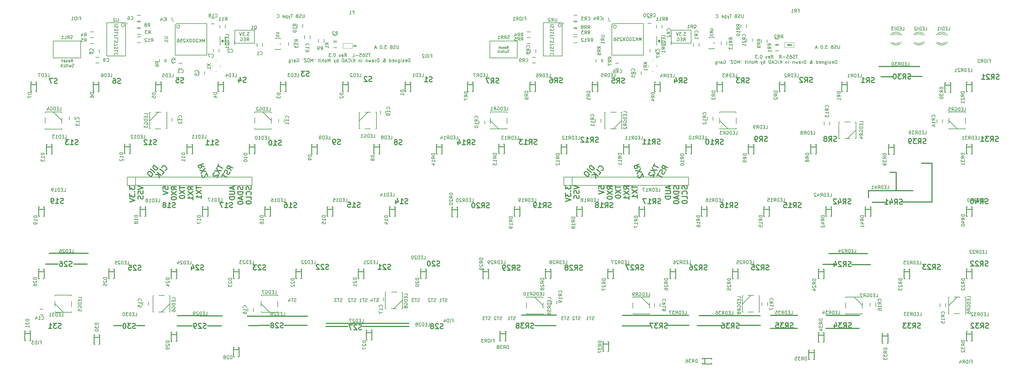
<source format=gbr>
G04 #@! TF.FileFunction,Legend,Bot*
%FSLAX46Y46*%
G04 Gerber Fmt 4.6, Leading zero omitted, Abs format (unit mm)*
G04 Created by KiCad (PCBNEW 4.0.1-stable) date 2/25/2016 3:38:44 PM*
%MOMM*%
G01*
G04 APERTURE LIST*
%ADD10C,0.150000*%
%ADD11C,0.304800*%
%ADD12C,0.300000*%
%ADD13C,0.200000*%
%ADD14C,0.220980*%
%ADD15C,0.127000*%
%ADD16C,0.100000*%
%ADD17C,0.125000*%
%ADD18C,0.203200*%
G04 APERTURE END LIST*
D10*
D11*
X335292700Y-109067600D02*
X332168500Y-109067600D01*
X315963300Y-119519700D02*
X315963300Y-117436900D01*
X324421500Y-111848900D02*
X322503800Y-111848900D01*
D12*
X223431210Y-115950971D02*
X223431210Y-116941448D01*
X224040733Y-116408114D01*
X224040733Y-116636686D01*
X224116924Y-116789067D01*
X224193114Y-116865257D01*
X224345495Y-116941448D01*
X224726448Y-116941448D01*
X224878829Y-116865257D01*
X224955019Y-116789067D01*
X225031210Y-116636686D01*
X225031210Y-116179543D01*
X224955019Y-116027162D01*
X224878829Y-115950971D01*
X224878829Y-117627162D02*
X224955019Y-117703353D01*
X225031210Y-117627162D01*
X224955019Y-117550972D01*
X224878829Y-117627162D01*
X225031210Y-117627162D01*
X223431210Y-118236686D02*
X223431210Y-119227163D01*
X224040733Y-118693829D01*
X224040733Y-118922401D01*
X224116924Y-119074782D01*
X224193114Y-119150972D01*
X224345495Y-119227163D01*
X224726448Y-119227163D01*
X224878829Y-119150972D01*
X224955019Y-119074782D01*
X225031210Y-118922401D01*
X225031210Y-118465258D01*
X224955019Y-118312877D01*
X224878829Y-118236686D01*
X223431210Y-119684306D02*
X225031210Y-120217639D01*
X223431210Y-120750973D01*
X225971210Y-115874781D02*
X227571210Y-116408114D01*
X225971210Y-116941448D01*
X227495019Y-117398591D02*
X227571210Y-117627162D01*
X227571210Y-118008115D01*
X227495019Y-118160496D01*
X227418829Y-118236686D01*
X227266448Y-118312877D01*
X227114067Y-118312877D01*
X226961686Y-118236686D01*
X226885495Y-118160496D01*
X226809305Y-118008115D01*
X226733114Y-117703353D01*
X226656924Y-117550972D01*
X226580733Y-117474781D01*
X226428352Y-117398591D01*
X226275971Y-117398591D01*
X226123590Y-117474781D01*
X226047400Y-117550972D01*
X225971210Y-117703353D01*
X225971210Y-118084305D01*
X226047400Y-118312877D01*
X227495019Y-118922401D02*
X227571210Y-119150972D01*
X227571210Y-119531925D01*
X227495019Y-119684306D01*
X227418829Y-119760496D01*
X227266448Y-119836687D01*
X227114067Y-119836687D01*
X226961686Y-119760496D01*
X226885495Y-119684306D01*
X226809305Y-119531925D01*
X226733114Y-119227163D01*
X226656924Y-119074782D01*
X226580733Y-118998591D01*
X226428352Y-118922401D01*
X226275971Y-118922401D01*
X226123590Y-118998591D01*
X226047400Y-119074782D01*
X225971210Y-119227163D01*
X225971210Y-119608115D01*
X226047400Y-119836687D01*
X233591210Y-116865257D02*
X233591210Y-116103352D01*
X234353114Y-116027162D01*
X234276924Y-116103352D01*
X234200733Y-116255733D01*
X234200733Y-116636686D01*
X234276924Y-116789067D01*
X234353114Y-116865257D01*
X234505495Y-116941448D01*
X234886448Y-116941448D01*
X235038829Y-116865257D01*
X235115019Y-116789067D01*
X235191210Y-116636686D01*
X235191210Y-116255733D01*
X235115019Y-116103352D01*
X235038829Y-116027162D01*
X233591210Y-117398591D02*
X235191210Y-117931924D01*
X233591210Y-118465258D01*
X237731210Y-117017638D02*
X236969305Y-116484305D01*
X237731210Y-116103352D02*
X236131210Y-116103352D01*
X236131210Y-116712876D01*
X236207400Y-116865257D01*
X236283590Y-116941448D01*
X236435971Y-117017638D01*
X236664543Y-117017638D01*
X236816924Y-116941448D01*
X236893114Y-116865257D01*
X236969305Y-116712876D01*
X236969305Y-116103352D01*
X236131210Y-117550971D02*
X237731210Y-118617638D01*
X236131210Y-118617638D02*
X237731210Y-117550971D01*
X236131210Y-119531924D02*
X236131210Y-119684305D01*
X236207400Y-119836686D01*
X236283590Y-119912877D01*
X236435971Y-119989067D01*
X236740733Y-120065258D01*
X237121686Y-120065258D01*
X237426448Y-119989067D01*
X237578829Y-119912877D01*
X237655019Y-119836686D01*
X237731210Y-119684305D01*
X237731210Y-119531924D01*
X237655019Y-119379543D01*
X237578829Y-119303353D01*
X237426448Y-119227162D01*
X237121686Y-119150972D01*
X236740733Y-119150972D01*
X236435971Y-119227162D01*
X236283590Y-119303353D01*
X236207400Y-119379543D01*
X236131210Y-119531924D01*
X238671210Y-115874781D02*
X238671210Y-116789067D01*
X240271210Y-116331924D02*
X238671210Y-116331924D01*
X238671210Y-117170019D02*
X240271210Y-118236686D01*
X238671210Y-118236686D02*
X240271210Y-117170019D01*
X238671210Y-119150972D02*
X238671210Y-119303353D01*
X238747400Y-119455734D01*
X238823590Y-119531925D01*
X238975971Y-119608115D01*
X239280733Y-119684306D01*
X239661686Y-119684306D01*
X239966448Y-119608115D01*
X240118829Y-119531925D01*
X240195019Y-119455734D01*
X240271210Y-119303353D01*
X240271210Y-119150972D01*
X240195019Y-118998591D01*
X240118829Y-118922401D01*
X239966448Y-118846210D01*
X239661686Y-118770020D01*
X239280733Y-118770020D01*
X238975971Y-118846210D01*
X238823590Y-118922401D01*
X238747400Y-118998591D01*
X238671210Y-119150972D01*
X242811210Y-117017638D02*
X242049305Y-116484305D01*
X242811210Y-116103352D02*
X241211210Y-116103352D01*
X241211210Y-116712876D01*
X241287400Y-116865257D01*
X241363590Y-116941448D01*
X241515971Y-117017638D01*
X241744543Y-117017638D01*
X241896924Y-116941448D01*
X241973114Y-116865257D01*
X242049305Y-116712876D01*
X242049305Y-116103352D01*
X241211210Y-117550971D02*
X242811210Y-118617638D01*
X241211210Y-118617638D02*
X242811210Y-117550971D01*
X242811210Y-120065258D02*
X242811210Y-119150972D01*
X242811210Y-119608115D02*
X241211210Y-119608115D01*
X241439781Y-119455734D01*
X241592162Y-119303353D01*
X241668352Y-119150972D01*
X243751210Y-115874781D02*
X243751210Y-116789067D01*
X245351210Y-116331924D02*
X243751210Y-116331924D01*
X243751210Y-117170019D02*
X245351210Y-118236686D01*
X243751210Y-118236686D02*
X245351210Y-117170019D01*
X245351210Y-119684306D02*
X245351210Y-118770020D01*
X245351210Y-119227163D02*
X243751210Y-119227163D01*
X243979781Y-119074782D01*
X244132162Y-118922401D01*
X244208352Y-118770020D01*
X255054067Y-116027162D02*
X255054067Y-116789067D01*
X255511210Y-115874781D02*
X253911210Y-116408114D01*
X255511210Y-116941448D01*
X253911210Y-117474781D02*
X255206448Y-117474781D01*
X255358829Y-117550972D01*
X255435019Y-117627162D01*
X255511210Y-117779543D01*
X255511210Y-118084305D01*
X255435019Y-118236686D01*
X255358829Y-118312877D01*
X255206448Y-118389067D01*
X253911210Y-118389067D01*
X255511210Y-119150971D02*
X253911210Y-119150971D01*
X253911210Y-119531924D01*
X253987400Y-119760495D01*
X254139781Y-119912876D01*
X254292162Y-119989067D01*
X254596924Y-120065257D01*
X254825495Y-120065257D01*
X255130257Y-119989067D01*
X255282638Y-119912876D01*
X255435019Y-119760495D01*
X255511210Y-119531924D01*
X255511210Y-119150971D01*
X257975019Y-116027162D02*
X258051210Y-116255733D01*
X258051210Y-116636686D01*
X257975019Y-116789067D01*
X257898829Y-116865257D01*
X257746448Y-116941448D01*
X257594067Y-116941448D01*
X257441686Y-116865257D01*
X257365495Y-116789067D01*
X257289305Y-116636686D01*
X257213114Y-116331924D01*
X257136924Y-116179543D01*
X257060733Y-116103352D01*
X256908352Y-116027162D01*
X256755971Y-116027162D01*
X256603590Y-116103352D01*
X256527400Y-116179543D01*
X256451210Y-116331924D01*
X256451210Y-116712876D01*
X256527400Y-116941448D01*
X258051210Y-117627162D02*
X256451210Y-117627162D01*
X256451210Y-118008115D01*
X256527400Y-118236686D01*
X256679781Y-118389067D01*
X256832162Y-118465258D01*
X257136924Y-118541448D01*
X257365495Y-118541448D01*
X257670257Y-118465258D01*
X257822638Y-118389067D01*
X257975019Y-118236686D01*
X258051210Y-118008115D01*
X258051210Y-117627162D01*
X257594067Y-119150972D02*
X257594067Y-119912877D01*
X258051210Y-118998591D02*
X256451210Y-119531924D01*
X258051210Y-120065258D01*
X256451210Y-120903353D02*
X256451210Y-121055734D01*
X256527400Y-121208115D01*
X256603590Y-121284306D01*
X256755971Y-121360496D01*
X257060733Y-121436687D01*
X257441686Y-121436687D01*
X257746448Y-121360496D01*
X257898829Y-121284306D01*
X257975019Y-121208115D01*
X258051210Y-121055734D01*
X258051210Y-120903353D01*
X257975019Y-120750972D01*
X257898829Y-120674782D01*
X257746448Y-120598591D01*
X257441686Y-120522401D01*
X257060733Y-120522401D01*
X256755971Y-120598591D01*
X256603590Y-120674782D01*
X256527400Y-120750972D01*
X256451210Y-120903353D01*
X260515019Y-116027162D02*
X260591210Y-116255733D01*
X260591210Y-116636686D01*
X260515019Y-116789067D01*
X260438829Y-116865257D01*
X260286448Y-116941448D01*
X260134067Y-116941448D01*
X259981686Y-116865257D01*
X259905495Y-116789067D01*
X259829305Y-116636686D01*
X259753114Y-116331924D01*
X259676924Y-116179543D01*
X259600733Y-116103352D01*
X259448352Y-116027162D01*
X259295971Y-116027162D01*
X259143590Y-116103352D01*
X259067400Y-116179543D01*
X258991210Y-116331924D01*
X258991210Y-116712876D01*
X259067400Y-116941448D01*
X260438829Y-118541448D02*
X260515019Y-118465258D01*
X260591210Y-118236686D01*
X260591210Y-118084305D01*
X260515019Y-117855734D01*
X260362638Y-117703353D01*
X260210257Y-117627162D01*
X259905495Y-117550972D01*
X259676924Y-117550972D01*
X259372162Y-117627162D01*
X259219781Y-117703353D01*
X259067400Y-117855734D01*
X258991210Y-118084305D01*
X258991210Y-118236686D01*
X259067400Y-118465258D01*
X259143590Y-118541448D01*
X260591210Y-119989067D02*
X260591210Y-119227162D01*
X258991210Y-119227162D01*
X258991210Y-120827162D02*
X258991210Y-120979543D01*
X259067400Y-121131924D01*
X259143590Y-121208115D01*
X259295971Y-121284305D01*
X259600733Y-121360496D01*
X259981686Y-121360496D01*
X260286448Y-121284305D01*
X260438829Y-121208115D01*
X260515019Y-121131924D01*
X260591210Y-120979543D01*
X260591210Y-120827162D01*
X260515019Y-120674781D01*
X260438829Y-120598591D01*
X260286448Y-120522400D01*
X259981686Y-120446210D01*
X259600733Y-120446210D01*
X259295971Y-120522400D01*
X259143590Y-120598591D01*
X259067400Y-120674781D01*
X258991210Y-120827162D01*
X234440877Y-111290717D02*
X234548216Y-111281326D01*
X234753505Y-111155205D01*
X234851454Y-111038474D01*
X234940010Y-110814404D01*
X234921228Y-110599725D01*
X234853472Y-110443410D01*
X234668985Y-110189148D01*
X234493890Y-110042226D01*
X234211454Y-109904693D01*
X234045749Y-109865110D01*
X233831070Y-109883892D01*
X233625782Y-110010014D01*
X233527834Y-110126745D01*
X233439275Y-110350815D01*
X233448666Y-110458154D01*
X233627096Y-112497606D02*
X234116839Y-111913953D01*
X232891168Y-110885493D01*
X233284276Y-112906163D02*
X232058605Y-111877703D01*
X232696585Y-113606547D02*
X232436969Y-112493568D01*
X231470913Y-112578087D02*
X232758988Y-112465394D01*
X254131619Y-111237014D02*
X253738456Y-110394182D01*
X254588762Y-110445219D02*
X253203121Y-109645219D01*
X252898359Y-110173082D01*
X252888151Y-110343143D01*
X252916038Y-110447222D01*
X253009909Y-110589395D01*
X253207858Y-110703681D01*
X253377919Y-110713889D01*
X253481997Y-110686000D01*
X253624171Y-110592130D01*
X253928933Y-110064267D01*
X253760874Y-111726782D02*
X253712571Y-111962826D01*
X253522095Y-112292741D01*
X253379921Y-112386611D01*
X253275844Y-112414498D01*
X253105782Y-112404291D01*
X252973816Y-112328101D01*
X252879946Y-112185927D01*
X252852058Y-112081849D01*
X252862266Y-111911788D01*
X252948663Y-111609761D01*
X252958871Y-111439700D01*
X252930984Y-111335621D01*
X252837113Y-111193448D01*
X252705147Y-111117258D01*
X252535086Y-111107050D01*
X252431008Y-111134938D01*
X252288835Y-111228809D01*
X252098359Y-111558723D01*
X252050056Y-111794767D01*
X251755502Y-112152570D02*
X251298359Y-112944365D01*
X252912571Y-113348467D02*
X251526930Y-112548467D01*
X121251519Y-111300514D02*
X120858356Y-110457682D01*
X121708662Y-110508719D02*
X120323021Y-109708719D01*
X120018259Y-110236582D01*
X120008051Y-110406643D01*
X120035938Y-110510722D01*
X120129809Y-110652895D01*
X120327758Y-110767181D01*
X120497819Y-110777389D01*
X120601897Y-110749500D01*
X120744071Y-110655630D01*
X121048833Y-110127767D01*
X120880774Y-111790282D02*
X120832471Y-112026326D01*
X120641995Y-112356241D01*
X120499821Y-112450111D01*
X120395744Y-112477998D01*
X120225682Y-112467791D01*
X120093716Y-112391601D01*
X119999846Y-112249427D01*
X119971958Y-112145349D01*
X119982166Y-111975288D01*
X120068563Y-111673261D01*
X120078771Y-111503200D01*
X120050884Y-111399121D01*
X119957013Y-111256948D01*
X119825047Y-111180758D01*
X119654986Y-111170550D01*
X119550908Y-111198438D01*
X119408735Y-111292309D01*
X119218259Y-111622223D01*
X119169956Y-111858267D01*
X118875402Y-112216070D02*
X118418259Y-113007865D01*
X120032471Y-113411967D02*
X118646830Y-112611967D01*
D13*
X187169582Y-151331562D02*
X187026725Y-151379181D01*
X186788629Y-151379181D01*
X186693391Y-151331562D01*
X186645772Y-151283943D01*
X186598153Y-151188705D01*
X186598153Y-151093467D01*
X186645772Y-150998229D01*
X186693391Y-150950610D01*
X186788629Y-150902990D01*
X186979106Y-150855371D01*
X187074344Y-150807752D01*
X187121963Y-150760133D01*
X187169582Y-150664895D01*
X187169582Y-150569657D01*
X187121963Y-150474419D01*
X187074344Y-150426800D01*
X186979106Y-150379181D01*
X186741010Y-150379181D01*
X186598153Y-150426800D01*
X186312439Y-150379181D02*
X185741010Y-150379181D01*
X186026725Y-151379181D02*
X186026725Y-150379181D01*
X184883867Y-151379181D02*
X185455296Y-151379181D01*
X185169582Y-151379181D02*
X185169582Y-150379181D01*
X185264820Y-150522038D01*
X185360058Y-150617276D01*
X185455296Y-150664895D01*
X183741010Y-151331562D02*
X183598153Y-151379181D01*
X183360057Y-151379181D01*
X183264819Y-151331562D01*
X183217200Y-151283943D01*
X183169581Y-151188705D01*
X183169581Y-151093467D01*
X183217200Y-150998229D01*
X183264819Y-150950610D01*
X183360057Y-150902990D01*
X183550534Y-150855371D01*
X183645772Y-150807752D01*
X183693391Y-150760133D01*
X183741010Y-150664895D01*
X183741010Y-150569657D01*
X183693391Y-150474419D01*
X183645772Y-150426800D01*
X183550534Y-150379181D01*
X183312438Y-150379181D01*
X183169581Y-150426800D01*
X182883867Y-150379181D02*
X182312438Y-150379181D01*
X182598153Y-151379181D02*
X182598153Y-150379181D01*
X182026724Y-150474419D02*
X181979105Y-150426800D01*
X181883867Y-150379181D01*
X181645771Y-150379181D01*
X181550533Y-150426800D01*
X181502914Y-150474419D01*
X181455295Y-150569657D01*
X181455295Y-150664895D01*
X181502914Y-150807752D01*
X182074343Y-151379181D01*
X181455295Y-151379181D01*
X178788628Y-151331562D02*
X178645771Y-151379181D01*
X178407675Y-151379181D01*
X178312437Y-151331562D01*
X178264818Y-151283943D01*
X178217199Y-151188705D01*
X178217199Y-151093467D01*
X178264818Y-150998229D01*
X178312437Y-150950610D01*
X178407675Y-150902990D01*
X178598152Y-150855371D01*
X178693390Y-150807752D01*
X178741009Y-150760133D01*
X178788628Y-150664895D01*
X178788628Y-150569657D01*
X178741009Y-150474419D01*
X178693390Y-150426800D01*
X178598152Y-150379181D01*
X178360056Y-150379181D01*
X178217199Y-150426800D01*
X177931485Y-150379181D02*
X177360056Y-150379181D01*
X177645771Y-151379181D02*
X177645771Y-150379181D01*
X177121961Y-150379181D02*
X176502913Y-150379181D01*
X176836247Y-150760133D01*
X176693389Y-150760133D01*
X176598151Y-150807752D01*
X176550532Y-150855371D01*
X176502913Y-150950610D01*
X176502913Y-151188705D01*
X176550532Y-151283943D01*
X176598151Y-151331562D01*
X176693389Y-151379181D01*
X176979104Y-151379181D01*
X177074342Y-151331562D01*
X177121961Y-151283943D01*
X166217196Y-151331562D02*
X166074339Y-151379181D01*
X165836243Y-151379181D01*
X165741005Y-151331562D01*
X165693386Y-151283943D01*
X165645767Y-151188705D01*
X165645767Y-151093467D01*
X165693386Y-150998229D01*
X165741005Y-150950610D01*
X165836243Y-150902990D01*
X166026720Y-150855371D01*
X166121958Y-150807752D01*
X166169577Y-150760133D01*
X166217196Y-150664895D01*
X166217196Y-150569657D01*
X166169577Y-150474419D01*
X166121958Y-150426800D01*
X166026720Y-150379181D01*
X165788624Y-150379181D01*
X165645767Y-150426800D01*
X165360053Y-150379181D02*
X164788624Y-150379181D01*
X165074339Y-151379181D02*
X165074339Y-150379181D01*
X164026719Y-150712514D02*
X164026719Y-151379181D01*
X164264815Y-150331562D02*
X164502910Y-151045848D01*
X163883862Y-151045848D01*
X162788624Y-151331562D02*
X162645767Y-151379181D01*
X162407671Y-151379181D01*
X162312433Y-151331562D01*
X162264814Y-151283943D01*
X162217195Y-151188705D01*
X162217195Y-151093467D01*
X162264814Y-150998229D01*
X162312433Y-150950610D01*
X162407671Y-150902990D01*
X162598148Y-150855371D01*
X162693386Y-150807752D01*
X162741005Y-150760133D01*
X162788624Y-150664895D01*
X162788624Y-150569657D01*
X162741005Y-150474419D01*
X162693386Y-150426800D01*
X162598148Y-150379181D01*
X162360052Y-150379181D01*
X162217195Y-150426800D01*
X161931481Y-150379181D02*
X161360052Y-150379181D01*
X161645767Y-151379181D02*
X161645767Y-150379181D01*
X160502909Y-151379181D02*
X161074338Y-151379181D01*
X160788624Y-151379181D02*
X160788624Y-150379181D01*
X160883862Y-150522038D01*
X160979100Y-150617276D01*
X161074338Y-150664895D01*
X159360052Y-151331562D02*
X159217195Y-151379181D01*
X158979099Y-151379181D01*
X158883861Y-151331562D01*
X158836242Y-151283943D01*
X158788623Y-151188705D01*
X158788623Y-151093467D01*
X158836242Y-150998229D01*
X158883861Y-150950610D01*
X158979099Y-150902990D01*
X159169576Y-150855371D01*
X159264814Y-150807752D01*
X159312433Y-150760133D01*
X159360052Y-150664895D01*
X159360052Y-150569657D01*
X159312433Y-150474419D01*
X159264814Y-150426800D01*
X159169576Y-150379181D01*
X158931480Y-150379181D01*
X158788623Y-150426800D01*
X158502909Y-150379181D02*
X157931480Y-150379181D01*
X158217195Y-151379181D02*
X158217195Y-150379181D01*
X157645766Y-150474419D02*
X157598147Y-150426800D01*
X157502909Y-150379181D01*
X157264813Y-150379181D01*
X157169575Y-150426800D01*
X157121956Y-150474419D01*
X157074337Y-150569657D01*
X157074337Y-150664895D01*
X157121956Y-150807752D01*
X157693385Y-151379181D01*
X157074337Y-151379181D01*
X155169575Y-151331562D02*
X155026718Y-151379181D01*
X154788622Y-151379181D01*
X154693384Y-151331562D01*
X154645765Y-151283943D01*
X154598146Y-151188705D01*
X154598146Y-151093467D01*
X154645765Y-150998229D01*
X154693384Y-150950610D01*
X154788622Y-150902990D01*
X154979099Y-150855371D01*
X155074337Y-150807752D01*
X155121956Y-150760133D01*
X155169575Y-150664895D01*
X155169575Y-150569657D01*
X155121956Y-150474419D01*
X155074337Y-150426800D01*
X154979099Y-150379181D01*
X154741003Y-150379181D01*
X154598146Y-150426800D01*
X154312432Y-150379181D02*
X153741003Y-150379181D01*
X154026718Y-151379181D02*
X154026718Y-150379181D01*
X153502908Y-150379181D02*
X152883860Y-150379181D01*
X153217194Y-150760133D01*
X153074336Y-150760133D01*
X152979098Y-150807752D01*
X152931479Y-150855371D01*
X152883860Y-150950610D01*
X152883860Y-151188705D01*
X152931479Y-151283943D01*
X152979098Y-151331562D01*
X153074336Y-151379181D01*
X153360051Y-151379181D01*
X153455289Y-151331562D01*
X153502908Y-151283943D01*
X141074333Y-151331562D02*
X140931476Y-151379181D01*
X140693380Y-151379181D01*
X140598142Y-151331562D01*
X140550523Y-151283943D01*
X140502904Y-151188705D01*
X140502904Y-151093467D01*
X140550523Y-150998229D01*
X140598142Y-150950610D01*
X140693380Y-150902990D01*
X140883857Y-150855371D01*
X140979095Y-150807752D01*
X141026714Y-150760133D01*
X141074333Y-150664895D01*
X141074333Y-150569657D01*
X141026714Y-150474419D01*
X140979095Y-150426800D01*
X140883857Y-150379181D01*
X140645761Y-150379181D01*
X140502904Y-150426800D01*
X140217190Y-150379181D02*
X139645761Y-150379181D01*
X139931476Y-151379181D02*
X139931476Y-150379181D01*
X138883856Y-150712514D02*
X138883856Y-151379181D01*
X139121952Y-150331562D02*
X139360047Y-151045848D01*
X138740999Y-151045848D01*
D11*
X133007100Y-158623000D02*
X126580900Y-158648400D01*
X137553700Y-158623000D02*
X144513300Y-158610300D01*
X150329900Y-157949900D02*
X175577500Y-157949900D01*
X161518600Y-158915100D02*
X175514000Y-158915100D01*
X156845000Y-158940500D02*
X150253700Y-158953200D01*
D13*
X181376438Y-158795981D02*
X181852629Y-158795981D01*
X181852629Y-157795981D01*
X181043105Y-158272171D02*
X180709771Y-158272171D01*
X180566914Y-158795981D02*
X181043105Y-158795981D01*
X181043105Y-157795981D01*
X180566914Y-157795981D01*
X180138343Y-158795981D02*
X180138343Y-157795981D01*
X179900248Y-157795981D01*
X179757390Y-157843600D01*
X179662152Y-157938838D01*
X179614533Y-158034076D01*
X179566914Y-158224552D01*
X179566914Y-158367410D01*
X179614533Y-158557886D01*
X179662152Y-158653124D01*
X179757390Y-158748362D01*
X179900248Y-158795981D01*
X180138343Y-158795981D01*
X179185962Y-157891219D02*
X179138343Y-157843600D01*
X179043105Y-157795981D01*
X178805009Y-157795981D01*
X178709771Y-157843600D01*
X178662152Y-157891219D01*
X178614533Y-157986457D01*
X178614533Y-158081695D01*
X178662152Y-158224552D01*
X179233581Y-158795981D01*
X178614533Y-158795981D01*
X178043105Y-158224552D02*
X178138343Y-158176933D01*
X178185962Y-158129314D01*
X178233581Y-158034076D01*
X178233581Y-157986457D01*
X178185962Y-157891219D01*
X178138343Y-157843600D01*
X178043105Y-157795981D01*
X177852628Y-157795981D01*
X177757390Y-157843600D01*
X177709771Y-157891219D01*
X177662152Y-157986457D01*
X177662152Y-158034076D01*
X177709771Y-158129314D01*
X177757390Y-158176933D01*
X177852628Y-158224552D01*
X178043105Y-158224552D01*
X178138343Y-158272171D01*
X178185962Y-158319790D01*
X178233581Y-158415029D01*
X178233581Y-158605505D01*
X178185962Y-158700743D01*
X178138343Y-158748362D01*
X178043105Y-158795981D01*
X177852628Y-158795981D01*
X177757390Y-158748362D01*
X177709771Y-158700743D01*
X177662152Y-158605505D01*
X177662152Y-158415029D01*
X177709771Y-158319790D01*
X177757390Y-158272171D01*
X177852628Y-158224552D01*
D11*
X185986057Y-159544657D02*
X185768343Y-159617229D01*
X185405486Y-159617229D01*
X185260343Y-159544657D01*
X185187772Y-159472086D01*
X185115200Y-159326943D01*
X185115200Y-159181800D01*
X185187772Y-159036657D01*
X185260343Y-158964086D01*
X185405486Y-158891514D01*
X185695772Y-158818943D01*
X185840914Y-158746371D01*
X185913486Y-158673800D01*
X185986057Y-158528657D01*
X185986057Y-158383514D01*
X185913486Y-158238371D01*
X185840914Y-158165800D01*
X185695772Y-158093229D01*
X185332914Y-158093229D01*
X185115200Y-158165800D01*
X184534628Y-158238371D02*
X184462057Y-158165800D01*
X184316914Y-158093229D01*
X183954057Y-158093229D01*
X183808914Y-158165800D01*
X183736343Y-158238371D01*
X183663771Y-158383514D01*
X183663771Y-158528657D01*
X183736343Y-158746371D01*
X184607200Y-159617229D01*
X183663771Y-159617229D01*
X182792914Y-158746371D02*
X182938056Y-158673800D01*
X183010628Y-158601229D01*
X183083199Y-158456086D01*
X183083199Y-158383514D01*
X183010628Y-158238371D01*
X182938056Y-158165800D01*
X182792914Y-158093229D01*
X182502628Y-158093229D01*
X182357485Y-158165800D01*
X182284914Y-158238371D01*
X182212342Y-158383514D01*
X182212342Y-158456086D01*
X182284914Y-158601229D01*
X182357485Y-158673800D01*
X182502628Y-158746371D01*
X182792914Y-158746371D01*
X182938056Y-158818943D01*
X183010628Y-158891514D01*
X183083199Y-159036657D01*
X183083199Y-159326943D01*
X183010628Y-159472086D01*
X182938056Y-159544657D01*
X182792914Y-159617229D01*
X182502628Y-159617229D01*
X182357485Y-159544657D01*
X182284914Y-159472086D01*
X182212342Y-159326943D01*
X182212342Y-159036657D01*
X182284914Y-158891514D01*
X182357485Y-158818943D01*
X182502628Y-158746371D01*
X126225300Y-155752800D02*
X144538700Y-155752800D01*
X104889300Y-155638500D02*
X118491000Y-155689300D01*
X109372400Y-158711900D02*
X104775000Y-158711900D01*
X114109500Y-158724600D02*
X118325900Y-158724600D01*
X87807800Y-158699200D02*
X85445600Y-158686500D01*
X92443300Y-158699200D02*
X94830900Y-158699200D01*
X65722500Y-136601200D02*
X77597000Y-136588500D01*
X68389500Y-139890500D02*
X64643000Y-139890500D01*
X73253600Y-139903200D02*
X77266800Y-139903200D01*
D13*
X163807353Y-75508281D02*
X163235924Y-75508281D01*
X163521639Y-76508281D02*
X163521639Y-75508281D01*
X162950210Y-76460662D02*
X162807353Y-76508281D01*
X162569257Y-76508281D01*
X162474019Y-76460662D01*
X162426400Y-76413043D01*
X162378781Y-76317805D01*
X162378781Y-76222567D01*
X162426400Y-76127329D01*
X162474019Y-76079710D01*
X162569257Y-76032090D01*
X162759734Y-75984471D01*
X162854972Y-75936852D01*
X162902591Y-75889233D01*
X162950210Y-75793995D01*
X162950210Y-75698757D01*
X162902591Y-75603519D01*
X162854972Y-75555900D01*
X162759734Y-75508281D01*
X162521638Y-75508281D01*
X162378781Y-75555900D01*
X161521638Y-75508281D02*
X161712115Y-75508281D01*
X161807353Y-75555900D01*
X161854972Y-75603519D01*
X161950210Y-75746376D01*
X161997829Y-75936852D01*
X161997829Y-76317805D01*
X161950210Y-76413043D01*
X161902591Y-76460662D01*
X161807353Y-76508281D01*
X161616876Y-76508281D01*
X161521638Y-76460662D01*
X161474019Y-76413043D01*
X161426400Y-76317805D01*
X161426400Y-76079710D01*
X161474019Y-75984471D01*
X161521638Y-75936852D01*
X161616876Y-75889233D01*
X161807353Y-75889233D01*
X161902591Y-75936852D01*
X161950210Y-75984471D01*
X161997829Y-76079710D01*
X160521638Y-75508281D02*
X160997829Y-75508281D01*
X161045448Y-75984471D01*
X160997829Y-75936852D01*
X160902591Y-75889233D01*
X160664495Y-75889233D01*
X160569257Y-75936852D01*
X160521638Y-75984471D01*
X160474019Y-76079710D01*
X160474019Y-76317805D01*
X160521638Y-76413043D01*
X160569257Y-76460662D01*
X160664495Y-76508281D01*
X160902591Y-76508281D01*
X160997829Y-76460662D01*
X161045448Y-76413043D01*
X160045448Y-76127329D02*
X159283543Y-76127329D01*
X158331162Y-76508281D02*
X158807353Y-76508281D01*
X158807353Y-75508281D01*
X155902590Y-76508281D02*
X156235924Y-76032090D01*
X156474019Y-76508281D02*
X156474019Y-75508281D01*
X156093066Y-75508281D01*
X155997828Y-75555900D01*
X155950209Y-75603519D01*
X155902590Y-75698757D01*
X155902590Y-75841614D01*
X155950209Y-75936852D01*
X155997828Y-75984471D01*
X156093066Y-76032090D01*
X156474019Y-76032090D01*
X155093066Y-76460662D02*
X155188304Y-76508281D01*
X155378781Y-76508281D01*
X155474019Y-76460662D01*
X155521638Y-76365424D01*
X155521638Y-75984471D01*
X155474019Y-75889233D01*
X155378781Y-75841614D01*
X155188304Y-75841614D01*
X155093066Y-75889233D01*
X155045447Y-75984471D01*
X155045447Y-76079710D01*
X155521638Y-76174948D01*
X154712114Y-75841614D02*
X154474019Y-76508281D01*
X154235923Y-75841614D01*
X152902590Y-75508281D02*
X152807351Y-75508281D01*
X152712113Y-75555900D01*
X152664494Y-75603519D01*
X152616875Y-75698757D01*
X152569256Y-75889233D01*
X152569256Y-76127329D01*
X152616875Y-76317805D01*
X152664494Y-76413043D01*
X152712113Y-76460662D01*
X152807351Y-76508281D01*
X152902590Y-76508281D01*
X152997828Y-76460662D01*
X153045447Y-76413043D01*
X153093066Y-76317805D01*
X153140685Y-76127329D01*
X153140685Y-75889233D01*
X153093066Y-75698757D01*
X153045447Y-75603519D01*
X152997828Y-75555900D01*
X152902590Y-75508281D01*
X152140685Y-76413043D02*
X152093066Y-76460662D01*
X152140685Y-76508281D01*
X152188304Y-76460662D01*
X152140685Y-76413043D01*
X152140685Y-76508281D01*
X151759733Y-75508281D02*
X151140685Y-75508281D01*
X151474019Y-75889233D01*
X151331161Y-75889233D01*
X151235923Y-75936852D01*
X151188304Y-75984471D01*
X151140685Y-76079710D01*
X151140685Y-76317805D01*
X151188304Y-76413043D01*
X151235923Y-76460662D01*
X151331161Y-76508281D01*
X151616876Y-76508281D01*
X151712114Y-76460662D01*
X151759733Y-76413043D01*
X175902591Y-78108281D02*
X175902591Y-77108281D01*
X175664496Y-77108281D01*
X175521638Y-77155900D01*
X175426400Y-77251138D01*
X175378781Y-77346376D01*
X175331162Y-77536852D01*
X175331162Y-77679710D01*
X175378781Y-77870186D01*
X175426400Y-77965424D01*
X175521638Y-78060662D01*
X175664496Y-78108281D01*
X175902591Y-78108281D01*
X174521638Y-78060662D02*
X174616876Y-78108281D01*
X174807353Y-78108281D01*
X174902591Y-78060662D01*
X174950210Y-77965424D01*
X174950210Y-77584471D01*
X174902591Y-77489233D01*
X174807353Y-77441614D01*
X174616876Y-77441614D01*
X174521638Y-77489233D01*
X174474019Y-77584471D01*
X174474019Y-77679710D01*
X174950210Y-77774948D01*
X174093067Y-78060662D02*
X173997829Y-78108281D01*
X173807353Y-78108281D01*
X173712114Y-78060662D01*
X173664495Y-77965424D01*
X173664495Y-77917805D01*
X173712114Y-77822567D01*
X173807353Y-77774948D01*
X173950210Y-77774948D01*
X174045448Y-77727329D01*
X174093067Y-77632090D01*
X174093067Y-77584471D01*
X174045448Y-77489233D01*
X173950210Y-77441614D01*
X173807353Y-77441614D01*
X173712114Y-77489233D01*
X173235924Y-78108281D02*
X173235924Y-77441614D01*
X173235924Y-77108281D02*
X173283543Y-77155900D01*
X173235924Y-77203519D01*
X173188305Y-77155900D01*
X173235924Y-77108281D01*
X173235924Y-77203519D01*
X172331162Y-77441614D02*
X172331162Y-78251138D01*
X172378781Y-78346376D01*
X172426400Y-78393995D01*
X172521639Y-78441614D01*
X172664496Y-78441614D01*
X172759734Y-78393995D01*
X172331162Y-78060662D02*
X172426400Y-78108281D01*
X172616877Y-78108281D01*
X172712115Y-78060662D01*
X172759734Y-78013043D01*
X172807353Y-77917805D01*
X172807353Y-77632090D01*
X172759734Y-77536852D01*
X172712115Y-77489233D01*
X172616877Y-77441614D01*
X172426400Y-77441614D01*
X172331162Y-77489233D01*
X171854972Y-77441614D02*
X171854972Y-78108281D01*
X171854972Y-77536852D02*
X171807353Y-77489233D01*
X171712115Y-77441614D01*
X171569257Y-77441614D01*
X171474019Y-77489233D01*
X171426400Y-77584471D01*
X171426400Y-78108281D01*
X170569257Y-78060662D02*
X170664495Y-78108281D01*
X170854972Y-78108281D01*
X170950210Y-78060662D01*
X170997829Y-77965424D01*
X170997829Y-77584471D01*
X170950210Y-77489233D01*
X170854972Y-77441614D01*
X170664495Y-77441614D01*
X170569257Y-77489233D01*
X170521638Y-77584471D01*
X170521638Y-77679710D01*
X170997829Y-77774948D01*
X169664495Y-78108281D02*
X169664495Y-77108281D01*
X169664495Y-78060662D02*
X169759733Y-78108281D01*
X169950210Y-78108281D01*
X170045448Y-78060662D01*
X170093067Y-78013043D01*
X170140686Y-77917805D01*
X170140686Y-77632090D01*
X170093067Y-77536852D01*
X170045448Y-77489233D01*
X169950210Y-77441614D01*
X169759733Y-77441614D01*
X169664495Y-77489233D01*
X167616876Y-78108281D02*
X167664495Y-78108281D01*
X167759733Y-78060662D01*
X167902590Y-77917805D01*
X168140685Y-77632090D01*
X168235924Y-77489233D01*
X168283543Y-77346376D01*
X168283543Y-77251138D01*
X168235924Y-77155900D01*
X168140685Y-77108281D01*
X168093066Y-77108281D01*
X167997828Y-77155900D01*
X167950209Y-77251138D01*
X167950209Y-77298757D01*
X167997828Y-77393995D01*
X168045447Y-77441614D01*
X168331162Y-77632090D01*
X168378781Y-77679710D01*
X168426400Y-77774948D01*
X168426400Y-77917805D01*
X168378781Y-78013043D01*
X168331162Y-78060662D01*
X168235924Y-78108281D01*
X168093066Y-78108281D01*
X167997828Y-78060662D01*
X167950209Y-78013043D01*
X167807352Y-77822567D01*
X167759733Y-77679710D01*
X167759733Y-77584471D01*
X166426400Y-78108281D02*
X166426400Y-77108281D01*
X166188305Y-77108281D01*
X166045447Y-77155900D01*
X165950209Y-77251138D01*
X165902590Y-77346376D01*
X165854971Y-77536852D01*
X165854971Y-77679710D01*
X165902590Y-77870186D01*
X165950209Y-77965424D01*
X166045447Y-78060662D01*
X166188305Y-78108281D01*
X166426400Y-78108281D01*
X165426400Y-78108281D02*
X165426400Y-77441614D01*
X165426400Y-77632090D02*
X165378781Y-77536852D01*
X165331162Y-77489233D01*
X165235924Y-77441614D01*
X165140685Y-77441614D01*
X164378780Y-78108281D02*
X164378780Y-77584471D01*
X164426399Y-77489233D01*
X164521637Y-77441614D01*
X164712114Y-77441614D01*
X164807352Y-77489233D01*
X164378780Y-78060662D02*
X164474018Y-78108281D01*
X164712114Y-78108281D01*
X164807352Y-78060662D01*
X164854971Y-77965424D01*
X164854971Y-77870186D01*
X164807352Y-77774948D01*
X164712114Y-77727329D01*
X164474018Y-77727329D01*
X164378780Y-77679710D01*
X163997828Y-77441614D02*
X163807352Y-78108281D01*
X163616875Y-77632090D01*
X163426399Y-78108281D01*
X163235923Y-77441614D01*
X162854971Y-77441614D02*
X162854971Y-78108281D01*
X162854971Y-77536852D02*
X162807352Y-77489233D01*
X162712114Y-77441614D01*
X162569256Y-77441614D01*
X162474018Y-77489233D01*
X162426399Y-77584471D01*
X162426399Y-78108281D01*
X161188304Y-78108281D02*
X161188304Y-77441614D01*
X161188304Y-77108281D02*
X161235923Y-77155900D01*
X161188304Y-77203519D01*
X161140685Y-77155900D01*
X161188304Y-77108281D01*
X161188304Y-77203519D01*
X160712114Y-77441614D02*
X160712114Y-78108281D01*
X160712114Y-77536852D02*
X160664495Y-77489233D01*
X160569257Y-77441614D01*
X160426399Y-77441614D01*
X160331161Y-77489233D01*
X160283542Y-77584471D01*
X160283542Y-78108281D01*
X159045447Y-78108281D02*
X159045447Y-77108281D01*
X158474018Y-78108281D02*
X158902590Y-77536852D01*
X158474018Y-77108281D02*
X159045447Y-77679710D01*
X158045447Y-78108281D02*
X158045447Y-77441614D01*
X158045447Y-77108281D02*
X158093066Y-77155900D01*
X158045447Y-77203519D01*
X157997828Y-77155900D01*
X158045447Y-77108281D01*
X158045447Y-77203519D01*
X156997828Y-78013043D02*
X157045447Y-78060662D01*
X157188304Y-78108281D01*
X157283542Y-78108281D01*
X157426400Y-78060662D01*
X157521638Y-77965424D01*
X157569257Y-77870186D01*
X157616876Y-77679710D01*
X157616876Y-77536852D01*
X157569257Y-77346376D01*
X157521638Y-77251138D01*
X157426400Y-77155900D01*
X157283542Y-77108281D01*
X157188304Y-77108281D01*
X157045447Y-77155900D01*
X156997828Y-77203519D01*
X156616876Y-77822567D02*
X156140685Y-77822567D01*
X156712114Y-78108281D02*
X156378781Y-77108281D01*
X156045447Y-78108281D01*
X155712114Y-78108281D02*
X155712114Y-77108281D01*
X155474019Y-77108281D01*
X155331161Y-77155900D01*
X155235923Y-77251138D01*
X155188304Y-77346376D01*
X155140685Y-77536852D01*
X155140685Y-77679710D01*
X155188304Y-77870186D01*
X155235923Y-77965424D01*
X155331161Y-78060662D01*
X155474019Y-78108281D01*
X155712114Y-78108281D01*
X153950209Y-78108281D02*
X153950209Y-77108281D01*
X153950209Y-77489233D02*
X153854971Y-77441614D01*
X153664494Y-77441614D01*
X153569256Y-77489233D01*
X153521637Y-77536852D01*
X153474018Y-77632090D01*
X153474018Y-77917805D01*
X153521637Y-78013043D01*
X153569256Y-78060662D01*
X153664494Y-78108281D01*
X153854971Y-78108281D01*
X153950209Y-78060662D01*
X153140685Y-77441614D02*
X152902590Y-78108281D01*
X152664494Y-77441614D02*
X152902590Y-78108281D01*
X152997828Y-78346376D01*
X153045447Y-78393995D01*
X153140685Y-78441614D01*
X151521637Y-78108281D02*
X151521637Y-77108281D01*
X151188303Y-77822567D01*
X150854970Y-77108281D01*
X150854970Y-78108281D01*
X150235923Y-78108281D02*
X150331161Y-78060662D01*
X150378780Y-78013043D01*
X150426399Y-77917805D01*
X150426399Y-77632090D01*
X150378780Y-77536852D01*
X150331161Y-77489233D01*
X150235923Y-77441614D01*
X150093065Y-77441614D01*
X149997827Y-77489233D01*
X149950208Y-77536852D01*
X149902589Y-77632090D01*
X149902589Y-77917805D01*
X149950208Y-78013043D01*
X149997827Y-78060662D01*
X150093065Y-78108281D01*
X150235923Y-78108281D01*
X149474018Y-78108281D02*
X149474018Y-77108281D01*
X149045446Y-78108281D02*
X149045446Y-77584471D01*
X149093065Y-77489233D01*
X149188303Y-77441614D01*
X149331161Y-77441614D01*
X149426399Y-77489233D01*
X149474018Y-77536852D01*
X148569256Y-78108281D02*
X148569256Y-77441614D01*
X148569256Y-77108281D02*
X148616875Y-77155900D01*
X148569256Y-77203519D01*
X148521637Y-77155900D01*
X148569256Y-77108281D01*
X148569256Y-77203519D01*
X148235923Y-77441614D02*
X147854971Y-77441614D01*
X148093066Y-77108281D02*
X148093066Y-77965424D01*
X148045447Y-78060662D01*
X147950209Y-78108281D01*
X147854971Y-78108281D01*
X146712113Y-77108281D02*
X146807351Y-77298757D01*
X146283542Y-78108281D02*
X146283542Y-77108281D01*
X145950208Y-77822567D01*
X145616875Y-77108281D01*
X145616875Y-78108281D01*
X144950209Y-77108281D02*
X144759732Y-77108281D01*
X144664494Y-77155900D01*
X144569256Y-77251138D01*
X144521637Y-77441614D01*
X144521637Y-77774948D01*
X144569256Y-77965424D01*
X144664494Y-78060662D01*
X144759732Y-78108281D01*
X144950209Y-78108281D01*
X145045447Y-78060662D01*
X145140685Y-77965424D01*
X145188304Y-77774948D01*
X145188304Y-77441614D01*
X145140685Y-77251138D01*
X145045447Y-77155900D01*
X144950209Y-77108281D01*
X144188304Y-77108281D02*
X143521637Y-77108281D01*
X144188304Y-78108281D01*
X143521637Y-78108281D01*
X143093066Y-77108281D02*
X143188304Y-77298757D01*
X141378780Y-77155900D02*
X141474018Y-77108281D01*
X141616875Y-77108281D01*
X141759733Y-77155900D01*
X141854971Y-77251138D01*
X141902590Y-77346376D01*
X141950209Y-77536852D01*
X141950209Y-77679710D01*
X141902590Y-77870186D01*
X141854971Y-77965424D01*
X141759733Y-78060662D01*
X141616875Y-78108281D01*
X141521637Y-78108281D01*
X141378780Y-78060662D01*
X141331161Y-78013043D01*
X141331161Y-77679710D01*
X141521637Y-77679710D01*
X140474018Y-78108281D02*
X140474018Y-77584471D01*
X140521637Y-77489233D01*
X140616875Y-77441614D01*
X140807352Y-77441614D01*
X140902590Y-77489233D01*
X140474018Y-78060662D02*
X140569256Y-78108281D01*
X140807352Y-78108281D01*
X140902590Y-78060662D01*
X140950209Y-77965424D01*
X140950209Y-77870186D01*
X140902590Y-77774948D01*
X140807352Y-77727329D01*
X140569256Y-77727329D01*
X140474018Y-77679710D01*
X139997828Y-78108281D02*
X139997828Y-77441614D01*
X139997828Y-77632090D02*
X139950209Y-77536852D01*
X139902590Y-77489233D01*
X139807352Y-77441614D01*
X139712113Y-77441614D01*
X138950208Y-77441614D02*
X138950208Y-78251138D01*
X138997827Y-78346376D01*
X139045446Y-78393995D01*
X139140685Y-78441614D01*
X139283542Y-78441614D01*
X139378780Y-78393995D01*
X138950208Y-78060662D02*
X139045446Y-78108281D01*
X139235923Y-78108281D01*
X139331161Y-78060662D01*
X139378780Y-78013043D01*
X139426399Y-77917805D01*
X139426399Y-77632090D01*
X139378780Y-77536852D01*
X139331161Y-77489233D01*
X139235923Y-77441614D01*
X139045446Y-77441614D01*
X138950208Y-77489233D01*
D12*
X113022856Y-110100668D02*
X112124489Y-109860086D01*
X112710152Y-109241520D02*
X111206644Y-109788752D01*
X111415113Y-110361518D01*
X111538826Y-110478650D01*
X111636480Y-110524188D01*
X111805730Y-110543666D01*
X112020517Y-110465490D01*
X112137650Y-110341777D01*
X112183186Y-110244122D01*
X112202665Y-110074872D01*
X111994196Y-109502107D01*
X111701759Y-111149069D02*
X113570089Y-111604176D01*
X112066580Y-112151408D02*
X113205267Y-110601837D01*
X112392182Y-112600461D02*
X112346645Y-112698115D01*
X112327167Y-112867365D01*
X112457461Y-113225344D01*
X112581173Y-113342476D01*
X112678827Y-113388013D01*
X112848077Y-113407492D01*
X112991269Y-113355374D01*
X113179997Y-113205602D01*
X113726441Y-112033750D01*
X114065204Y-112964494D01*
X117478207Y-109383771D02*
X117021064Y-110175566D01*
X118635276Y-110579668D02*
X117249635Y-109779668D01*
X116830588Y-110505480D02*
X117682895Y-112229241D01*
X116297254Y-111429241D02*
X118216228Y-111305480D01*
X116162552Y-111967311D02*
X116058475Y-111995199D01*
X115916302Y-112089070D01*
X115725825Y-112418985D01*
X115715617Y-112589045D01*
X115743505Y-112693123D01*
X115837375Y-112835297D01*
X115969341Y-112911487D01*
X116205385Y-112959790D01*
X117454323Y-112625138D01*
X116959085Y-113482916D01*
X101116277Y-111252617D02*
X101223616Y-111243226D01*
X101428905Y-111117105D01*
X101526854Y-111000374D01*
X101615410Y-110776304D01*
X101596628Y-110561625D01*
X101528872Y-110405310D01*
X101344385Y-110151048D01*
X101169290Y-110004126D01*
X100886854Y-109866593D01*
X100721149Y-109827010D01*
X100506470Y-109845792D01*
X100301182Y-109971914D01*
X100203234Y-110088645D01*
X100114675Y-110312715D01*
X100124066Y-110420054D01*
X100302496Y-112459506D02*
X100792239Y-111875853D01*
X99566568Y-110847393D01*
X99959676Y-112868063D02*
X98734005Y-111839603D01*
X99371985Y-113568447D02*
X99112369Y-112455468D01*
X98146313Y-112539987D02*
X99434388Y-112427294D01*
X98925099Y-110650182D02*
X97699428Y-109621722D01*
X97454556Y-109913549D01*
X97365999Y-110137619D01*
X97384781Y-110352298D01*
X97452537Y-110508612D01*
X97637024Y-110762874D01*
X97812120Y-110909797D01*
X98094555Y-111047329D01*
X98260260Y-111086912D01*
X98474939Y-111068130D01*
X98680228Y-110942009D01*
X98925099Y-110650182D01*
X97896639Y-111875853D02*
X96670968Y-110847393D01*
X95985328Y-111664508D02*
X95789431Y-111897969D01*
X95749847Y-112063673D01*
X95768629Y-112278353D01*
X95953115Y-112532616D01*
X96361672Y-112875435D01*
X96644108Y-113012967D01*
X96858787Y-112994185D01*
X97015102Y-112926429D01*
X97210999Y-112692968D01*
X97250582Y-112527262D01*
X97231800Y-112312583D01*
X97047313Y-112058321D01*
X96638756Y-111715501D01*
X96356321Y-111577969D01*
X96141641Y-111596751D01*
X95985328Y-111664508D01*
X90259010Y-116103371D02*
X90259010Y-117093848D01*
X90868533Y-116560514D01*
X90868533Y-116789086D01*
X90944724Y-116941467D01*
X91020914Y-117017657D01*
X91173295Y-117093848D01*
X91554248Y-117093848D01*
X91706629Y-117017657D01*
X91782819Y-116941467D01*
X91859010Y-116789086D01*
X91859010Y-116331943D01*
X91782819Y-116179562D01*
X91706629Y-116103371D01*
X91706629Y-117779562D02*
X91782819Y-117855753D01*
X91859010Y-117779562D01*
X91782819Y-117703372D01*
X91706629Y-117779562D01*
X91859010Y-117779562D01*
X90259010Y-118389086D02*
X90259010Y-119379563D01*
X90868533Y-118846229D01*
X90868533Y-119074801D01*
X90944724Y-119227182D01*
X91020914Y-119303372D01*
X91173295Y-119379563D01*
X91554248Y-119379563D01*
X91706629Y-119303372D01*
X91782819Y-119227182D01*
X91859010Y-119074801D01*
X91859010Y-118617658D01*
X91782819Y-118465277D01*
X91706629Y-118389086D01*
X90259010Y-119836706D02*
X91859010Y-120370039D01*
X90259010Y-120903373D01*
X92799010Y-116027181D02*
X94399010Y-116560514D01*
X92799010Y-117093848D01*
X94322819Y-117550991D02*
X94399010Y-117779562D01*
X94399010Y-118160515D01*
X94322819Y-118312896D01*
X94246629Y-118389086D01*
X94094248Y-118465277D01*
X93941867Y-118465277D01*
X93789486Y-118389086D01*
X93713295Y-118312896D01*
X93637105Y-118160515D01*
X93560914Y-117855753D01*
X93484724Y-117703372D01*
X93408533Y-117627181D01*
X93256152Y-117550991D01*
X93103771Y-117550991D01*
X92951390Y-117627181D01*
X92875200Y-117703372D01*
X92799010Y-117855753D01*
X92799010Y-118236705D01*
X92875200Y-118465277D01*
X94322819Y-119074801D02*
X94399010Y-119303372D01*
X94399010Y-119684325D01*
X94322819Y-119836706D01*
X94246629Y-119912896D01*
X94094248Y-119989087D01*
X93941867Y-119989087D01*
X93789486Y-119912896D01*
X93713295Y-119836706D01*
X93637105Y-119684325D01*
X93560914Y-119379563D01*
X93484724Y-119227182D01*
X93408533Y-119150991D01*
X93256152Y-119074801D01*
X93103771Y-119074801D01*
X92951390Y-119150991D01*
X92875200Y-119227182D01*
X92799010Y-119379563D01*
X92799010Y-119760515D01*
X92875200Y-119989087D01*
X100419010Y-117017657D02*
X100419010Y-116255752D01*
X101180914Y-116179562D01*
X101104724Y-116255752D01*
X101028533Y-116408133D01*
X101028533Y-116789086D01*
X101104724Y-116941467D01*
X101180914Y-117017657D01*
X101333295Y-117093848D01*
X101714248Y-117093848D01*
X101866629Y-117017657D01*
X101942819Y-116941467D01*
X102019010Y-116789086D01*
X102019010Y-116408133D01*
X101942819Y-116255752D01*
X101866629Y-116179562D01*
X100419010Y-117550991D02*
X102019010Y-118084324D01*
X100419010Y-118617658D01*
X104559010Y-117170038D02*
X103797105Y-116636705D01*
X104559010Y-116255752D02*
X102959010Y-116255752D01*
X102959010Y-116865276D01*
X103035200Y-117017657D01*
X103111390Y-117093848D01*
X103263771Y-117170038D01*
X103492343Y-117170038D01*
X103644724Y-117093848D01*
X103720914Y-117017657D01*
X103797105Y-116865276D01*
X103797105Y-116255752D01*
X102959010Y-117703371D02*
X104559010Y-118770038D01*
X102959010Y-118770038D02*
X104559010Y-117703371D01*
X102959010Y-119684324D02*
X102959010Y-119836705D01*
X103035200Y-119989086D01*
X103111390Y-120065277D01*
X103263771Y-120141467D01*
X103568533Y-120217658D01*
X103949486Y-120217658D01*
X104254248Y-120141467D01*
X104406629Y-120065277D01*
X104482819Y-119989086D01*
X104559010Y-119836705D01*
X104559010Y-119684324D01*
X104482819Y-119531943D01*
X104406629Y-119455753D01*
X104254248Y-119379562D01*
X103949486Y-119303372D01*
X103568533Y-119303372D01*
X103263771Y-119379562D01*
X103111390Y-119455753D01*
X103035200Y-119531943D01*
X102959010Y-119684324D01*
X105499010Y-116027181D02*
X105499010Y-116941467D01*
X107099010Y-116484324D02*
X105499010Y-116484324D01*
X105499010Y-117322419D02*
X107099010Y-118389086D01*
X105499010Y-118389086D02*
X107099010Y-117322419D01*
X105499010Y-119303372D02*
X105499010Y-119455753D01*
X105575200Y-119608134D01*
X105651390Y-119684325D01*
X105803771Y-119760515D01*
X106108533Y-119836706D01*
X106489486Y-119836706D01*
X106794248Y-119760515D01*
X106946629Y-119684325D01*
X107022819Y-119608134D01*
X107099010Y-119455753D01*
X107099010Y-119303372D01*
X107022819Y-119150991D01*
X106946629Y-119074801D01*
X106794248Y-118998610D01*
X106489486Y-118922420D01*
X106108533Y-118922420D01*
X105803771Y-118998610D01*
X105651390Y-119074801D01*
X105575200Y-119150991D01*
X105499010Y-119303372D01*
X109639010Y-117170038D02*
X108877105Y-116636705D01*
X109639010Y-116255752D02*
X108039010Y-116255752D01*
X108039010Y-116865276D01*
X108115200Y-117017657D01*
X108191390Y-117093848D01*
X108343771Y-117170038D01*
X108572343Y-117170038D01*
X108724724Y-117093848D01*
X108800914Y-117017657D01*
X108877105Y-116865276D01*
X108877105Y-116255752D01*
X108039010Y-117703371D02*
X109639010Y-118770038D01*
X108039010Y-118770038D02*
X109639010Y-117703371D01*
X109639010Y-120217658D02*
X109639010Y-119303372D01*
X109639010Y-119760515D02*
X108039010Y-119760515D01*
X108267581Y-119608134D01*
X108419962Y-119455753D01*
X108496152Y-119303372D01*
X110579010Y-116027181D02*
X110579010Y-116941467D01*
X112179010Y-116484324D02*
X110579010Y-116484324D01*
X110579010Y-117322419D02*
X112179010Y-118389086D01*
X110579010Y-118389086D02*
X112179010Y-117322419D01*
X112179010Y-119836706D02*
X112179010Y-118922420D01*
X112179010Y-119379563D02*
X110579010Y-119379563D01*
X110807581Y-119227182D01*
X110959962Y-119074801D01*
X111036152Y-118922420D01*
X121881867Y-116179562D02*
X121881867Y-116941467D01*
X122339010Y-116027181D02*
X120739010Y-116560514D01*
X122339010Y-117093848D01*
X120739010Y-117627181D02*
X122034248Y-117627181D01*
X122186629Y-117703372D01*
X122262819Y-117779562D01*
X122339010Y-117931943D01*
X122339010Y-118236705D01*
X122262819Y-118389086D01*
X122186629Y-118465277D01*
X122034248Y-118541467D01*
X120739010Y-118541467D01*
X122339010Y-119303371D02*
X120739010Y-119303371D01*
X120739010Y-119684324D01*
X120815200Y-119912895D01*
X120967581Y-120065276D01*
X121119962Y-120141467D01*
X121424724Y-120217657D01*
X121653295Y-120217657D01*
X121958057Y-120141467D01*
X122110438Y-120065276D01*
X122262819Y-119912895D01*
X122339010Y-119684324D01*
X122339010Y-119303371D01*
X124802819Y-116179562D02*
X124879010Y-116408133D01*
X124879010Y-116789086D01*
X124802819Y-116941467D01*
X124726629Y-117017657D01*
X124574248Y-117093848D01*
X124421867Y-117093848D01*
X124269486Y-117017657D01*
X124193295Y-116941467D01*
X124117105Y-116789086D01*
X124040914Y-116484324D01*
X123964724Y-116331943D01*
X123888533Y-116255752D01*
X123736152Y-116179562D01*
X123583771Y-116179562D01*
X123431390Y-116255752D01*
X123355200Y-116331943D01*
X123279010Y-116484324D01*
X123279010Y-116865276D01*
X123355200Y-117093848D01*
X124879010Y-117779562D02*
X123279010Y-117779562D01*
X123279010Y-118160515D01*
X123355200Y-118389086D01*
X123507581Y-118541467D01*
X123659962Y-118617658D01*
X123964724Y-118693848D01*
X124193295Y-118693848D01*
X124498057Y-118617658D01*
X124650438Y-118541467D01*
X124802819Y-118389086D01*
X124879010Y-118160515D01*
X124879010Y-117779562D01*
X124421867Y-119303372D02*
X124421867Y-120065277D01*
X124879010Y-119150991D02*
X123279010Y-119684324D01*
X124879010Y-120217658D01*
X123279010Y-121055753D02*
X123279010Y-121208134D01*
X123355200Y-121360515D01*
X123431390Y-121436706D01*
X123583771Y-121512896D01*
X123888533Y-121589087D01*
X124269486Y-121589087D01*
X124574248Y-121512896D01*
X124726629Y-121436706D01*
X124802819Y-121360515D01*
X124879010Y-121208134D01*
X124879010Y-121055753D01*
X124802819Y-120903372D01*
X124726629Y-120827182D01*
X124574248Y-120750991D01*
X124269486Y-120674801D01*
X123888533Y-120674801D01*
X123583771Y-120750991D01*
X123431390Y-120827182D01*
X123355200Y-120903372D01*
X123279010Y-121055753D01*
X127342819Y-116179562D02*
X127419010Y-116408133D01*
X127419010Y-116789086D01*
X127342819Y-116941467D01*
X127266629Y-117017657D01*
X127114248Y-117093848D01*
X126961867Y-117093848D01*
X126809486Y-117017657D01*
X126733295Y-116941467D01*
X126657105Y-116789086D01*
X126580914Y-116484324D01*
X126504724Y-116331943D01*
X126428533Y-116255752D01*
X126276152Y-116179562D01*
X126123771Y-116179562D01*
X125971390Y-116255752D01*
X125895200Y-116331943D01*
X125819010Y-116484324D01*
X125819010Y-116865276D01*
X125895200Y-117093848D01*
X127266629Y-118693848D02*
X127342819Y-118617658D01*
X127419010Y-118389086D01*
X127419010Y-118236705D01*
X127342819Y-118008134D01*
X127190438Y-117855753D01*
X127038057Y-117779562D01*
X126733295Y-117703372D01*
X126504724Y-117703372D01*
X126199962Y-117779562D01*
X126047581Y-117855753D01*
X125895200Y-118008134D01*
X125819010Y-118236705D01*
X125819010Y-118389086D01*
X125895200Y-118617658D01*
X125971390Y-118693848D01*
X127419010Y-120141467D02*
X127419010Y-119379562D01*
X125819010Y-119379562D01*
X125819010Y-120979562D02*
X125819010Y-121131943D01*
X125895200Y-121284324D01*
X125971390Y-121360515D01*
X126123771Y-121436705D01*
X126428533Y-121512896D01*
X126809486Y-121512896D01*
X127114248Y-121436705D01*
X127266629Y-121360515D01*
X127342819Y-121284324D01*
X127419010Y-121131943D01*
X127419010Y-120979562D01*
X127342819Y-120827181D01*
X127266629Y-120750991D01*
X127114248Y-120674800D01*
X126809486Y-120598610D01*
X126428533Y-120598610D01*
X126123771Y-120674800D01*
X125971390Y-120750991D01*
X125895200Y-120827181D01*
X125819010Y-120979562D01*
D13*
X172463957Y-73061581D02*
X172463957Y-73871105D01*
X172416338Y-73966343D01*
X172368719Y-74013962D01*
X172273481Y-74061581D01*
X172083004Y-74061581D01*
X171987766Y-74013962D01*
X171940147Y-73966343D01*
X171892528Y-73871105D01*
X171892528Y-73061581D01*
X171463957Y-74013962D02*
X171321100Y-74061581D01*
X171083004Y-74061581D01*
X170987766Y-74013962D01*
X170940147Y-73966343D01*
X170892528Y-73871105D01*
X170892528Y-73775867D01*
X170940147Y-73680629D01*
X170987766Y-73633010D01*
X171083004Y-73585390D01*
X171273481Y-73537771D01*
X171368719Y-73490152D01*
X171416338Y-73442533D01*
X171463957Y-73347295D01*
X171463957Y-73252057D01*
X171416338Y-73156819D01*
X171368719Y-73109200D01*
X171273481Y-73061581D01*
X171035385Y-73061581D01*
X170892528Y-73109200D01*
X170130623Y-73537771D02*
X169987766Y-73585390D01*
X169940147Y-73633010D01*
X169892528Y-73728248D01*
X169892528Y-73871105D01*
X169940147Y-73966343D01*
X169987766Y-74013962D01*
X170083004Y-74061581D01*
X170463957Y-74061581D01*
X170463957Y-73061581D01*
X170130623Y-73061581D01*
X170035385Y-73109200D01*
X169987766Y-73156819D01*
X169940147Y-73252057D01*
X169940147Y-73347295D01*
X169987766Y-73442533D01*
X170035385Y-73490152D01*
X170130623Y-73537771D01*
X170463957Y-73537771D01*
X168797290Y-73061581D02*
X168178242Y-73061581D01*
X168511576Y-73442533D01*
X168368718Y-73442533D01*
X168273480Y-73490152D01*
X168225861Y-73537771D01*
X168178242Y-73633010D01*
X168178242Y-73871105D01*
X168225861Y-73966343D01*
X168273480Y-74013962D01*
X168368718Y-74061581D01*
X168654433Y-74061581D01*
X168749671Y-74013962D01*
X168797290Y-73966343D01*
X167749671Y-73966343D02*
X167702052Y-74013962D01*
X167749671Y-74061581D01*
X167797290Y-74013962D01*
X167749671Y-73966343D01*
X167749671Y-74061581D01*
X167083005Y-73061581D02*
X166987766Y-73061581D01*
X166892528Y-73109200D01*
X166844909Y-73156819D01*
X166797290Y-73252057D01*
X166749671Y-73442533D01*
X166749671Y-73680629D01*
X166797290Y-73871105D01*
X166844909Y-73966343D01*
X166892528Y-74013962D01*
X166987766Y-74061581D01*
X167083005Y-74061581D01*
X167178243Y-74013962D01*
X167225862Y-73966343D01*
X167273481Y-73871105D01*
X167321100Y-73680629D01*
X167321100Y-73442533D01*
X167273481Y-73252057D01*
X167225862Y-73156819D01*
X167178243Y-73109200D01*
X167083005Y-73061581D01*
X165606814Y-73775867D02*
X165130623Y-73775867D01*
X165702052Y-74061581D02*
X165368719Y-73061581D01*
X165035385Y-74061581D01*
X143676167Y-63587381D02*
X143676167Y-64396905D01*
X143628548Y-64492143D01*
X143580929Y-64539762D01*
X143485691Y-64587381D01*
X143295214Y-64587381D01*
X143199976Y-64539762D01*
X143152357Y-64492143D01*
X143104738Y-64396905D01*
X143104738Y-63587381D01*
X142676167Y-64539762D02*
X142533310Y-64587381D01*
X142295214Y-64587381D01*
X142199976Y-64539762D01*
X142152357Y-64492143D01*
X142104738Y-64396905D01*
X142104738Y-64301667D01*
X142152357Y-64206429D01*
X142199976Y-64158810D01*
X142295214Y-64111190D01*
X142485691Y-64063571D01*
X142580929Y-64015952D01*
X142628548Y-63968333D01*
X142676167Y-63873095D01*
X142676167Y-63777857D01*
X142628548Y-63682619D01*
X142580929Y-63635000D01*
X142485691Y-63587381D01*
X142247595Y-63587381D01*
X142104738Y-63635000D01*
X141342833Y-64063571D02*
X141199976Y-64111190D01*
X141152357Y-64158810D01*
X141104738Y-64254048D01*
X141104738Y-64396905D01*
X141152357Y-64492143D01*
X141199976Y-64539762D01*
X141295214Y-64587381D01*
X141676167Y-64587381D01*
X141676167Y-63587381D01*
X141342833Y-63587381D01*
X141247595Y-63635000D01*
X141199976Y-63682619D01*
X141152357Y-63777857D01*
X141152357Y-63873095D01*
X141199976Y-63968333D01*
X141247595Y-64015952D01*
X141342833Y-64063571D01*
X141676167Y-64063571D01*
X140057119Y-63587381D02*
X139485690Y-63587381D01*
X139771405Y-64587381D02*
X139771405Y-63587381D01*
X139247595Y-63920714D02*
X139009500Y-64587381D01*
X138771404Y-63920714D02*
X139009500Y-64587381D01*
X139104738Y-64825476D01*
X139152357Y-64873095D01*
X139247595Y-64920714D01*
X138390452Y-63920714D02*
X138390452Y-64920714D01*
X138390452Y-63968333D02*
X138295214Y-63920714D01*
X138104737Y-63920714D01*
X138009499Y-63968333D01*
X137961880Y-64015952D01*
X137914261Y-64111190D01*
X137914261Y-64396905D01*
X137961880Y-64492143D01*
X138009499Y-64539762D01*
X138104737Y-64587381D01*
X138295214Y-64587381D01*
X138390452Y-64539762D01*
X137104737Y-64539762D02*
X137199975Y-64587381D01*
X137390452Y-64587381D01*
X137485690Y-64539762D01*
X137533309Y-64444524D01*
X137533309Y-64063571D01*
X137485690Y-63968333D01*
X137390452Y-63920714D01*
X137199975Y-63920714D01*
X137104737Y-63968333D01*
X137057118Y-64063571D01*
X137057118Y-64158810D01*
X137533309Y-64254048D01*
X135295213Y-64492143D02*
X135342832Y-64539762D01*
X135485689Y-64587381D01*
X135580927Y-64587381D01*
X135723785Y-64539762D01*
X135819023Y-64444524D01*
X135866642Y-64349286D01*
X135914261Y-64158810D01*
X135914261Y-64015952D01*
X135866642Y-63825476D01*
X135819023Y-63730238D01*
X135723785Y-63635000D01*
X135580927Y-63587381D01*
X135485689Y-63587381D01*
X135342832Y-63635000D01*
X135295213Y-63682619D01*
X126863290Y-69099281D02*
X126244242Y-69099281D01*
X126577576Y-69480233D01*
X126434718Y-69480233D01*
X126339480Y-69527852D01*
X126291861Y-69575471D01*
X126244242Y-69670710D01*
X126244242Y-69908805D01*
X126291861Y-70004043D01*
X126339480Y-70051662D01*
X126434718Y-70099281D01*
X126720433Y-70099281D01*
X126815671Y-70051662D01*
X126863290Y-70004043D01*
X125815671Y-70004043D02*
X125768052Y-70051662D01*
X125815671Y-70099281D01*
X125863290Y-70051662D01*
X125815671Y-70004043D01*
X125815671Y-70099281D01*
X125434719Y-69099281D02*
X124815671Y-69099281D01*
X125149005Y-69480233D01*
X125006147Y-69480233D01*
X124910909Y-69527852D01*
X124863290Y-69575471D01*
X124815671Y-69670710D01*
X124815671Y-69908805D01*
X124863290Y-70004043D01*
X124910909Y-70051662D01*
X125006147Y-70099281D01*
X125291862Y-70099281D01*
X125387100Y-70051662D01*
X125434719Y-70004043D01*
X124529957Y-69099281D02*
X124196624Y-70099281D01*
X123863290Y-69099281D01*
X126029957Y-71699281D02*
X126363291Y-71223090D01*
X126601386Y-71699281D02*
X126601386Y-70699281D01*
X126220433Y-70699281D01*
X126125195Y-70746900D01*
X126077576Y-70794519D01*
X126029957Y-70889757D01*
X126029957Y-71032614D01*
X126077576Y-71127852D01*
X126125195Y-71175471D01*
X126220433Y-71223090D01*
X126601386Y-71223090D01*
X125601386Y-71175471D02*
X125268052Y-71175471D01*
X125125195Y-71699281D02*
X125601386Y-71699281D01*
X125601386Y-70699281D01*
X125125195Y-70699281D01*
X124172814Y-70746900D02*
X124268052Y-70699281D01*
X124410909Y-70699281D01*
X124553767Y-70746900D01*
X124649005Y-70842138D01*
X124696624Y-70937376D01*
X124744243Y-71127852D01*
X124744243Y-71270710D01*
X124696624Y-71461186D01*
X124649005Y-71556424D01*
X124553767Y-71651662D01*
X124410909Y-71699281D01*
X124315671Y-71699281D01*
X124172814Y-71651662D01*
X124125195Y-71604043D01*
X124125195Y-71270710D01*
X124315671Y-71270710D01*
X72335886Y-78175843D02*
X72635886Y-77747271D01*
X72850171Y-78175843D02*
X72850171Y-77275843D01*
X72507314Y-77275843D01*
X72421600Y-77318700D01*
X72378743Y-77361557D01*
X72335886Y-77447271D01*
X72335886Y-77575843D01*
X72378743Y-77661557D01*
X72421600Y-77704414D01*
X72507314Y-77747271D01*
X72850171Y-77747271D01*
X71607314Y-78132986D02*
X71693028Y-78175843D01*
X71864457Y-78175843D01*
X71950171Y-78132986D01*
X71993028Y-78047271D01*
X71993028Y-77704414D01*
X71950171Y-77618700D01*
X71864457Y-77575843D01*
X71693028Y-77575843D01*
X71607314Y-77618700D01*
X71564457Y-77704414D01*
X71564457Y-77790129D01*
X71993028Y-77875843D01*
X71221599Y-78132986D02*
X71135885Y-78175843D01*
X70964457Y-78175843D01*
X70878742Y-78132986D01*
X70835885Y-78047271D01*
X70835885Y-78004414D01*
X70878742Y-77918700D01*
X70964457Y-77875843D01*
X71093028Y-77875843D01*
X71178742Y-77832986D01*
X71221599Y-77747271D01*
X71221599Y-77704414D01*
X71178742Y-77618700D01*
X71093028Y-77575843D01*
X70964457Y-77575843D01*
X70878742Y-77618700D01*
X70107314Y-78132986D02*
X70193028Y-78175843D01*
X70364457Y-78175843D01*
X70450171Y-78132986D01*
X70493028Y-78047271D01*
X70493028Y-77704414D01*
X70450171Y-77618700D01*
X70364457Y-77575843D01*
X70193028Y-77575843D01*
X70107314Y-77618700D01*
X70064457Y-77704414D01*
X70064457Y-77790129D01*
X70493028Y-77875843D01*
X69807314Y-77575843D02*
X69464457Y-77575843D01*
X69678742Y-77275843D02*
X69678742Y-78047271D01*
X69635885Y-78132986D01*
X69550171Y-78175843D01*
X69464457Y-78175843D01*
X73214457Y-79592986D02*
X73085886Y-79635843D01*
X72871600Y-79635843D01*
X72785886Y-79592986D01*
X72743029Y-79550129D01*
X72700172Y-79464414D01*
X72700172Y-79378700D01*
X72743029Y-79292986D01*
X72785886Y-79250129D01*
X72871600Y-79207271D01*
X73043029Y-79164414D01*
X73128743Y-79121557D01*
X73171600Y-79078700D01*
X73214457Y-78992986D01*
X73214457Y-78907271D01*
X73171600Y-78821557D01*
X73128743Y-78778700D01*
X73043029Y-78735843D01*
X72828743Y-78735843D01*
X72700172Y-78778700D01*
X72400172Y-79035843D02*
X72228743Y-79635843D01*
X72057314Y-79207271D01*
X71885886Y-79635843D01*
X71714457Y-79035843D01*
X71371600Y-79635843D02*
X71371600Y-79035843D01*
X71371600Y-78735843D02*
X71414457Y-78778700D01*
X71371600Y-78821557D01*
X71328743Y-78778700D01*
X71371600Y-78735843D01*
X71371600Y-78821557D01*
X71071601Y-79035843D02*
X70728744Y-79035843D01*
X70943029Y-78735843D02*
X70943029Y-79507271D01*
X70900172Y-79592986D01*
X70814458Y-79635843D01*
X70728744Y-79635843D01*
X70043029Y-79592986D02*
X70128743Y-79635843D01*
X70300172Y-79635843D01*
X70385886Y-79592986D01*
X70428743Y-79550129D01*
X70471600Y-79464414D01*
X70471600Y-79207271D01*
X70428743Y-79121557D01*
X70385886Y-79078700D01*
X70300172Y-79035843D01*
X70128743Y-79035843D01*
X70043029Y-79078700D01*
X69657314Y-79635843D02*
X69657314Y-78735843D01*
X69271600Y-79635843D02*
X69271600Y-79164414D01*
X69314457Y-79078700D01*
X69400171Y-79035843D01*
X69528743Y-79035843D01*
X69614457Y-79078700D01*
X69657314Y-79121557D01*
X86647281Y-66593033D02*
X85647281Y-66593033D01*
X86599662Y-67021604D02*
X86647281Y-67164461D01*
X86647281Y-67402557D01*
X86599662Y-67497795D01*
X86552043Y-67545414D01*
X86456805Y-67593033D01*
X86361567Y-67593033D01*
X86266329Y-67545414D01*
X86218710Y-67497795D01*
X86171090Y-67402557D01*
X86123471Y-67212080D01*
X86075852Y-67116842D01*
X86028233Y-67069223D01*
X85932995Y-67021604D01*
X85837757Y-67021604D01*
X85742519Y-67069223D01*
X85694900Y-67116842D01*
X85647281Y-67212080D01*
X85647281Y-67450176D01*
X85694900Y-67593033D01*
X85647281Y-67926366D02*
X85647281Y-68545414D01*
X86028233Y-68212080D01*
X86028233Y-68354938D01*
X86075852Y-68450176D01*
X86123471Y-68497795D01*
X86218710Y-68545414D01*
X86456805Y-68545414D01*
X86552043Y-68497795D01*
X86599662Y-68450176D01*
X86647281Y-68354938D01*
X86647281Y-68069223D01*
X86599662Y-67973985D01*
X86552043Y-67926366D01*
X86647281Y-69497795D02*
X86647281Y-68926366D01*
X86647281Y-69212080D02*
X85647281Y-69212080D01*
X85790138Y-69116842D01*
X85885376Y-69021604D01*
X85932995Y-68926366D01*
X86123471Y-70259700D02*
X86123471Y-69926366D01*
X86647281Y-69926366D02*
X85647281Y-69926366D01*
X85647281Y-70402557D01*
X86647281Y-71259700D02*
X86647281Y-70783509D01*
X85647281Y-70783509D01*
X85647281Y-71497795D02*
X85647281Y-72116843D01*
X86028233Y-71783509D01*
X86028233Y-71926367D01*
X86075852Y-72021605D01*
X86123471Y-72069224D01*
X86218710Y-72116843D01*
X86456805Y-72116843D01*
X86552043Y-72069224D01*
X86599662Y-72021605D01*
X86647281Y-71926367D01*
X86647281Y-71640652D01*
X86599662Y-71545414D01*
X86552043Y-71497795D01*
X85647281Y-72450176D02*
X85647281Y-73116843D01*
X86647281Y-72688271D01*
X85647281Y-73402557D02*
X85647281Y-74021605D01*
X86028233Y-73688271D01*
X86028233Y-73831129D01*
X86075852Y-73926367D01*
X86123471Y-73973986D01*
X86218710Y-74021605D01*
X86456805Y-74021605D01*
X86552043Y-73973986D01*
X86599662Y-73926367D01*
X86647281Y-73831129D01*
X86647281Y-73545414D01*
X86599662Y-73450176D01*
X86552043Y-73402557D01*
X86647281Y-74973986D02*
X86647281Y-74402557D01*
X86647281Y-74688271D02*
X85647281Y-74688271D01*
X85790138Y-74593033D01*
X85885376Y-74497795D01*
X85932995Y-74402557D01*
X86552043Y-75973986D02*
X86599662Y-75926367D01*
X86647281Y-75783510D01*
X86647281Y-75688272D01*
X86599662Y-75545414D01*
X86504424Y-75450176D01*
X86409186Y-75402557D01*
X86218710Y-75354938D01*
X86075852Y-75354938D01*
X85885376Y-75402557D01*
X85790138Y-75450176D01*
X85694900Y-75545414D01*
X85647281Y-75688272D01*
X85647281Y-75783510D01*
X85694900Y-75926367D01*
X85742519Y-75973986D01*
X113181876Y-72080381D02*
X113181876Y-71080381D01*
X112848542Y-71794667D01*
X112515209Y-71080381D01*
X112515209Y-72080381D01*
X112039019Y-72080381D02*
X112039019Y-71080381D01*
X111467590Y-72080381D02*
X111896162Y-71508952D01*
X111467590Y-71080381D02*
X112039019Y-71651810D01*
X111086638Y-71175619D02*
X111039019Y-71128000D01*
X110943781Y-71080381D01*
X110705685Y-71080381D01*
X110610447Y-71128000D01*
X110562828Y-71175619D01*
X110515209Y-71270857D01*
X110515209Y-71366095D01*
X110562828Y-71508952D01*
X111134257Y-72080381D01*
X110515209Y-72080381D01*
X109896162Y-71080381D02*
X109800923Y-71080381D01*
X109705685Y-71128000D01*
X109658066Y-71175619D01*
X109610447Y-71270857D01*
X109562828Y-71461333D01*
X109562828Y-71699429D01*
X109610447Y-71889905D01*
X109658066Y-71985143D01*
X109705685Y-72032762D01*
X109800923Y-72080381D01*
X109896162Y-72080381D01*
X109991400Y-72032762D01*
X110039019Y-71985143D01*
X110086638Y-71889905D01*
X110134257Y-71699429D01*
X110134257Y-71461333D01*
X110086638Y-71270857D01*
X110039019Y-71175619D01*
X109991400Y-71128000D01*
X109896162Y-71080381D01*
X109134257Y-72080381D02*
X109134257Y-71080381D01*
X108896162Y-71080381D01*
X108753304Y-71128000D01*
X108658066Y-71223238D01*
X108610447Y-71318476D01*
X108562828Y-71508952D01*
X108562828Y-71651810D01*
X108610447Y-71842286D01*
X108658066Y-71937524D01*
X108753304Y-72032762D01*
X108896162Y-72080381D01*
X109134257Y-72080381D01*
X108229495Y-71080381D02*
X107562828Y-72080381D01*
X107562828Y-71080381D02*
X108229495Y-72080381D01*
X107229495Y-71175619D02*
X107181876Y-71128000D01*
X107086638Y-71080381D01*
X106848542Y-71080381D01*
X106753304Y-71128000D01*
X106705685Y-71175619D01*
X106658066Y-71270857D01*
X106658066Y-71366095D01*
X106705685Y-71508952D01*
X107277114Y-72080381D01*
X106658066Y-72080381D01*
X105753304Y-71080381D02*
X106229495Y-71080381D01*
X106277114Y-71556571D01*
X106229495Y-71508952D01*
X106134257Y-71461333D01*
X105896161Y-71461333D01*
X105800923Y-71508952D01*
X105753304Y-71556571D01*
X105705685Y-71651810D01*
X105705685Y-71889905D01*
X105753304Y-71985143D01*
X105800923Y-72032762D01*
X105896161Y-72080381D01*
X106134257Y-72080381D01*
X106229495Y-72032762D01*
X106277114Y-71985143D01*
X104848542Y-71080381D02*
X105039019Y-71080381D01*
X105134257Y-71128000D01*
X105181876Y-71175619D01*
X105277114Y-71318476D01*
X105324733Y-71508952D01*
X105324733Y-71889905D01*
X105277114Y-71985143D01*
X105229495Y-72032762D01*
X105134257Y-72080381D01*
X104943780Y-72080381D01*
X104848542Y-72032762D01*
X104800923Y-71985143D01*
X104753304Y-71889905D01*
X104753304Y-71651810D01*
X104800923Y-71556571D01*
X104848542Y-71508952D01*
X104943780Y-71461333D01*
X105134257Y-71461333D01*
X105229495Y-71508952D01*
X105277114Y-71556571D01*
X105324733Y-71651810D01*
D11*
X323507100Y-82677000D02*
X319722500Y-82664300D01*
X328307700Y-82562700D02*
X332270100Y-82562700D01*
X319151000Y-79489300D02*
X331508100Y-79489300D01*
X324421500Y-111848900D02*
X324421500Y-117436900D01*
X315963300Y-117436900D02*
X329476100Y-117436900D01*
X335318100Y-120916700D02*
X335318100Y-109080300D01*
X325970900Y-120942100D02*
X335318100Y-120942100D01*
X321284600Y-120954800D02*
X317106300Y-120954800D01*
X303834800Y-136613900D02*
X315633100Y-136626600D01*
X305854100Y-139915900D02*
X302006000Y-139915900D01*
X310819800Y-140004800D02*
X316484000Y-140004800D01*
D13*
X232079824Y-156881462D02*
X231936967Y-156929081D01*
X231698871Y-156929081D01*
X231603633Y-156881462D01*
X231556014Y-156833843D01*
X231508395Y-156738605D01*
X231508395Y-156643367D01*
X231556014Y-156548129D01*
X231603633Y-156500510D01*
X231698871Y-156452890D01*
X231889348Y-156405271D01*
X231984586Y-156357652D01*
X232032205Y-156310033D01*
X232079824Y-156214795D01*
X232079824Y-156119557D01*
X232032205Y-156024319D01*
X231984586Y-155976700D01*
X231889348Y-155929081D01*
X231651252Y-155929081D01*
X231508395Y-155976700D01*
X231222681Y-155929081D02*
X230651252Y-155929081D01*
X230936967Y-156929081D02*
X230936967Y-155929081D01*
X229794109Y-156929081D02*
X230365538Y-156929081D01*
X230079824Y-156929081D02*
X230079824Y-155929081D01*
X230175062Y-156071938D01*
X230270300Y-156167176D01*
X230365538Y-156214795D01*
X227889347Y-156881462D02*
X227746490Y-156929081D01*
X227508394Y-156929081D01*
X227413156Y-156881462D01*
X227365537Y-156833843D01*
X227317918Y-156738605D01*
X227317918Y-156643367D01*
X227365537Y-156548129D01*
X227413156Y-156500510D01*
X227508394Y-156452890D01*
X227698871Y-156405271D01*
X227794109Y-156357652D01*
X227841728Y-156310033D01*
X227889347Y-156214795D01*
X227889347Y-156119557D01*
X227841728Y-156024319D01*
X227794109Y-155976700D01*
X227698871Y-155929081D01*
X227460775Y-155929081D01*
X227317918Y-155976700D01*
X227032204Y-155929081D02*
X226460775Y-155929081D01*
X226746490Y-156929081D02*
X226746490Y-155929081D01*
X226175061Y-156024319D02*
X226127442Y-155976700D01*
X226032204Y-155929081D01*
X225794108Y-155929081D01*
X225698870Y-155976700D01*
X225651251Y-156024319D01*
X225603632Y-156119557D01*
X225603632Y-156214795D01*
X225651251Y-156357652D01*
X226222680Y-156929081D01*
X225603632Y-156929081D01*
X224460775Y-156881462D02*
X224317918Y-156929081D01*
X224079822Y-156929081D01*
X223984584Y-156881462D01*
X223936965Y-156833843D01*
X223889346Y-156738605D01*
X223889346Y-156643367D01*
X223936965Y-156548129D01*
X223984584Y-156500510D01*
X224079822Y-156452890D01*
X224270299Y-156405271D01*
X224365537Y-156357652D01*
X224413156Y-156310033D01*
X224460775Y-156214795D01*
X224460775Y-156119557D01*
X224413156Y-156024319D01*
X224365537Y-155976700D01*
X224270299Y-155929081D01*
X224032203Y-155929081D01*
X223889346Y-155976700D01*
X223603632Y-155929081D02*
X223032203Y-155929081D01*
X223317918Y-156929081D02*
X223317918Y-155929081D01*
X222794108Y-155929081D02*
X222175060Y-155929081D01*
X222508394Y-156310033D01*
X222365536Y-156310033D01*
X222270298Y-156357652D01*
X222222679Y-156405271D01*
X222175060Y-156500510D01*
X222175060Y-156738605D01*
X222222679Y-156833843D01*
X222270298Y-156881462D01*
X222365536Y-156929081D01*
X222651251Y-156929081D01*
X222746489Y-156881462D01*
X222794108Y-156833843D01*
X208079818Y-156881462D02*
X207936961Y-156929081D01*
X207698865Y-156929081D01*
X207603627Y-156881462D01*
X207556008Y-156833843D01*
X207508389Y-156738605D01*
X207508389Y-156643367D01*
X207556008Y-156548129D01*
X207603627Y-156500510D01*
X207698865Y-156452890D01*
X207889342Y-156405271D01*
X207984580Y-156357652D01*
X208032199Y-156310033D01*
X208079818Y-156214795D01*
X208079818Y-156119557D01*
X208032199Y-156024319D01*
X207984580Y-155976700D01*
X207889342Y-155929081D01*
X207651246Y-155929081D01*
X207508389Y-155976700D01*
X207222675Y-155929081D02*
X206651246Y-155929081D01*
X206936961Y-156929081D02*
X206936961Y-155929081D01*
X205794103Y-156929081D02*
X206365532Y-156929081D01*
X206079818Y-156929081D02*
X206079818Y-155929081D01*
X206175056Y-156071938D01*
X206270294Y-156167176D01*
X206365532Y-156214795D01*
X203889341Y-156881462D02*
X203746484Y-156929081D01*
X203508388Y-156929081D01*
X203413150Y-156881462D01*
X203365531Y-156833843D01*
X203317912Y-156738605D01*
X203317912Y-156643367D01*
X203365531Y-156548129D01*
X203413150Y-156500510D01*
X203508388Y-156452890D01*
X203698865Y-156405271D01*
X203794103Y-156357652D01*
X203841722Y-156310033D01*
X203889341Y-156214795D01*
X203889341Y-156119557D01*
X203841722Y-156024319D01*
X203794103Y-155976700D01*
X203698865Y-155929081D01*
X203460769Y-155929081D01*
X203317912Y-155976700D01*
X203032198Y-155929081D02*
X202460769Y-155929081D01*
X202746484Y-156929081D02*
X202746484Y-155929081D01*
X202175055Y-156024319D02*
X202127436Y-155976700D01*
X202032198Y-155929081D01*
X201794102Y-155929081D01*
X201698864Y-155976700D01*
X201651245Y-156024319D01*
X201603626Y-156119557D01*
X201603626Y-156214795D01*
X201651245Y-156357652D01*
X202222674Y-156929081D01*
X201603626Y-156929081D01*
X200460769Y-156881462D02*
X200317912Y-156929081D01*
X200079816Y-156929081D01*
X199984578Y-156881462D01*
X199936959Y-156833843D01*
X199889340Y-156738605D01*
X199889340Y-156643367D01*
X199936959Y-156548129D01*
X199984578Y-156500510D01*
X200079816Y-156452890D01*
X200270293Y-156405271D01*
X200365531Y-156357652D01*
X200413150Y-156310033D01*
X200460769Y-156214795D01*
X200460769Y-156119557D01*
X200413150Y-156024319D01*
X200365531Y-155976700D01*
X200270293Y-155929081D01*
X200032197Y-155929081D01*
X199889340Y-155976700D01*
X199603626Y-155929081D02*
X199032197Y-155929081D01*
X199317912Y-156929081D02*
X199317912Y-155929081D01*
X198794102Y-155929081D02*
X198175054Y-155929081D01*
X198508388Y-156310033D01*
X198365530Y-156310033D01*
X198270292Y-156357652D01*
X198222673Y-156405271D01*
X198175054Y-156500510D01*
X198175054Y-156738605D01*
X198222673Y-156833843D01*
X198270292Y-156881462D01*
X198365530Y-156929081D01*
X198651245Y-156929081D01*
X198746483Y-156881462D01*
X198794102Y-156833843D01*
D11*
X214045800Y-158686500D02*
X220459300Y-158686500D01*
X209981800Y-155460700D02*
X220573600Y-155460700D01*
X254190500Y-158584900D02*
X261099300Y-158584900D01*
X240741200Y-158711900D02*
X249478800Y-158711900D01*
X240868200Y-155524200D02*
X260997700Y-155562300D01*
X286080200Y-155524200D02*
X294233600Y-155524200D01*
X302971200Y-159512000D02*
X313067700Y-159512000D01*
X303047400Y-155562300D02*
X313143900Y-155562300D01*
X264160000Y-155638500D02*
X282867100Y-155638500D01*
X263690100Y-158648400D02*
X271145000Y-158648400D01*
X276466300Y-158610300D02*
X282917900Y-158610300D01*
X286054800Y-159524700D02*
X294208200Y-159524700D01*
D13*
X294252591Y-76008281D02*
X293681162Y-76008281D01*
X293966877Y-77008281D02*
X293966877Y-76008281D01*
X293395448Y-76960662D02*
X293252591Y-77008281D01*
X293014495Y-77008281D01*
X292919257Y-76960662D01*
X292871638Y-76913043D01*
X292824019Y-76817805D01*
X292824019Y-76722567D01*
X292871638Y-76627329D01*
X292919257Y-76579710D01*
X293014495Y-76532090D01*
X293204972Y-76484471D01*
X293300210Y-76436852D01*
X293347829Y-76389233D01*
X293395448Y-76293995D01*
X293395448Y-76198757D01*
X293347829Y-76103519D01*
X293300210Y-76055900D01*
X293204972Y-76008281D01*
X292966876Y-76008281D01*
X292824019Y-76055900D01*
X291966876Y-76008281D02*
X292157353Y-76008281D01*
X292252591Y-76055900D01*
X292300210Y-76103519D01*
X292395448Y-76246376D01*
X292443067Y-76436852D01*
X292443067Y-76817805D01*
X292395448Y-76913043D01*
X292347829Y-76960662D01*
X292252591Y-77008281D01*
X292062114Y-77008281D01*
X291966876Y-76960662D01*
X291919257Y-76913043D01*
X291871638Y-76817805D01*
X291871638Y-76579710D01*
X291919257Y-76484471D01*
X291966876Y-76436852D01*
X292062114Y-76389233D01*
X292252591Y-76389233D01*
X292347829Y-76436852D01*
X292395448Y-76484471D01*
X292443067Y-76579710D01*
X290966876Y-76008281D02*
X291443067Y-76008281D01*
X291490686Y-76484471D01*
X291443067Y-76436852D01*
X291347829Y-76389233D01*
X291109733Y-76389233D01*
X291014495Y-76436852D01*
X290966876Y-76484471D01*
X290919257Y-76579710D01*
X290919257Y-76817805D01*
X290966876Y-76913043D01*
X291014495Y-76960662D01*
X291109733Y-77008281D01*
X291347829Y-77008281D01*
X291443067Y-76960662D01*
X291490686Y-76913043D01*
X290490686Y-76627329D02*
X289728781Y-76627329D01*
X288681162Y-77008281D02*
X289014496Y-76532090D01*
X289252591Y-77008281D02*
X289252591Y-76008281D01*
X288871638Y-76008281D01*
X288776400Y-76055900D01*
X288728781Y-76103519D01*
X288681162Y-76198757D01*
X288681162Y-76341614D01*
X288728781Y-76436852D01*
X288776400Y-76484471D01*
X288871638Y-76532090D01*
X289252591Y-76532090D01*
X286157352Y-77008281D02*
X286490686Y-76532090D01*
X286728781Y-77008281D02*
X286728781Y-76008281D01*
X286347828Y-76008281D01*
X286252590Y-76055900D01*
X286204971Y-76103519D01*
X286157352Y-76198757D01*
X286157352Y-76341614D01*
X286204971Y-76436852D01*
X286252590Y-76484471D01*
X286347828Y-76532090D01*
X286728781Y-76532090D01*
X285347828Y-76960662D02*
X285443066Y-77008281D01*
X285633543Y-77008281D01*
X285728781Y-76960662D01*
X285776400Y-76865424D01*
X285776400Y-76484471D01*
X285728781Y-76389233D01*
X285633543Y-76341614D01*
X285443066Y-76341614D01*
X285347828Y-76389233D01*
X285300209Y-76484471D01*
X285300209Y-76579710D01*
X285776400Y-76674948D01*
X284966876Y-76341614D02*
X284728781Y-77008281D01*
X284490685Y-76341614D01*
X283157352Y-76008281D02*
X283062113Y-76008281D01*
X282966875Y-76055900D01*
X282919256Y-76103519D01*
X282871637Y-76198757D01*
X282824018Y-76389233D01*
X282824018Y-76627329D01*
X282871637Y-76817805D01*
X282919256Y-76913043D01*
X282966875Y-76960662D01*
X283062113Y-77008281D01*
X283157352Y-77008281D01*
X283252590Y-76960662D01*
X283300209Y-76913043D01*
X283347828Y-76817805D01*
X283395447Y-76627329D01*
X283395447Y-76389233D01*
X283347828Y-76198757D01*
X283300209Y-76103519D01*
X283252590Y-76055900D01*
X283157352Y-76008281D01*
X282395447Y-76913043D02*
X282347828Y-76960662D01*
X282395447Y-77008281D01*
X282443066Y-76960662D01*
X282395447Y-76913043D01*
X282395447Y-77008281D01*
X282014495Y-76008281D02*
X281395447Y-76008281D01*
X281728781Y-76389233D01*
X281585923Y-76389233D01*
X281490685Y-76436852D01*
X281443066Y-76484471D01*
X281395447Y-76579710D01*
X281395447Y-76817805D01*
X281443066Y-76913043D01*
X281490685Y-76960662D01*
X281585923Y-77008281D01*
X281871638Y-77008281D01*
X281966876Y-76960662D01*
X282014495Y-76913043D01*
X306252591Y-78608281D02*
X306252591Y-77608281D01*
X306014496Y-77608281D01*
X305871638Y-77655900D01*
X305776400Y-77751138D01*
X305728781Y-77846376D01*
X305681162Y-78036852D01*
X305681162Y-78179710D01*
X305728781Y-78370186D01*
X305776400Y-78465424D01*
X305871638Y-78560662D01*
X306014496Y-78608281D01*
X306252591Y-78608281D01*
X304871638Y-78560662D02*
X304966876Y-78608281D01*
X305157353Y-78608281D01*
X305252591Y-78560662D01*
X305300210Y-78465424D01*
X305300210Y-78084471D01*
X305252591Y-77989233D01*
X305157353Y-77941614D01*
X304966876Y-77941614D01*
X304871638Y-77989233D01*
X304824019Y-78084471D01*
X304824019Y-78179710D01*
X305300210Y-78274948D01*
X304443067Y-78560662D02*
X304347829Y-78608281D01*
X304157353Y-78608281D01*
X304062114Y-78560662D01*
X304014495Y-78465424D01*
X304014495Y-78417805D01*
X304062114Y-78322567D01*
X304157353Y-78274948D01*
X304300210Y-78274948D01*
X304395448Y-78227329D01*
X304443067Y-78132090D01*
X304443067Y-78084471D01*
X304395448Y-77989233D01*
X304300210Y-77941614D01*
X304157353Y-77941614D01*
X304062114Y-77989233D01*
X303585924Y-78608281D02*
X303585924Y-77941614D01*
X303585924Y-77608281D02*
X303633543Y-77655900D01*
X303585924Y-77703519D01*
X303538305Y-77655900D01*
X303585924Y-77608281D01*
X303585924Y-77703519D01*
X302681162Y-77941614D02*
X302681162Y-78751138D01*
X302728781Y-78846376D01*
X302776400Y-78893995D01*
X302871639Y-78941614D01*
X303014496Y-78941614D01*
X303109734Y-78893995D01*
X302681162Y-78560662D02*
X302776400Y-78608281D01*
X302966877Y-78608281D01*
X303062115Y-78560662D01*
X303109734Y-78513043D01*
X303157353Y-78417805D01*
X303157353Y-78132090D01*
X303109734Y-78036852D01*
X303062115Y-77989233D01*
X302966877Y-77941614D01*
X302776400Y-77941614D01*
X302681162Y-77989233D01*
X302204972Y-77941614D02*
X302204972Y-78608281D01*
X302204972Y-78036852D02*
X302157353Y-77989233D01*
X302062115Y-77941614D01*
X301919257Y-77941614D01*
X301824019Y-77989233D01*
X301776400Y-78084471D01*
X301776400Y-78608281D01*
X300919257Y-78560662D02*
X301014495Y-78608281D01*
X301204972Y-78608281D01*
X301300210Y-78560662D01*
X301347829Y-78465424D01*
X301347829Y-78084471D01*
X301300210Y-77989233D01*
X301204972Y-77941614D01*
X301014495Y-77941614D01*
X300919257Y-77989233D01*
X300871638Y-78084471D01*
X300871638Y-78179710D01*
X301347829Y-78274948D01*
X300014495Y-78608281D02*
X300014495Y-77608281D01*
X300014495Y-78560662D02*
X300109733Y-78608281D01*
X300300210Y-78608281D01*
X300395448Y-78560662D01*
X300443067Y-78513043D01*
X300490686Y-78417805D01*
X300490686Y-78132090D01*
X300443067Y-78036852D01*
X300395448Y-77989233D01*
X300300210Y-77941614D01*
X300109733Y-77941614D01*
X300014495Y-77989233D01*
X297966876Y-78608281D02*
X298014495Y-78608281D01*
X298109733Y-78560662D01*
X298252590Y-78417805D01*
X298490685Y-78132090D01*
X298585924Y-77989233D01*
X298633543Y-77846376D01*
X298633543Y-77751138D01*
X298585924Y-77655900D01*
X298490685Y-77608281D01*
X298443066Y-77608281D01*
X298347828Y-77655900D01*
X298300209Y-77751138D01*
X298300209Y-77798757D01*
X298347828Y-77893995D01*
X298395447Y-77941614D01*
X298681162Y-78132090D01*
X298728781Y-78179710D01*
X298776400Y-78274948D01*
X298776400Y-78417805D01*
X298728781Y-78513043D01*
X298681162Y-78560662D01*
X298585924Y-78608281D01*
X298443066Y-78608281D01*
X298347828Y-78560662D01*
X298300209Y-78513043D01*
X298157352Y-78322567D01*
X298109733Y-78179710D01*
X298109733Y-78084471D01*
X296776400Y-78608281D02*
X296776400Y-77608281D01*
X296538305Y-77608281D01*
X296395447Y-77655900D01*
X296300209Y-77751138D01*
X296252590Y-77846376D01*
X296204971Y-78036852D01*
X296204971Y-78179710D01*
X296252590Y-78370186D01*
X296300209Y-78465424D01*
X296395447Y-78560662D01*
X296538305Y-78608281D01*
X296776400Y-78608281D01*
X295776400Y-78608281D02*
X295776400Y-77941614D01*
X295776400Y-78132090D02*
X295728781Y-78036852D01*
X295681162Y-77989233D01*
X295585924Y-77941614D01*
X295490685Y-77941614D01*
X294728780Y-78608281D02*
X294728780Y-78084471D01*
X294776399Y-77989233D01*
X294871637Y-77941614D01*
X295062114Y-77941614D01*
X295157352Y-77989233D01*
X294728780Y-78560662D02*
X294824018Y-78608281D01*
X295062114Y-78608281D01*
X295157352Y-78560662D01*
X295204971Y-78465424D01*
X295204971Y-78370186D01*
X295157352Y-78274948D01*
X295062114Y-78227329D01*
X294824018Y-78227329D01*
X294728780Y-78179710D01*
X294347828Y-77941614D02*
X294157352Y-78608281D01*
X293966875Y-78132090D01*
X293776399Y-78608281D01*
X293585923Y-77941614D01*
X293204971Y-77941614D02*
X293204971Y-78608281D01*
X293204971Y-78036852D02*
X293157352Y-77989233D01*
X293062114Y-77941614D01*
X292919256Y-77941614D01*
X292824018Y-77989233D01*
X292776399Y-78084471D01*
X292776399Y-78608281D01*
X291538304Y-78608281D02*
X291538304Y-77941614D01*
X291538304Y-77608281D02*
X291585923Y-77655900D01*
X291538304Y-77703519D01*
X291490685Y-77655900D01*
X291538304Y-77608281D01*
X291538304Y-77703519D01*
X291062114Y-77941614D02*
X291062114Y-78608281D01*
X291062114Y-78036852D02*
X291014495Y-77989233D01*
X290919257Y-77941614D01*
X290776399Y-77941614D01*
X290681161Y-77989233D01*
X290633542Y-78084471D01*
X290633542Y-78608281D01*
X289395447Y-78608281D02*
X289395447Y-77608281D01*
X288824018Y-78608281D02*
X289252590Y-78036852D01*
X288824018Y-77608281D02*
X289395447Y-78179710D01*
X288395447Y-78608281D02*
X288395447Y-77941614D01*
X288395447Y-77608281D02*
X288443066Y-77655900D01*
X288395447Y-77703519D01*
X288347828Y-77655900D01*
X288395447Y-77608281D01*
X288395447Y-77703519D01*
X287347828Y-78513043D02*
X287395447Y-78560662D01*
X287538304Y-78608281D01*
X287633542Y-78608281D01*
X287776400Y-78560662D01*
X287871638Y-78465424D01*
X287919257Y-78370186D01*
X287966876Y-78179710D01*
X287966876Y-78036852D01*
X287919257Y-77846376D01*
X287871638Y-77751138D01*
X287776400Y-77655900D01*
X287633542Y-77608281D01*
X287538304Y-77608281D01*
X287395447Y-77655900D01*
X287347828Y-77703519D01*
X286966876Y-78322567D02*
X286490685Y-78322567D01*
X287062114Y-78608281D02*
X286728781Y-77608281D01*
X286395447Y-78608281D01*
X286062114Y-78608281D02*
X286062114Y-77608281D01*
X285824019Y-77608281D01*
X285681161Y-77655900D01*
X285585923Y-77751138D01*
X285538304Y-77846376D01*
X285490685Y-78036852D01*
X285490685Y-78179710D01*
X285538304Y-78370186D01*
X285585923Y-78465424D01*
X285681161Y-78560662D01*
X285824019Y-78608281D01*
X286062114Y-78608281D01*
X284300209Y-78608281D02*
X284300209Y-77608281D01*
X284300209Y-77989233D02*
X284204971Y-77941614D01*
X284014494Y-77941614D01*
X283919256Y-77989233D01*
X283871637Y-78036852D01*
X283824018Y-78132090D01*
X283824018Y-78417805D01*
X283871637Y-78513043D01*
X283919256Y-78560662D01*
X284014494Y-78608281D01*
X284204971Y-78608281D01*
X284300209Y-78560662D01*
X283490685Y-77941614D02*
X283252590Y-78608281D01*
X283014494Y-77941614D02*
X283252590Y-78608281D01*
X283347828Y-78846376D01*
X283395447Y-78893995D01*
X283490685Y-78941614D01*
X281871637Y-78608281D02*
X281871637Y-77608281D01*
X281538303Y-78322567D01*
X281204970Y-77608281D01*
X281204970Y-78608281D01*
X280585923Y-78608281D02*
X280681161Y-78560662D01*
X280728780Y-78513043D01*
X280776399Y-78417805D01*
X280776399Y-78132090D01*
X280728780Y-78036852D01*
X280681161Y-77989233D01*
X280585923Y-77941614D01*
X280443065Y-77941614D01*
X280347827Y-77989233D01*
X280300208Y-78036852D01*
X280252589Y-78132090D01*
X280252589Y-78417805D01*
X280300208Y-78513043D01*
X280347827Y-78560662D01*
X280443065Y-78608281D01*
X280585923Y-78608281D01*
X279824018Y-78608281D02*
X279824018Y-77608281D01*
X279395446Y-78608281D02*
X279395446Y-78084471D01*
X279443065Y-77989233D01*
X279538303Y-77941614D01*
X279681161Y-77941614D01*
X279776399Y-77989233D01*
X279824018Y-78036852D01*
X278919256Y-78608281D02*
X278919256Y-77941614D01*
X278919256Y-77608281D02*
X278966875Y-77655900D01*
X278919256Y-77703519D01*
X278871637Y-77655900D01*
X278919256Y-77608281D01*
X278919256Y-77703519D01*
X278585923Y-77941614D02*
X278204971Y-77941614D01*
X278443066Y-77608281D02*
X278443066Y-78465424D01*
X278395447Y-78560662D01*
X278300209Y-78608281D01*
X278204971Y-78608281D01*
X277062113Y-77608281D02*
X277157351Y-77798757D01*
X276633542Y-78608281D02*
X276633542Y-77608281D01*
X276300208Y-78322567D01*
X275966875Y-77608281D01*
X275966875Y-78608281D01*
X275300209Y-77608281D02*
X275109732Y-77608281D01*
X275014494Y-77655900D01*
X274919256Y-77751138D01*
X274871637Y-77941614D01*
X274871637Y-78274948D01*
X274919256Y-78465424D01*
X275014494Y-78560662D01*
X275109732Y-78608281D01*
X275300209Y-78608281D01*
X275395447Y-78560662D01*
X275490685Y-78465424D01*
X275538304Y-78274948D01*
X275538304Y-77941614D01*
X275490685Y-77751138D01*
X275395447Y-77655900D01*
X275300209Y-77608281D01*
X274538304Y-77608281D02*
X273871637Y-77608281D01*
X274538304Y-78608281D01*
X273871637Y-78608281D01*
X273443066Y-77608281D02*
X273538304Y-77798757D01*
X271728780Y-77655900D02*
X271824018Y-77608281D01*
X271966875Y-77608281D01*
X272109733Y-77655900D01*
X272204971Y-77751138D01*
X272252590Y-77846376D01*
X272300209Y-78036852D01*
X272300209Y-78179710D01*
X272252590Y-78370186D01*
X272204971Y-78465424D01*
X272109733Y-78560662D01*
X271966875Y-78608281D01*
X271871637Y-78608281D01*
X271728780Y-78560662D01*
X271681161Y-78513043D01*
X271681161Y-78179710D01*
X271871637Y-78179710D01*
X270824018Y-78608281D02*
X270824018Y-78084471D01*
X270871637Y-77989233D01*
X270966875Y-77941614D01*
X271157352Y-77941614D01*
X271252590Y-77989233D01*
X270824018Y-78560662D02*
X270919256Y-78608281D01*
X271157352Y-78608281D01*
X271252590Y-78560662D01*
X271300209Y-78465424D01*
X271300209Y-78370186D01*
X271252590Y-78274948D01*
X271157352Y-78227329D01*
X270919256Y-78227329D01*
X270824018Y-78179710D01*
X270347828Y-78608281D02*
X270347828Y-77941614D01*
X270347828Y-78132090D02*
X270300209Y-78036852D01*
X270252590Y-77989233D01*
X270157352Y-77941614D01*
X270062113Y-77941614D01*
X269300208Y-77941614D02*
X269300208Y-78751138D01*
X269347827Y-78846376D01*
X269395446Y-78893995D01*
X269490685Y-78941614D01*
X269633542Y-78941614D01*
X269728780Y-78893995D01*
X269300208Y-78560662D02*
X269395446Y-78608281D01*
X269585923Y-78608281D01*
X269681161Y-78560662D01*
X269728780Y-78513043D01*
X269776399Y-78417805D01*
X269776399Y-78132090D01*
X269728780Y-78036852D01*
X269681161Y-77989233D01*
X269585923Y-77941614D01*
X269395446Y-77941614D01*
X269300208Y-77989233D01*
D12*
X246169656Y-110240368D02*
X245271289Y-109999786D01*
X245856952Y-109381220D02*
X244353444Y-109928452D01*
X244561913Y-110501218D01*
X244685626Y-110618350D01*
X244783280Y-110663888D01*
X244952530Y-110683366D01*
X245167317Y-110605190D01*
X245284450Y-110481477D01*
X245329986Y-110383822D01*
X245349465Y-110214572D01*
X245140996Y-109641807D01*
X244848559Y-111288769D02*
X246716889Y-111743876D01*
X245213380Y-112291108D02*
X246352067Y-110741537D01*
X245538982Y-112740161D02*
X245493445Y-112837815D01*
X245473967Y-113007065D01*
X245604261Y-113365044D01*
X245727973Y-113482176D01*
X245825627Y-113527713D01*
X245994877Y-113547192D01*
X246138069Y-113495074D01*
X246326797Y-113345302D01*
X246873241Y-112173450D01*
X247212004Y-113104194D01*
X250574207Y-109244071D02*
X250117064Y-110035866D01*
X251731276Y-110439968D02*
X250345635Y-109639968D01*
X249926588Y-110365780D02*
X250778895Y-112089541D01*
X249393254Y-111289541D02*
X251312228Y-111165780D01*
X249258552Y-111827611D02*
X249154475Y-111855499D01*
X249012302Y-111949370D01*
X248821825Y-112279285D01*
X248811617Y-112449345D01*
X248839505Y-112553423D01*
X248933375Y-112695597D01*
X249065341Y-112771787D01*
X249301385Y-112820090D01*
X250550323Y-112485438D01*
X250055085Y-113343216D01*
X232287799Y-110650182D02*
X231062128Y-109621722D01*
X230817256Y-109913549D01*
X230728699Y-110137619D01*
X230747481Y-110352298D01*
X230815237Y-110508612D01*
X230999724Y-110762874D01*
X231174820Y-110909797D01*
X231457255Y-111047329D01*
X231622960Y-111086912D01*
X231837639Y-111068130D01*
X232042928Y-110942009D01*
X232287799Y-110650182D01*
X231259339Y-111875853D02*
X230033668Y-110847393D01*
X229348028Y-111664508D02*
X229152131Y-111897969D01*
X229112547Y-112063673D01*
X229131329Y-112278353D01*
X229315815Y-112532616D01*
X229724372Y-112875435D01*
X230006808Y-113012967D01*
X230221487Y-112994185D01*
X230377802Y-112926429D01*
X230573699Y-112692968D01*
X230613282Y-112527262D01*
X230594500Y-112312583D01*
X230410013Y-112058321D01*
X230001456Y-111715501D01*
X229719021Y-111577969D01*
X229504341Y-111596751D01*
X229348028Y-111664508D01*
D13*
X307109357Y-73036181D02*
X307109357Y-73845705D01*
X307061738Y-73940943D01*
X307014119Y-73988562D01*
X306918881Y-74036181D01*
X306728404Y-74036181D01*
X306633166Y-73988562D01*
X306585547Y-73940943D01*
X306537928Y-73845705D01*
X306537928Y-73036181D01*
X306109357Y-73988562D02*
X305966500Y-74036181D01*
X305728404Y-74036181D01*
X305633166Y-73988562D01*
X305585547Y-73940943D01*
X305537928Y-73845705D01*
X305537928Y-73750467D01*
X305585547Y-73655229D01*
X305633166Y-73607610D01*
X305728404Y-73559990D01*
X305918881Y-73512371D01*
X306014119Y-73464752D01*
X306061738Y-73417133D01*
X306109357Y-73321895D01*
X306109357Y-73226657D01*
X306061738Y-73131419D01*
X306014119Y-73083800D01*
X305918881Y-73036181D01*
X305680785Y-73036181D01*
X305537928Y-73083800D01*
X304776023Y-73512371D02*
X304633166Y-73559990D01*
X304585547Y-73607610D01*
X304537928Y-73702848D01*
X304537928Y-73845705D01*
X304585547Y-73940943D01*
X304633166Y-73988562D01*
X304728404Y-74036181D01*
X305109357Y-74036181D01*
X305109357Y-73036181D01*
X304776023Y-73036181D01*
X304680785Y-73083800D01*
X304633166Y-73131419D01*
X304585547Y-73226657D01*
X304585547Y-73321895D01*
X304633166Y-73417133D01*
X304680785Y-73464752D01*
X304776023Y-73512371D01*
X305109357Y-73512371D01*
X303442690Y-73036181D02*
X302823642Y-73036181D01*
X303156976Y-73417133D01*
X303014118Y-73417133D01*
X302918880Y-73464752D01*
X302871261Y-73512371D01*
X302823642Y-73607610D01*
X302823642Y-73845705D01*
X302871261Y-73940943D01*
X302918880Y-73988562D01*
X303014118Y-74036181D01*
X303299833Y-74036181D01*
X303395071Y-73988562D01*
X303442690Y-73940943D01*
X302395071Y-73940943D02*
X302347452Y-73988562D01*
X302395071Y-74036181D01*
X302442690Y-73988562D01*
X302395071Y-73940943D01*
X302395071Y-74036181D01*
X301728405Y-73036181D02*
X301633166Y-73036181D01*
X301537928Y-73083800D01*
X301490309Y-73131419D01*
X301442690Y-73226657D01*
X301395071Y-73417133D01*
X301395071Y-73655229D01*
X301442690Y-73845705D01*
X301490309Y-73940943D01*
X301537928Y-73988562D01*
X301633166Y-74036181D01*
X301728405Y-74036181D01*
X301823643Y-73988562D01*
X301871262Y-73940943D01*
X301918881Y-73845705D01*
X301966500Y-73655229D01*
X301966500Y-73417133D01*
X301918881Y-73226657D01*
X301871262Y-73131419D01*
X301823643Y-73083800D01*
X301728405Y-73036181D01*
X300252214Y-73750467D02*
X299776023Y-73750467D01*
X300347452Y-74036181D02*
X300014119Y-73036181D01*
X299680785Y-74036181D01*
X277724667Y-63625481D02*
X277724667Y-64435005D01*
X277677048Y-64530243D01*
X277629429Y-64577862D01*
X277534191Y-64625481D01*
X277343714Y-64625481D01*
X277248476Y-64577862D01*
X277200857Y-64530243D01*
X277153238Y-64435005D01*
X277153238Y-63625481D01*
X276724667Y-64577862D02*
X276581810Y-64625481D01*
X276343714Y-64625481D01*
X276248476Y-64577862D01*
X276200857Y-64530243D01*
X276153238Y-64435005D01*
X276153238Y-64339767D01*
X276200857Y-64244529D01*
X276248476Y-64196910D01*
X276343714Y-64149290D01*
X276534191Y-64101671D01*
X276629429Y-64054052D01*
X276677048Y-64006433D01*
X276724667Y-63911195D01*
X276724667Y-63815957D01*
X276677048Y-63720719D01*
X276629429Y-63673100D01*
X276534191Y-63625481D01*
X276296095Y-63625481D01*
X276153238Y-63673100D01*
X275391333Y-64101671D02*
X275248476Y-64149290D01*
X275200857Y-64196910D01*
X275153238Y-64292148D01*
X275153238Y-64435005D01*
X275200857Y-64530243D01*
X275248476Y-64577862D01*
X275343714Y-64625481D01*
X275724667Y-64625481D01*
X275724667Y-63625481D01*
X275391333Y-63625481D01*
X275296095Y-63673100D01*
X275248476Y-63720719D01*
X275200857Y-63815957D01*
X275200857Y-63911195D01*
X275248476Y-64006433D01*
X275296095Y-64054052D01*
X275391333Y-64101671D01*
X275724667Y-64101671D01*
X274105619Y-63625481D02*
X273534190Y-63625481D01*
X273819905Y-64625481D02*
X273819905Y-63625481D01*
X273296095Y-63958814D02*
X273058000Y-64625481D01*
X272819904Y-63958814D02*
X273058000Y-64625481D01*
X273153238Y-64863576D01*
X273200857Y-64911195D01*
X273296095Y-64958814D01*
X272438952Y-63958814D02*
X272438952Y-64958814D01*
X272438952Y-64006433D02*
X272343714Y-63958814D01*
X272153237Y-63958814D01*
X272057999Y-64006433D01*
X272010380Y-64054052D01*
X271962761Y-64149290D01*
X271962761Y-64435005D01*
X272010380Y-64530243D01*
X272057999Y-64577862D01*
X272153237Y-64625481D01*
X272343714Y-64625481D01*
X272438952Y-64577862D01*
X271153237Y-64577862D02*
X271248475Y-64625481D01*
X271438952Y-64625481D01*
X271534190Y-64577862D01*
X271581809Y-64482624D01*
X271581809Y-64101671D01*
X271534190Y-64006433D01*
X271438952Y-63958814D01*
X271248475Y-63958814D01*
X271153237Y-64006433D01*
X271105618Y-64101671D01*
X271105618Y-64196910D01*
X271581809Y-64292148D01*
X269343713Y-64530243D02*
X269391332Y-64577862D01*
X269534189Y-64625481D01*
X269629427Y-64625481D01*
X269772285Y-64577862D01*
X269867523Y-64482624D01*
X269915142Y-64387386D01*
X269962761Y-64196910D01*
X269962761Y-64054052D01*
X269915142Y-63863576D01*
X269867523Y-63768338D01*
X269772285Y-63673100D01*
X269629427Y-63625481D01*
X269534189Y-63625481D01*
X269391332Y-63673100D01*
X269343713Y-63720719D01*
X260225990Y-69099281D02*
X259606942Y-69099281D01*
X259940276Y-69480233D01*
X259797418Y-69480233D01*
X259702180Y-69527852D01*
X259654561Y-69575471D01*
X259606942Y-69670710D01*
X259606942Y-69908805D01*
X259654561Y-70004043D01*
X259702180Y-70051662D01*
X259797418Y-70099281D01*
X260083133Y-70099281D01*
X260178371Y-70051662D01*
X260225990Y-70004043D01*
X259178371Y-70004043D02*
X259130752Y-70051662D01*
X259178371Y-70099281D01*
X259225990Y-70051662D01*
X259178371Y-70004043D01*
X259178371Y-70099281D01*
X258797419Y-69099281D02*
X258178371Y-69099281D01*
X258511705Y-69480233D01*
X258368847Y-69480233D01*
X258273609Y-69527852D01*
X258225990Y-69575471D01*
X258178371Y-69670710D01*
X258178371Y-69908805D01*
X258225990Y-70004043D01*
X258273609Y-70051662D01*
X258368847Y-70099281D01*
X258654562Y-70099281D01*
X258749800Y-70051662D01*
X258797419Y-70004043D01*
X257892657Y-69099281D02*
X257559324Y-70099281D01*
X257225990Y-69099281D01*
X259392657Y-71699281D02*
X259725991Y-71223090D01*
X259964086Y-71699281D02*
X259964086Y-70699281D01*
X259583133Y-70699281D01*
X259487895Y-70746900D01*
X259440276Y-70794519D01*
X259392657Y-70889757D01*
X259392657Y-71032614D01*
X259440276Y-71127852D01*
X259487895Y-71175471D01*
X259583133Y-71223090D01*
X259964086Y-71223090D01*
X258964086Y-71175471D02*
X258630752Y-71175471D01*
X258487895Y-71699281D02*
X258964086Y-71699281D01*
X258964086Y-70699281D01*
X258487895Y-70699281D01*
X257535514Y-70746900D02*
X257630752Y-70699281D01*
X257773609Y-70699281D01*
X257916467Y-70746900D01*
X258011705Y-70842138D01*
X258059324Y-70937376D01*
X258106943Y-71127852D01*
X258106943Y-71270710D01*
X258059324Y-71461186D01*
X258011705Y-71556424D01*
X257916467Y-71651662D01*
X257773609Y-71699281D01*
X257678371Y-71699281D01*
X257535514Y-71651662D01*
X257487895Y-71604043D01*
X257487895Y-71270710D01*
X257678371Y-71270710D01*
D10*
X205411271Y-74046986D02*
X205661271Y-73689843D01*
X205839843Y-74046986D02*
X205839843Y-73296986D01*
X205554128Y-73296986D01*
X205482700Y-73332700D01*
X205446985Y-73368414D01*
X205411271Y-73439843D01*
X205411271Y-73546986D01*
X205446985Y-73618414D01*
X205482700Y-73654129D01*
X205554128Y-73689843D01*
X205839843Y-73689843D01*
X204804128Y-74011271D02*
X204875557Y-74046986D01*
X205018414Y-74046986D01*
X205089843Y-74011271D01*
X205125557Y-73939843D01*
X205125557Y-73654129D01*
X205089843Y-73582700D01*
X205018414Y-73546986D01*
X204875557Y-73546986D01*
X204804128Y-73582700D01*
X204768414Y-73654129D01*
X204768414Y-73725557D01*
X205125557Y-73796986D01*
X204482700Y-74011271D02*
X204411271Y-74046986D01*
X204268414Y-74046986D01*
X204196986Y-74011271D01*
X204161271Y-73939843D01*
X204161271Y-73904129D01*
X204196986Y-73832700D01*
X204268414Y-73796986D01*
X204375557Y-73796986D01*
X204446986Y-73761271D01*
X204482700Y-73689843D01*
X204482700Y-73654129D01*
X204446986Y-73582700D01*
X204375557Y-73546986D01*
X204268414Y-73546986D01*
X204196986Y-73582700D01*
X203554128Y-74011271D02*
X203625557Y-74046986D01*
X203768414Y-74046986D01*
X203839843Y-74011271D01*
X203875557Y-73939843D01*
X203875557Y-73654129D01*
X203839843Y-73582700D01*
X203768414Y-73546986D01*
X203625557Y-73546986D01*
X203554128Y-73582700D01*
X203518414Y-73654129D01*
X203518414Y-73725557D01*
X203875557Y-73796986D01*
X203304128Y-73546986D02*
X203018414Y-73546986D01*
X203196986Y-73296986D02*
X203196986Y-73939843D01*
X203161271Y-74011271D01*
X203089843Y-74046986D01*
X203018414Y-74046986D01*
X206143414Y-75211271D02*
X206036271Y-75246986D01*
X205857700Y-75246986D01*
X205786271Y-75211271D01*
X205750557Y-75175557D01*
X205714842Y-75104129D01*
X205714842Y-75032700D01*
X205750557Y-74961271D01*
X205786271Y-74925557D01*
X205857700Y-74889843D01*
X206000557Y-74854129D01*
X206071985Y-74818414D01*
X206107700Y-74782700D01*
X206143414Y-74711271D01*
X206143414Y-74639843D01*
X206107700Y-74568414D01*
X206071985Y-74532700D01*
X206000557Y-74496986D01*
X205821985Y-74496986D01*
X205714842Y-74532700D01*
X205464842Y-74746986D02*
X205321985Y-75246986D01*
X205179128Y-74889843D01*
X205036271Y-75246986D01*
X204893414Y-74746986D01*
X204607700Y-75246986D02*
X204607700Y-74746986D01*
X204607700Y-74496986D02*
X204643414Y-74532700D01*
X204607700Y-74568414D01*
X204571985Y-74532700D01*
X204607700Y-74496986D01*
X204607700Y-74568414D01*
X204357699Y-74746986D02*
X204071985Y-74746986D01*
X204250557Y-74496986D02*
X204250557Y-75139843D01*
X204214842Y-75211271D01*
X204143414Y-75246986D01*
X204071985Y-75246986D01*
X203500557Y-75211271D02*
X203571986Y-75246986D01*
X203714843Y-75246986D01*
X203786271Y-75211271D01*
X203821986Y-75175557D01*
X203857700Y-75104129D01*
X203857700Y-74889843D01*
X203821986Y-74818414D01*
X203786271Y-74782700D01*
X203714843Y-74746986D01*
X203571986Y-74746986D01*
X203500557Y-74782700D01*
X203179129Y-75246986D02*
X203179129Y-74496986D01*
X202857700Y-75246986D02*
X202857700Y-74854129D01*
X202893414Y-74782700D01*
X202964843Y-74746986D01*
X203071986Y-74746986D01*
X203143414Y-74782700D01*
X203179129Y-74818414D01*
D13*
X219755981Y-66605733D02*
X218755981Y-66605733D01*
X219708362Y-67034304D02*
X219755981Y-67177161D01*
X219755981Y-67415257D01*
X219708362Y-67510495D01*
X219660743Y-67558114D01*
X219565505Y-67605733D01*
X219470267Y-67605733D01*
X219375029Y-67558114D01*
X219327410Y-67510495D01*
X219279790Y-67415257D01*
X219232171Y-67224780D01*
X219184552Y-67129542D01*
X219136933Y-67081923D01*
X219041695Y-67034304D01*
X218946457Y-67034304D01*
X218851219Y-67081923D01*
X218803600Y-67129542D01*
X218755981Y-67224780D01*
X218755981Y-67462876D01*
X218803600Y-67605733D01*
X218755981Y-67939066D02*
X218755981Y-68558114D01*
X219136933Y-68224780D01*
X219136933Y-68367638D01*
X219184552Y-68462876D01*
X219232171Y-68510495D01*
X219327410Y-68558114D01*
X219565505Y-68558114D01*
X219660743Y-68510495D01*
X219708362Y-68462876D01*
X219755981Y-68367638D01*
X219755981Y-68081923D01*
X219708362Y-67986685D01*
X219660743Y-67939066D01*
X219755981Y-69510495D02*
X219755981Y-68939066D01*
X219755981Y-69224780D02*
X218755981Y-69224780D01*
X218898838Y-69129542D01*
X218994076Y-69034304D01*
X219041695Y-68939066D01*
X219232171Y-70272400D02*
X219232171Y-69939066D01*
X219755981Y-69939066D02*
X218755981Y-69939066D01*
X218755981Y-70415257D01*
X219755981Y-71272400D02*
X219755981Y-70796209D01*
X218755981Y-70796209D01*
X218755981Y-71510495D02*
X218755981Y-72129543D01*
X219136933Y-71796209D01*
X219136933Y-71939067D01*
X219184552Y-72034305D01*
X219232171Y-72081924D01*
X219327410Y-72129543D01*
X219565505Y-72129543D01*
X219660743Y-72081924D01*
X219708362Y-72034305D01*
X219755981Y-71939067D01*
X219755981Y-71653352D01*
X219708362Y-71558114D01*
X219660743Y-71510495D01*
X218755981Y-72462876D02*
X218755981Y-73129543D01*
X219755981Y-72700971D01*
X218755981Y-73415257D02*
X218755981Y-74034305D01*
X219136933Y-73700971D01*
X219136933Y-73843829D01*
X219184552Y-73939067D01*
X219232171Y-73986686D01*
X219327410Y-74034305D01*
X219565505Y-74034305D01*
X219660743Y-73986686D01*
X219708362Y-73939067D01*
X219755981Y-73843829D01*
X219755981Y-73558114D01*
X219708362Y-73462876D01*
X219660743Y-73415257D01*
X219755981Y-74986686D02*
X219755981Y-74415257D01*
X219755981Y-74700971D02*
X218755981Y-74700971D01*
X218898838Y-74605733D01*
X218994076Y-74510495D01*
X219041695Y-74415257D01*
X219660743Y-75986686D02*
X219708362Y-75939067D01*
X219755981Y-75796210D01*
X219755981Y-75700972D01*
X219708362Y-75558114D01*
X219613124Y-75462876D01*
X219517886Y-75415257D01*
X219327410Y-75367638D01*
X219184552Y-75367638D01*
X218994076Y-75415257D01*
X218898838Y-75462876D01*
X218803600Y-75558114D01*
X218755981Y-75700972D01*
X218755981Y-75796210D01*
X218803600Y-75939067D01*
X218851219Y-75986686D01*
X246544576Y-71635881D02*
X246544576Y-70635881D01*
X246211242Y-71350167D01*
X245877909Y-70635881D01*
X245877909Y-71635881D01*
X245401719Y-71635881D02*
X245401719Y-70635881D01*
X244830290Y-71635881D02*
X245258862Y-71064452D01*
X244830290Y-70635881D02*
X245401719Y-71207310D01*
X244449338Y-70731119D02*
X244401719Y-70683500D01*
X244306481Y-70635881D01*
X244068385Y-70635881D01*
X243973147Y-70683500D01*
X243925528Y-70731119D01*
X243877909Y-70826357D01*
X243877909Y-70921595D01*
X243925528Y-71064452D01*
X244496957Y-71635881D01*
X243877909Y-71635881D01*
X243258862Y-70635881D02*
X243163623Y-70635881D01*
X243068385Y-70683500D01*
X243020766Y-70731119D01*
X242973147Y-70826357D01*
X242925528Y-71016833D01*
X242925528Y-71254929D01*
X242973147Y-71445405D01*
X243020766Y-71540643D01*
X243068385Y-71588262D01*
X243163623Y-71635881D01*
X243258862Y-71635881D01*
X243354100Y-71588262D01*
X243401719Y-71540643D01*
X243449338Y-71445405D01*
X243496957Y-71254929D01*
X243496957Y-71016833D01*
X243449338Y-70826357D01*
X243401719Y-70731119D01*
X243354100Y-70683500D01*
X243258862Y-70635881D01*
X242496957Y-71635881D02*
X242496957Y-70635881D01*
X242258862Y-70635881D01*
X242116004Y-70683500D01*
X242020766Y-70778738D01*
X241973147Y-70873976D01*
X241925528Y-71064452D01*
X241925528Y-71207310D01*
X241973147Y-71397786D01*
X242020766Y-71493024D01*
X242116004Y-71588262D01*
X242258862Y-71635881D01*
X242496957Y-71635881D01*
X241592195Y-70635881D02*
X240925528Y-71635881D01*
X240925528Y-70635881D02*
X241592195Y-71635881D01*
X240592195Y-70731119D02*
X240544576Y-70683500D01*
X240449338Y-70635881D01*
X240211242Y-70635881D01*
X240116004Y-70683500D01*
X240068385Y-70731119D01*
X240020766Y-70826357D01*
X240020766Y-70921595D01*
X240068385Y-71064452D01*
X240639814Y-71635881D01*
X240020766Y-71635881D01*
X239116004Y-70635881D02*
X239592195Y-70635881D01*
X239639814Y-71112071D01*
X239592195Y-71064452D01*
X239496957Y-71016833D01*
X239258861Y-71016833D01*
X239163623Y-71064452D01*
X239116004Y-71112071D01*
X239068385Y-71207310D01*
X239068385Y-71445405D01*
X239116004Y-71540643D01*
X239163623Y-71588262D01*
X239258861Y-71635881D01*
X239496957Y-71635881D01*
X239592195Y-71588262D01*
X239639814Y-71540643D01*
X238211242Y-70635881D02*
X238401719Y-70635881D01*
X238496957Y-70683500D01*
X238544576Y-70731119D01*
X238639814Y-70873976D01*
X238687433Y-71064452D01*
X238687433Y-71445405D01*
X238639814Y-71540643D01*
X238592195Y-71588262D01*
X238496957Y-71635881D01*
X238306480Y-71635881D01*
X238211242Y-71588262D01*
X238163623Y-71540643D01*
X238116004Y-71445405D01*
X238116004Y-71207310D01*
X238163623Y-71112071D01*
X238211242Y-71064452D01*
X238306480Y-71016833D01*
X238496957Y-71016833D01*
X238592195Y-71064452D01*
X238639814Y-71112071D01*
X238687433Y-71207310D01*
X127660400Y-113245900D02*
X89560400Y-113245900D01*
X89560400Y-115785900D02*
X127660400Y-115785900D01*
X89560400Y-113245900D02*
X89560400Y-115785900D01*
X127660400Y-113245900D02*
X127660400Y-115785900D01*
X92100400Y-113245900D02*
X92100400Y-115785900D01*
D10*
X252743400Y-70243900D02*
X252743400Y-72943900D01*
X251243400Y-70243900D02*
X251243400Y-72943900D01*
X252143400Y-71743900D02*
X251893400Y-71743900D01*
X251893400Y-71743900D02*
X252043400Y-71593900D01*
X251643400Y-71493900D02*
X252343400Y-71493900D01*
X251993400Y-71843900D02*
X251993400Y-72193900D01*
X251993400Y-71493900D02*
X251643400Y-71843900D01*
X251643400Y-71843900D02*
X252343400Y-71843900D01*
X252343400Y-71843900D02*
X251993400Y-71493900D01*
X79900400Y-76708900D02*
X80900400Y-76708900D01*
X80900400Y-78408900D02*
X79900400Y-78408900D01*
X130847200Y-72410700D02*
X130847200Y-73410700D01*
X129147200Y-73410700D02*
X129147200Y-72410700D01*
X93616400Y-65581900D02*
X92616400Y-65581900D01*
X92616400Y-63881900D02*
X93616400Y-63881900D01*
X119493400Y-66771900D02*
X119493400Y-67771900D01*
X117793400Y-67771900D02*
X117793400Y-66771900D01*
D14*
X137973300Y-84985860D02*
X136271500Y-84985860D01*
X137973300Y-84236560D02*
X137721840Y-84236560D01*
X136271500Y-84236560D02*
X136522960Y-84236560D01*
X136271500Y-87137240D02*
X136522960Y-87137240D01*
X137973300Y-87137240D02*
X137721840Y-87137240D01*
X137973300Y-87137240D02*
X137973300Y-84236560D01*
X136271500Y-87137240D02*
X136271500Y-84236560D01*
D15*
X75345400Y-71707700D02*
X66945400Y-71707700D01*
X66945400Y-71707700D02*
X66945400Y-76907700D01*
X66945400Y-76907700D02*
X75345400Y-76907700D01*
X75345400Y-76907700D02*
X75345400Y-71707700D01*
D13*
X89011400Y-66138900D02*
X83251400Y-66138900D01*
X83251400Y-66138900D02*
X83251400Y-76278900D01*
X83251400Y-76278900D02*
X89011400Y-76278900D01*
X89011400Y-76278900D02*
X89011400Y-66138900D01*
X88761400Y-66888900D02*
G75*
G03X88761400Y-66888900I-500000J0D01*
G01*
X104191400Y-66808900D02*
X104191400Y-76008900D01*
X104191400Y-76008900D02*
X113791400Y-76008900D01*
X113791400Y-76008900D02*
X113791400Y-66408900D01*
X113791400Y-66408900D02*
X104591400Y-66408900D01*
X104591400Y-66408900D02*
X104191400Y-66808900D01*
X105591400Y-67308900D02*
G75*
G03X105591400Y-67308900I-500000J0D01*
G01*
D16*
X116761400Y-77736900D02*
X116461400Y-77736900D01*
X117861400Y-79686900D02*
X117861400Y-78986900D01*
X116461400Y-80936900D02*
X116761400Y-80936900D01*
X115411400Y-79686900D02*
X115411400Y-78986900D01*
D14*
X64154300Y-123085860D02*
X62452500Y-123085860D01*
X64154300Y-122336560D02*
X63902840Y-122336560D01*
X62452500Y-122336560D02*
X62703960Y-122336560D01*
X62452500Y-125237240D02*
X62703960Y-125237240D01*
X64154300Y-125237240D02*
X63902840Y-125237240D01*
X64154300Y-125237240D02*
X64154300Y-122336560D01*
X62452500Y-125237240D02*
X62452500Y-122336560D01*
X95111300Y-123085860D02*
X93409500Y-123085860D01*
X95111300Y-122336560D02*
X94859840Y-122336560D01*
X93409500Y-122336560D02*
X93660960Y-122336560D01*
X93409500Y-125237240D02*
X93660960Y-125237240D01*
X95111300Y-125237240D02*
X94859840Y-125237240D01*
X95111300Y-125237240D02*
X95111300Y-122336560D01*
X93409500Y-125237240D02*
X93409500Y-122336560D01*
X114161300Y-123085860D02*
X112459500Y-123085860D01*
X114161300Y-122336560D02*
X113909840Y-122336560D01*
X112459500Y-122336560D02*
X112710960Y-122336560D01*
X112459500Y-125237240D02*
X112710960Y-125237240D01*
X114161300Y-125237240D02*
X113909840Y-125237240D01*
X114161300Y-125237240D02*
X114161300Y-122336560D01*
X112459500Y-125237240D02*
X112459500Y-122336560D01*
X133211300Y-123085860D02*
X131509500Y-123085860D01*
X133211300Y-122336560D02*
X132959840Y-122336560D01*
X131509500Y-122336560D02*
X131760960Y-122336560D01*
X131509500Y-125237240D02*
X131760960Y-125237240D01*
X133211300Y-125237240D02*
X132959840Y-125237240D01*
X133211300Y-125237240D02*
X133211300Y-122336560D01*
X131509500Y-125237240D02*
X131509500Y-122336560D01*
X152277300Y-123085860D02*
X150575500Y-123085860D01*
X152277300Y-122336560D02*
X152025840Y-122336560D01*
X150575500Y-122336560D02*
X150826960Y-122336560D01*
X150575500Y-125237240D02*
X150826960Y-125237240D01*
X152277300Y-125237240D02*
X152025840Y-125237240D01*
X152277300Y-125237240D02*
X152277300Y-122336560D01*
X150575500Y-125237240D02*
X150575500Y-122336560D01*
X171310300Y-123085860D02*
X169608500Y-123085860D01*
X171310300Y-122336560D02*
X171058840Y-122336560D01*
X169608500Y-122336560D02*
X169859960Y-122336560D01*
X169608500Y-125237240D02*
X169859960Y-125237240D01*
X171310300Y-125237240D02*
X171058840Y-125237240D01*
X171310300Y-125237240D02*
X171310300Y-122336560D01*
X169608500Y-125237240D02*
X169608500Y-122336560D01*
X66537300Y-104035860D02*
X64835500Y-104035860D01*
X66537300Y-103286560D02*
X66285840Y-103286560D01*
X64835500Y-103286560D02*
X65086960Y-103286560D01*
X64835500Y-106187240D02*
X65086960Y-106187240D01*
X66537300Y-106187240D02*
X66285840Y-106187240D01*
X66537300Y-106187240D02*
X66537300Y-103286560D01*
X64835500Y-106187240D02*
X64835500Y-103286560D01*
X90348300Y-103965860D02*
X88646500Y-103965860D01*
X90348300Y-103216560D02*
X90096840Y-103216560D01*
X88646500Y-103216560D02*
X88897960Y-103216560D01*
X88646500Y-106117240D02*
X88897960Y-106117240D01*
X90348300Y-106117240D02*
X90096840Y-106117240D01*
X90348300Y-106117240D02*
X90348300Y-103216560D01*
X88646500Y-106117240D02*
X88646500Y-103216560D01*
X109398300Y-104035860D02*
X107696500Y-104035860D01*
X109398300Y-103286560D02*
X109146840Y-103286560D01*
X107696500Y-103286560D02*
X107947960Y-103286560D01*
X107696500Y-106187240D02*
X107947960Y-106187240D01*
X109398300Y-106187240D02*
X109146840Y-106187240D01*
X109398300Y-106187240D02*
X109398300Y-103286560D01*
X107696500Y-106187240D02*
X107696500Y-103286560D01*
X147498300Y-104035860D02*
X145796500Y-104035860D01*
X147498300Y-103286560D02*
X147246840Y-103286560D01*
X145796500Y-103286560D02*
X146047960Y-103286560D01*
X145796500Y-106187240D02*
X146047960Y-106187240D01*
X147498300Y-106187240D02*
X147246840Y-106187240D01*
X147498300Y-106187240D02*
X147498300Y-103286560D01*
X145796500Y-106187240D02*
X145796500Y-103286560D01*
X166544300Y-104035860D02*
X164842500Y-104035860D01*
X166544300Y-103286560D02*
X166292840Y-103286560D01*
X164842500Y-103286560D02*
X165093960Y-103286560D01*
X164842500Y-106187240D02*
X165093960Y-106187240D01*
X166544300Y-106187240D02*
X166292840Y-106187240D01*
X166544300Y-106187240D02*
X166544300Y-103286560D01*
X164842500Y-106187240D02*
X164842500Y-103286560D01*
X61772800Y-84985860D02*
X60071000Y-84985860D01*
X61772800Y-84236560D02*
X61521340Y-84236560D01*
X60071000Y-84236560D02*
X60322460Y-84236560D01*
X60071000Y-87137240D02*
X60322460Y-87137240D01*
X61772800Y-87137240D02*
X61521340Y-87137240D01*
X61772800Y-87137240D02*
X61772800Y-84236560D01*
X60071000Y-87137240D02*
X60071000Y-84236560D01*
X80822800Y-84985860D02*
X79121000Y-84985860D01*
X80822800Y-84236560D02*
X80571340Y-84236560D01*
X79121000Y-84236560D02*
X79372460Y-84236560D01*
X79121000Y-87137240D02*
X79372460Y-87137240D01*
X80822800Y-87137240D02*
X80571340Y-87137240D01*
X80822800Y-87137240D02*
X80822800Y-84236560D01*
X79121000Y-87137240D02*
X79121000Y-84236560D01*
X157023300Y-84985860D02*
X155321500Y-84985860D01*
X157023300Y-84236560D02*
X156771840Y-84236560D01*
X155321500Y-84236560D02*
X155572960Y-84236560D01*
X155321500Y-87137240D02*
X155572960Y-87137240D01*
X157023300Y-87137240D02*
X156771840Y-87137240D01*
X157023300Y-87137240D02*
X157023300Y-84236560D01*
X155321500Y-87137240D02*
X155321500Y-84236560D01*
X118922800Y-84985860D02*
X117221000Y-84985860D01*
X118922800Y-84236560D02*
X118671340Y-84236560D01*
X117221000Y-84236560D02*
X117472460Y-84236560D01*
X117221000Y-87137240D02*
X117472460Y-87137240D01*
X118922800Y-87137240D02*
X118671340Y-87137240D01*
X118922800Y-87137240D02*
X118922800Y-84236560D01*
X117221000Y-87137240D02*
X117221000Y-84236560D01*
X99872800Y-84985860D02*
X98171000Y-84985860D01*
X99872800Y-84236560D02*
X99621340Y-84236560D01*
X98171000Y-84236560D02*
X98422460Y-84236560D01*
X98171000Y-87137240D02*
X98422460Y-87137240D01*
X99872800Y-87137240D02*
X99621340Y-87137240D01*
X99872800Y-87137240D02*
X99872800Y-84236560D01*
X98171000Y-87137240D02*
X98171000Y-84236560D01*
X128448300Y-104035860D02*
X126746500Y-104035860D01*
X128448300Y-103286560D02*
X128196840Y-103286560D01*
X126746500Y-103286560D02*
X126997960Y-103286560D01*
X126746500Y-106187240D02*
X126997960Y-106187240D01*
X128448300Y-106187240D02*
X128196840Y-106187240D01*
X128448300Y-106187240D02*
X128448300Y-103286560D01*
X126746500Y-106187240D02*
X126746500Y-103286560D01*
X59931300Y-161058860D02*
X58229500Y-161058860D01*
X59931300Y-160309560D02*
X59679840Y-160309560D01*
X58229500Y-160309560D02*
X58480960Y-160309560D01*
X58229500Y-163210240D02*
X58480960Y-163210240D01*
X59931300Y-163210240D02*
X59679840Y-163210240D01*
X59931300Y-163210240D02*
X59931300Y-160309560D01*
X58229500Y-163210240D02*
X58229500Y-160309560D01*
X81102200Y-162214560D02*
X79400400Y-162214560D01*
X81102200Y-161465260D02*
X80850740Y-161465260D01*
X79400400Y-161465260D02*
X79651860Y-161465260D01*
X79400400Y-164365940D02*
X79651860Y-164365940D01*
X81102200Y-164365940D02*
X80850740Y-164365940D01*
X81102200Y-164365940D02*
X81102200Y-161465260D01*
X79400400Y-164365940D02*
X79400400Y-161465260D01*
X104622600Y-161376360D02*
X102920800Y-161376360D01*
X104622600Y-160627060D02*
X104371140Y-160627060D01*
X102920800Y-160627060D02*
X103172260Y-160627060D01*
X102920800Y-163527740D02*
X103172260Y-163527740D01*
X104622600Y-163527740D02*
X104371140Y-163527740D01*
X104622600Y-163527740D02*
X104622600Y-160627060D01*
X102920800Y-163527740D02*
X102920800Y-160627060D01*
X123634500Y-165978840D02*
X121932700Y-165978840D01*
X123634500Y-165229540D02*
X123383040Y-165229540D01*
X121932700Y-165229540D02*
X122184160Y-165229540D01*
X121932700Y-168130220D02*
X122184160Y-168130220D01*
X123634500Y-168130220D02*
X123383040Y-168130220D01*
X123634500Y-168130220D02*
X123634500Y-165229540D01*
X121932700Y-168130220D02*
X121932700Y-165229540D01*
X164198300Y-160804860D02*
X162496500Y-160804860D01*
X164198300Y-160055560D02*
X163946840Y-160055560D01*
X162496500Y-160055560D02*
X162747960Y-160055560D01*
X162496500Y-162956240D02*
X162747960Y-162956240D01*
X164198300Y-162956240D02*
X163946840Y-162956240D01*
X164198300Y-162956240D02*
X164198300Y-160055560D01*
X162496500Y-162956240D02*
X162496500Y-160055560D01*
X176073300Y-84985860D02*
X174371500Y-84985860D01*
X176073300Y-84236560D02*
X175821840Y-84236560D01*
X174371500Y-84236560D02*
X174622960Y-84236560D01*
X174371500Y-87137240D02*
X174622960Y-87137240D01*
X176073300Y-87137240D02*
X175821840Y-87137240D01*
X176073300Y-87137240D02*
X176073300Y-84236560D01*
X174371500Y-87137240D02*
X174371500Y-84236560D01*
X64154300Y-142135860D02*
X62452500Y-142135860D01*
X64154300Y-141386560D02*
X63902840Y-141386560D01*
X62452500Y-141386560D02*
X62703960Y-141386560D01*
X62452500Y-144287240D02*
X62703960Y-144287240D01*
X64154300Y-144287240D02*
X63902840Y-144287240D01*
X64154300Y-144287240D02*
X64154300Y-141386560D01*
X62452500Y-144287240D02*
X62452500Y-141386560D01*
X85587300Y-142135860D02*
X83885500Y-142135860D01*
X85587300Y-141386560D02*
X85335840Y-141386560D01*
X83885500Y-141386560D02*
X84136960Y-141386560D01*
X83885500Y-144287240D02*
X84136960Y-144287240D01*
X85587300Y-144287240D02*
X85335840Y-144287240D01*
X85587300Y-144287240D02*
X85587300Y-141386560D01*
X83885500Y-144287240D02*
X83885500Y-141386560D01*
X104635300Y-142135860D02*
X102933500Y-142135860D01*
X104635300Y-141386560D02*
X104383840Y-141386560D01*
X102933500Y-141386560D02*
X103184960Y-141386560D01*
X102933500Y-144287240D02*
X103184960Y-144287240D01*
X104635300Y-144287240D02*
X104383840Y-144287240D01*
X104635300Y-144287240D02*
X104635300Y-141386560D01*
X102933500Y-144287240D02*
X102933500Y-141386560D01*
X123685300Y-142135860D02*
X121983500Y-142135860D01*
X123685300Y-141386560D02*
X123433840Y-141386560D01*
X121983500Y-141386560D02*
X122234960Y-141386560D01*
X121983500Y-144287240D02*
X122234960Y-144287240D01*
X123685300Y-144287240D02*
X123433840Y-144287240D01*
X123685300Y-144287240D02*
X123685300Y-141386560D01*
X121983500Y-144287240D02*
X121983500Y-141386560D01*
X142737300Y-142135860D02*
X141035500Y-142135860D01*
X142737300Y-141386560D02*
X142485840Y-141386560D01*
X141035500Y-141386560D02*
X141286960Y-141386560D01*
X141035500Y-144287240D02*
X141286960Y-144287240D01*
X142737300Y-144287240D02*
X142485840Y-144287240D01*
X142737300Y-144287240D02*
X142737300Y-141386560D01*
X141035500Y-144287240D02*
X141035500Y-141386560D01*
X161785300Y-142135860D02*
X160083500Y-142135860D01*
X161785300Y-141386560D02*
X161533840Y-141386560D01*
X160083500Y-141386560D02*
X160334960Y-141386560D01*
X160083500Y-144287240D02*
X160334960Y-144287240D01*
X161785300Y-144287240D02*
X161533840Y-144287240D01*
X161785300Y-144287240D02*
X161785300Y-141386560D01*
X160083500Y-144287240D02*
X160083500Y-141386560D01*
X180835300Y-142135860D02*
X179133500Y-142135860D01*
X180835300Y-141386560D02*
X180583840Y-141386560D01*
X179133500Y-141386560D02*
X179384960Y-141386560D01*
X179133500Y-144287240D02*
X179384960Y-144287240D01*
X180835300Y-144287240D02*
X180583840Y-144287240D01*
X180835300Y-144287240D02*
X180835300Y-141386560D01*
X179133500Y-144287240D02*
X179133500Y-141386560D01*
D10*
X115888400Y-75137900D02*
X115888400Y-74137900D01*
X117588400Y-74137900D02*
X117588400Y-75137900D01*
X122312800Y-71877300D02*
X122312800Y-72877300D01*
X120612800Y-72877300D02*
X120612800Y-71877300D01*
X101562800Y-65485900D02*
X101562800Y-64485900D01*
X103262800Y-64485900D02*
X103262800Y-65485900D01*
X92616400Y-65913900D02*
X93616400Y-65913900D01*
X93616400Y-67613900D02*
X92616400Y-67613900D01*
X93616400Y-72185900D02*
X92616400Y-72185900D01*
X92616400Y-70485900D02*
X93616400Y-70485900D01*
X92616400Y-67945900D02*
X93616400Y-67945900D01*
X93616400Y-69645900D02*
X92616400Y-69645900D01*
X152500000Y-70028700D02*
X153500000Y-70028700D01*
X153500000Y-71728700D02*
X152500000Y-71728700D01*
X152500000Y-72022600D02*
X153500000Y-72022600D01*
X153500000Y-73722600D02*
X152500000Y-73722600D01*
X111443400Y-81995900D02*
X111443400Y-80995900D01*
X113143400Y-80995900D02*
X113143400Y-81995900D01*
X105316400Y-78486900D02*
X106316400Y-78486900D01*
X106316400Y-80186900D02*
X105316400Y-80186900D01*
X99378400Y-78185900D02*
X99378400Y-77185900D01*
X101078400Y-77185900D02*
X101078400Y-78185900D01*
X101410400Y-78185900D02*
X101410400Y-77185900D01*
X103110400Y-77185900D02*
X103110400Y-78185900D01*
X79281400Y-70661900D02*
X78281400Y-70661900D01*
X78281400Y-68961900D02*
X79281400Y-68961900D01*
X79265400Y-72439900D02*
X78265400Y-72439900D01*
X78265400Y-70739900D02*
X79265400Y-70739900D01*
X81012400Y-74264900D02*
X81012400Y-75264900D01*
X79312400Y-75264900D02*
X79312400Y-74264900D01*
X149655900Y-71153400D02*
X149655900Y-72153400D01*
X147955900Y-72153400D02*
X147955900Y-71153400D01*
X141453500Y-67530600D02*
X141453500Y-66530600D01*
X143153500Y-66530600D02*
X143153500Y-67530600D01*
D15*
X128425200Y-68370700D02*
X122425200Y-68370700D01*
X122425200Y-68370700D02*
X122425200Y-72370700D01*
X122425200Y-72370700D02*
X128425200Y-72370700D01*
X128425200Y-72370700D02*
X128425200Y-68370700D01*
D10*
X213250400Y-76708900D02*
X214250400Y-76708900D01*
X214250400Y-78408900D02*
X213250400Y-78408900D01*
X264197200Y-72410700D02*
X264197200Y-73410700D01*
X262497200Y-73410700D02*
X262497200Y-72410700D01*
X225966400Y-63881900D02*
X226966400Y-63881900D01*
X226966400Y-65581900D02*
X225966400Y-65581900D01*
X252843400Y-66771900D02*
X252843400Y-67771900D01*
X251143400Y-67771900D02*
X251143400Y-66771900D01*
D14*
X271323300Y-84985860D02*
X269621500Y-84985860D01*
X271323300Y-84236560D02*
X271071840Y-84236560D01*
X269621500Y-84236560D02*
X269872960Y-84236560D01*
X269621500Y-87137240D02*
X269872960Y-87137240D01*
X271323300Y-87137240D02*
X271071840Y-87137240D01*
X271323300Y-87137240D02*
X271323300Y-84236560D01*
X269621500Y-87137240D02*
X269621500Y-84236560D01*
D15*
X208695400Y-71707700D02*
X200295400Y-71707700D01*
X200295400Y-71707700D02*
X200295400Y-76907700D01*
X200295400Y-76907700D02*
X208695400Y-76907700D01*
X208695400Y-76907700D02*
X208695400Y-71707700D01*
D13*
X222361400Y-66138900D02*
X216601400Y-66138900D01*
X216601400Y-66138900D02*
X216601400Y-76278900D01*
X216601400Y-76278900D02*
X222361400Y-76278900D01*
X222361400Y-76278900D02*
X222361400Y-66138900D01*
X222111400Y-66888900D02*
G75*
G03X222111400Y-66888900I-500000J0D01*
G01*
D15*
X261775200Y-68370700D02*
X255775200Y-68370700D01*
X255775200Y-68370700D02*
X255775200Y-72370700D01*
X255775200Y-72370700D02*
X261775200Y-72370700D01*
X261775200Y-72370700D02*
X261775200Y-68370700D01*
D13*
X237541400Y-66808900D02*
X237541400Y-76008900D01*
X237541400Y-76008900D02*
X247141400Y-76008900D01*
X247141400Y-76008900D02*
X247141400Y-66408900D01*
X247141400Y-66408900D02*
X237941400Y-66408900D01*
X237941400Y-66408900D02*
X237541400Y-66808900D01*
X238941400Y-67308900D02*
G75*
G03X238941400Y-67308900I-500000J0D01*
G01*
D16*
X250111400Y-77736900D02*
X249811400Y-77736900D01*
X251211400Y-79686900D02*
X251211400Y-78986900D01*
X249811400Y-80936900D02*
X250111400Y-80936900D01*
X248761400Y-79686900D02*
X248761400Y-78986900D01*
D14*
X190360300Y-123212860D02*
X188658500Y-123212860D01*
X190360300Y-122463560D02*
X190108840Y-122463560D01*
X188658500Y-122463560D02*
X188909960Y-122463560D01*
X188658500Y-125364240D02*
X188909960Y-125364240D01*
X190360300Y-125364240D02*
X190108840Y-125364240D01*
X190360300Y-125364240D02*
X190360300Y-122463560D01*
X188658500Y-125364240D02*
X188658500Y-122463560D01*
X209411300Y-123085860D02*
X207709500Y-123085860D01*
X209411300Y-122336560D02*
X209159840Y-122336560D01*
X207709500Y-122336560D02*
X207960960Y-122336560D01*
X207709500Y-125237240D02*
X207960960Y-125237240D01*
X209411300Y-125237240D02*
X209159840Y-125237240D01*
X209411300Y-125237240D02*
X209411300Y-122336560D01*
X207709500Y-125237240D02*
X207709500Y-122336560D01*
X228461800Y-123085860D02*
X226760000Y-123085860D01*
X228461800Y-122336560D02*
X228210340Y-122336560D01*
X226760000Y-122336560D02*
X227011460Y-122336560D01*
X226760000Y-125237240D02*
X227011460Y-125237240D01*
X228461800Y-125237240D02*
X228210340Y-125237240D01*
X228461800Y-125237240D02*
X228461800Y-122336560D01*
X226760000Y-125237240D02*
X226760000Y-122336560D01*
X247511300Y-123085860D02*
X245809500Y-123085860D01*
X247511300Y-122336560D02*
X247259840Y-122336560D01*
X245809500Y-122336560D02*
X246060960Y-122336560D01*
X245809500Y-125237240D02*
X246060960Y-125237240D01*
X247511300Y-125237240D02*
X247259840Y-125237240D01*
X247511300Y-125237240D02*
X247511300Y-122336560D01*
X245809500Y-125237240D02*
X245809500Y-122336560D01*
X266577300Y-123085860D02*
X264875500Y-123085860D01*
X266577300Y-122336560D02*
X266325840Y-122336560D01*
X264875500Y-122336560D02*
X265126960Y-122336560D01*
X264875500Y-125237240D02*
X265126960Y-125237240D01*
X266577300Y-125237240D02*
X266325840Y-125237240D01*
X266577300Y-125237240D02*
X266577300Y-122336560D01*
X264875500Y-125237240D02*
X264875500Y-122336560D01*
X285627300Y-123085860D02*
X283925500Y-123085860D01*
X285627300Y-122336560D02*
X285375840Y-122336560D01*
X283925500Y-122336560D02*
X284176960Y-122336560D01*
X283925500Y-125237240D02*
X284176960Y-125237240D01*
X285627300Y-125237240D02*
X285375840Y-125237240D01*
X285627300Y-125237240D02*
X285627300Y-122336560D01*
X283925500Y-125237240D02*
X283925500Y-122336560D01*
X185627300Y-104035860D02*
X183925500Y-104035860D01*
X185627300Y-103286560D02*
X185375840Y-103286560D01*
X183925500Y-103286560D02*
X184176960Y-103286560D01*
X183925500Y-106187240D02*
X184176960Y-106187240D01*
X185627300Y-106187240D02*
X185375840Y-106187240D01*
X185627300Y-106187240D02*
X185627300Y-103286560D01*
X183925500Y-106187240D02*
X183925500Y-103286560D01*
X204648300Y-103965860D02*
X202946500Y-103965860D01*
X204648300Y-103216560D02*
X204396840Y-103216560D01*
X202946500Y-103216560D02*
X203197960Y-103216560D01*
X202946500Y-106117240D02*
X203197960Y-106117240D01*
X204648300Y-106117240D02*
X204396840Y-106117240D01*
X204648300Y-106117240D02*
X204648300Y-103216560D01*
X202946500Y-106117240D02*
X202946500Y-103216560D01*
X223698300Y-104035860D02*
X221996500Y-104035860D01*
X223698300Y-103286560D02*
X223446840Y-103286560D01*
X221996500Y-103286560D02*
X222247960Y-103286560D01*
X221996500Y-106187240D02*
X222247960Y-106187240D01*
X223698300Y-106187240D02*
X223446840Y-106187240D01*
X223698300Y-106187240D02*
X223698300Y-103286560D01*
X221996500Y-106187240D02*
X221996500Y-103286560D01*
X261798300Y-104035860D02*
X260096500Y-104035860D01*
X261798300Y-103286560D02*
X261546840Y-103286560D01*
X260096500Y-103286560D02*
X260347960Y-103286560D01*
X260096500Y-106187240D02*
X260347960Y-106187240D01*
X261798300Y-106187240D02*
X261546840Y-106187240D01*
X261798300Y-106187240D02*
X261798300Y-103286560D01*
X260096500Y-106187240D02*
X260096500Y-103286560D01*
X280848300Y-104035860D02*
X279146500Y-104035860D01*
X280848300Y-103286560D02*
X280596840Y-103286560D01*
X279146500Y-103286560D02*
X279397960Y-103286560D01*
X279146500Y-106187240D02*
X279397960Y-106187240D01*
X280848300Y-106187240D02*
X280596840Y-106187240D01*
X280848300Y-106187240D02*
X280848300Y-103286560D01*
X279146500Y-106187240D02*
X279146500Y-103286560D01*
X195122800Y-84985860D02*
X193421000Y-84985860D01*
X195122800Y-84236560D02*
X194871340Y-84236560D01*
X193421000Y-84236560D02*
X193672460Y-84236560D01*
X193421000Y-87137240D02*
X193672460Y-87137240D01*
X195122800Y-87137240D02*
X194871340Y-87137240D01*
X195122800Y-87137240D02*
X195122800Y-84236560D01*
X193421000Y-87137240D02*
X193421000Y-84236560D01*
X214172800Y-84985860D02*
X212471000Y-84985860D01*
X214172800Y-84236560D02*
X213921340Y-84236560D01*
X212471000Y-84236560D02*
X212722460Y-84236560D01*
X212471000Y-87137240D02*
X212722460Y-87137240D01*
X214172800Y-87137240D02*
X213921340Y-87137240D01*
X214172800Y-87137240D02*
X214172800Y-84236560D01*
X212471000Y-87137240D02*
X212471000Y-84236560D01*
X290373300Y-84985860D02*
X288671500Y-84985860D01*
X290373300Y-84236560D02*
X290121840Y-84236560D01*
X288671500Y-84236560D02*
X288922960Y-84236560D01*
X288671500Y-87137240D02*
X288922960Y-87137240D01*
X290373300Y-87137240D02*
X290121840Y-87137240D01*
X290373300Y-87137240D02*
X290373300Y-84236560D01*
X288671500Y-87137240D02*
X288671500Y-84236560D01*
X252272800Y-84985860D02*
X250571000Y-84985860D01*
X252272800Y-84236560D02*
X252021340Y-84236560D01*
X250571000Y-84236560D02*
X250822460Y-84236560D01*
X250571000Y-87137240D02*
X250822460Y-87137240D01*
X252272800Y-87137240D02*
X252021340Y-87137240D01*
X252272800Y-87137240D02*
X252272800Y-84236560D01*
X250571000Y-87137240D02*
X250571000Y-84236560D01*
X233222800Y-84985860D02*
X231521000Y-84985860D01*
X233222800Y-84236560D02*
X232971340Y-84236560D01*
X231521000Y-84236560D02*
X231772460Y-84236560D01*
X231521000Y-87137240D02*
X231772460Y-87137240D01*
X233222800Y-87137240D02*
X232971340Y-87137240D01*
X233222800Y-87137240D02*
X233222800Y-84236560D01*
X231521000Y-87137240D02*
X231521000Y-84236560D01*
X242748300Y-104035860D02*
X241046500Y-104035860D01*
X242748300Y-103286560D02*
X242496840Y-103286560D01*
X241046500Y-103286560D02*
X241297960Y-103286560D01*
X241046500Y-106187240D02*
X241297960Y-106187240D01*
X242748300Y-106187240D02*
X242496840Y-106187240D01*
X242748300Y-106187240D02*
X242748300Y-103286560D01*
X241046500Y-106187240D02*
X241046500Y-103286560D01*
X205066900Y-161160460D02*
X203365100Y-161160460D01*
X205066900Y-160411160D02*
X204815440Y-160411160D01*
X203365100Y-160411160D02*
X203616560Y-160411160D01*
X203365100Y-163311840D02*
X203616560Y-163311840D01*
X205066900Y-163311840D02*
X204815440Y-163311840D01*
X205066900Y-163311840D02*
X205066900Y-160411160D01*
X203365100Y-163311840D02*
X203365100Y-160411160D01*
X236512100Y-164284660D02*
X234810300Y-164284660D01*
X236512100Y-163535360D02*
X236260640Y-163535360D01*
X234810300Y-163535360D02*
X235061760Y-163535360D01*
X234810300Y-166436040D02*
X235061760Y-166436040D01*
X236512100Y-166436040D02*
X236260640Y-166436040D01*
X236512100Y-166436040D02*
X236512100Y-163535360D01*
X234810300Y-166436040D02*
X234810300Y-163535360D01*
X299313600Y-166850060D02*
X297611800Y-166850060D01*
X299313600Y-166100760D02*
X299062140Y-166100760D01*
X297611800Y-166100760D02*
X297863260Y-166100760D01*
X297611800Y-169001440D02*
X297863260Y-169001440D01*
X299313600Y-169001440D02*
X299062140Y-169001440D01*
X299313600Y-169001440D02*
X299313600Y-166100760D01*
X297611800Y-169001440D02*
X297611800Y-166100760D01*
X265897360Y-168617900D02*
X265897360Y-170319700D01*
X265148060Y-168617900D02*
X265148060Y-168869360D01*
X265148060Y-170319700D02*
X265148060Y-170068240D01*
X268048740Y-170319700D02*
X268048740Y-170068240D01*
X268048740Y-168617900D02*
X268048740Y-168869360D01*
X268048740Y-168617900D02*
X265148060Y-168617900D01*
X268048740Y-170319700D02*
X265148060Y-170319700D01*
X302298100Y-161516060D02*
X300596300Y-161516060D01*
X302298100Y-160766760D02*
X302046640Y-160766760D01*
X300596300Y-160766760D02*
X300847760Y-160766760D01*
X300596300Y-163667440D02*
X300847760Y-163667440D01*
X302298100Y-163667440D02*
X302046640Y-163667440D01*
X302298100Y-163667440D02*
X302298100Y-160766760D01*
X300596300Y-163667440D02*
X300596300Y-160766760D01*
X199887300Y-142135860D02*
X198185500Y-142135860D01*
X199887300Y-141386560D02*
X199635840Y-141386560D01*
X198185500Y-141386560D02*
X198436960Y-141386560D01*
X198185500Y-144287240D02*
X198436960Y-144287240D01*
X199887300Y-144287240D02*
X199635840Y-144287240D01*
X199887300Y-144287240D02*
X199887300Y-141386560D01*
X198185500Y-144287240D02*
X198185500Y-141386560D01*
X218937300Y-142135860D02*
X217235500Y-142135860D01*
X218937300Y-141386560D02*
X218685840Y-141386560D01*
X217235500Y-141386560D02*
X217486960Y-141386560D01*
X217235500Y-144287240D02*
X217486960Y-144287240D01*
X218937300Y-144287240D02*
X218685840Y-144287240D01*
X218937300Y-144287240D02*
X218937300Y-141386560D01*
X217235500Y-144287240D02*
X217235500Y-141386560D01*
X237985300Y-142135860D02*
X236283500Y-142135860D01*
X237985300Y-141386560D02*
X237733840Y-141386560D01*
X236283500Y-141386560D02*
X236534960Y-141386560D01*
X236283500Y-144287240D02*
X236534960Y-144287240D01*
X237985300Y-144287240D02*
X237733840Y-144287240D01*
X237985300Y-144287240D02*
X237985300Y-141386560D01*
X236283500Y-144287240D02*
X236283500Y-141386560D01*
X257035300Y-142135860D02*
X255333500Y-142135860D01*
X257035300Y-141386560D02*
X256783840Y-141386560D01*
X255333500Y-141386560D02*
X255584960Y-141386560D01*
X255333500Y-144287240D02*
X255584960Y-144287240D01*
X257035300Y-144287240D02*
X256783840Y-144287240D01*
X257035300Y-144287240D02*
X257035300Y-141386560D01*
X255333500Y-144287240D02*
X255333500Y-141386560D01*
X276087300Y-142135860D02*
X274385500Y-142135860D01*
X276087300Y-141386560D02*
X275835840Y-141386560D01*
X274385500Y-141386560D02*
X274636960Y-141386560D01*
X274385500Y-144287240D02*
X274636960Y-144287240D01*
X276087300Y-144287240D02*
X275835840Y-144287240D01*
X276087300Y-144287240D02*
X276087300Y-141386560D01*
X274385500Y-144287240D02*
X274385500Y-141386560D01*
X302279300Y-142135860D02*
X300577500Y-142135860D01*
X302279300Y-141386560D02*
X302027840Y-141386560D01*
X300577500Y-141386560D02*
X300828960Y-141386560D01*
X300577500Y-144287240D02*
X300828960Y-144287240D01*
X302279300Y-144287240D02*
X302027840Y-144287240D01*
X302279300Y-144287240D02*
X302279300Y-141386560D01*
X300577500Y-144287240D02*
X300577500Y-141386560D01*
X328473300Y-142135860D02*
X326771500Y-142135860D01*
X328473300Y-141386560D02*
X328221840Y-141386560D01*
X326771500Y-141386560D02*
X327022960Y-141386560D01*
X326771500Y-144287240D02*
X327022960Y-144287240D01*
X328473300Y-144287240D02*
X328221840Y-144287240D01*
X328473300Y-144287240D02*
X328473300Y-141386560D01*
X326771500Y-144287240D02*
X326771500Y-141386560D01*
D10*
X249238400Y-75137900D02*
X249238400Y-74137900D01*
X250938400Y-74137900D02*
X250938400Y-75137900D01*
X255662800Y-71877300D02*
X255662800Y-72877300D01*
X253962800Y-72877300D02*
X253962800Y-71877300D01*
X234912800Y-65485900D02*
X234912800Y-64485900D01*
X236612800Y-64485900D02*
X236612800Y-65485900D01*
X225966400Y-65913900D02*
X226966400Y-65913900D01*
X226966400Y-67613900D02*
X225966400Y-67613900D01*
X226966400Y-72185900D02*
X225966400Y-72185900D01*
X225966400Y-70485900D02*
X226966400Y-70485900D01*
X225966400Y-67945900D02*
X226966400Y-67945900D01*
X226966400Y-69645900D02*
X225966400Y-69645900D01*
X287487300Y-71133600D02*
X288487300Y-71133600D01*
X288487300Y-72833600D02*
X287487300Y-72833600D01*
X287487300Y-72949700D02*
X288487300Y-72949700D01*
X288487300Y-74649700D02*
X287487300Y-74649700D01*
X244793400Y-81995900D02*
X244793400Y-80995900D01*
X246493400Y-80995900D02*
X246493400Y-81995900D01*
X239666400Y-80186900D02*
X238666400Y-80186900D01*
X238666400Y-78486900D02*
X239666400Y-78486900D01*
X232728400Y-78185900D02*
X232728400Y-77185900D01*
X234428400Y-77185900D02*
X234428400Y-78185900D01*
X234760400Y-78185900D02*
X234760400Y-77185900D01*
X236460400Y-77185900D02*
X236460400Y-78185900D01*
X212631400Y-70661900D02*
X211631400Y-70661900D01*
X211631400Y-68961900D02*
X212631400Y-68961900D01*
X212615400Y-72439900D02*
X211615400Y-72439900D01*
X211615400Y-70739900D02*
X212615400Y-70739900D01*
X214362400Y-74264900D02*
X214362400Y-75264900D01*
X212662400Y-75264900D02*
X212662400Y-74264900D01*
D14*
X299898300Y-104035860D02*
X298196500Y-104035860D01*
X299898300Y-103286560D02*
X299646840Y-103286560D01*
X298196500Y-103286560D02*
X298447960Y-103286560D01*
X298196500Y-106187240D02*
X298447960Y-106187240D01*
X299898300Y-106187240D02*
X299646840Y-106187240D01*
X299898300Y-106187240D02*
X299898300Y-103286560D01*
X298196500Y-106187240D02*
X298196500Y-103286560D01*
X347523300Y-142135860D02*
X345821500Y-142135860D01*
X347523300Y-141386560D02*
X347271840Y-141386560D01*
X345821500Y-141386560D02*
X346072960Y-141386560D01*
X345821500Y-144287240D02*
X346072960Y-144287240D01*
X347523300Y-144287240D02*
X347271840Y-144287240D01*
X347523300Y-144287240D02*
X347523300Y-141386560D01*
X345821500Y-144287240D02*
X345821500Y-141386560D01*
X347523300Y-84985860D02*
X345821500Y-84985860D01*
X347523300Y-84236560D02*
X347271840Y-84236560D01*
X345821500Y-84236560D02*
X346072960Y-84236560D01*
X345821500Y-87137240D02*
X346072960Y-87137240D01*
X347523300Y-87137240D02*
X347271840Y-87137240D01*
X347523300Y-87137240D02*
X347523300Y-84236560D01*
X345821500Y-87137240D02*
X345821500Y-84236560D01*
X340956900Y-85201760D02*
X339255100Y-85201760D01*
X340956900Y-84452460D02*
X340705440Y-84452460D01*
X339255100Y-84452460D02*
X339506560Y-84452460D01*
X339255100Y-87353140D02*
X339506560Y-87353140D01*
X340956900Y-87353140D02*
X340705440Y-87353140D01*
X340956900Y-87353140D02*
X340956900Y-84452460D01*
X339255100Y-87353140D02*
X339255100Y-84452460D01*
X347523300Y-104035860D02*
X345821500Y-104035860D01*
X347523300Y-103286560D02*
X347271840Y-103286560D01*
X345821500Y-103286560D02*
X346072960Y-103286560D01*
X345821500Y-106187240D02*
X346072960Y-106187240D01*
X347523300Y-106187240D02*
X347271840Y-106187240D01*
X347523300Y-106187240D02*
X347523300Y-103286560D01*
X345821500Y-106187240D02*
X345821500Y-103286560D01*
X323700300Y-104162860D02*
X321998500Y-104162860D01*
X323700300Y-103413560D02*
X323448840Y-103413560D01*
X321998500Y-103413560D02*
X322249960Y-103413560D01*
X321998500Y-106314240D02*
X322249960Y-106314240D01*
X323700300Y-106314240D02*
X323448840Y-106314240D01*
X323700300Y-106314240D02*
X323700300Y-103413560D01*
X321998500Y-106314240D02*
X321998500Y-103413560D01*
X347523300Y-123085860D02*
X345821500Y-123085860D01*
X347523300Y-122336560D02*
X347271840Y-122336560D01*
X345821500Y-122336560D02*
X346072960Y-122336560D01*
X345821500Y-125237240D02*
X346072960Y-125237240D01*
X347523300Y-125237240D02*
X347271840Y-125237240D01*
X347523300Y-125237240D02*
X347523300Y-122336560D01*
X345821500Y-125237240D02*
X345821500Y-122336560D01*
X316577300Y-123085860D02*
X314875500Y-123085860D01*
X316577300Y-122336560D02*
X316325840Y-122336560D01*
X314875500Y-122336560D02*
X315126960Y-122336560D01*
X314875500Y-125237240D02*
X315126960Y-125237240D01*
X316577300Y-125237240D02*
X316325840Y-125237240D01*
X316577300Y-125237240D02*
X316577300Y-122336560D01*
X314875500Y-125237240D02*
X314875500Y-122336560D01*
X309427300Y-84985860D02*
X307725500Y-84985860D01*
X309427300Y-84236560D02*
X309175840Y-84236560D01*
X307725500Y-84236560D02*
X307976960Y-84236560D01*
X307725500Y-87137240D02*
X307976960Y-87137240D01*
X309427300Y-87137240D02*
X309175840Y-87137240D01*
X309427300Y-87137240D02*
X309427300Y-84236560D01*
X307725500Y-87137240D02*
X307725500Y-84236560D01*
X347523300Y-161185860D02*
X345821500Y-161185860D01*
X347523300Y-160436560D02*
X347271840Y-160436560D01*
X345821500Y-160436560D02*
X346072960Y-160436560D01*
X345821500Y-163337240D02*
X346072960Y-163337240D01*
X347523300Y-163337240D02*
X347271840Y-163337240D01*
X347523300Y-163337240D02*
X347523300Y-160436560D01*
X345821500Y-163337240D02*
X345821500Y-160436560D01*
X321818000Y-161833560D02*
X320116200Y-161833560D01*
X321818000Y-161084260D02*
X321566540Y-161084260D01*
X320116200Y-161084260D02*
X320367660Y-161084260D01*
X320116200Y-163984940D02*
X320367660Y-163984940D01*
X321818000Y-163984940D02*
X321566540Y-163984940D01*
X321818000Y-163984940D02*
X321818000Y-161084260D01*
X320116200Y-163984940D02*
X320116200Y-161084260D01*
D10*
X284910900Y-71255000D02*
X284910900Y-72255000D01*
X283210900Y-72255000D02*
X283210900Y-71255000D01*
X276962500Y-67683000D02*
X276962500Y-66683000D01*
X278662500Y-66683000D02*
X278662500Y-67683000D01*
D14*
X304627300Y-123085860D02*
X302925500Y-123085860D01*
X304627300Y-122336560D02*
X304375840Y-122336560D01*
X302925500Y-122336560D02*
X303176960Y-122336560D01*
X302925500Y-125237240D02*
X303176960Y-125237240D01*
X304627300Y-125237240D02*
X304375840Y-125237240D01*
X304627300Y-125237240D02*
X304627300Y-122336560D01*
X302925500Y-125237240D02*
X302925500Y-122336560D01*
D10*
X119393400Y-70243900D02*
X119393400Y-72943900D01*
X117893400Y-70243900D02*
X117893400Y-72943900D01*
X118793400Y-71743900D02*
X118543400Y-71743900D01*
X118543400Y-71743900D02*
X118693400Y-71593900D01*
X118293400Y-71493900D02*
X118993400Y-71493900D01*
X118643400Y-71843900D02*
X118643400Y-72193900D01*
X118643400Y-71493900D02*
X118293400Y-71843900D01*
X118293400Y-71843900D02*
X118993400Y-71843900D01*
X118993400Y-71843900D02*
X118643400Y-71493900D01*
X166815400Y-94048200D02*
X166815400Y-93048200D01*
X168515400Y-93048200D02*
X168515400Y-94048200D01*
X135789300Y-96553400D02*
X135789300Y-95553400D01*
X137489300Y-95553400D02*
X137489300Y-96553400D01*
X103213800Y-96232600D02*
X103213800Y-95232600D01*
X104913800Y-95232600D02*
X104913800Y-96232600D01*
X71870200Y-95838900D02*
X71870200Y-94838900D01*
X73570200Y-94838900D02*
X73570200Y-95838900D01*
X62834900Y-153683600D02*
X63834900Y-153683600D01*
X63834900Y-155383600D02*
X62834900Y-155383600D01*
X94234900Y-152366600D02*
X94234900Y-151366600D01*
X95934900Y-151366600D02*
X95934900Y-152366600D01*
X126365900Y-154322400D02*
X126365900Y-153322400D01*
X128065900Y-153322400D02*
X128065900Y-154322400D01*
X166142300Y-151109300D02*
X166142300Y-150109300D01*
X167842300Y-150109300D02*
X167842300Y-151109300D01*
X140537300Y-72105900D02*
X140537300Y-73105900D01*
X138837300Y-73105900D02*
X138837300Y-72105900D01*
X198716000Y-96070800D02*
X198716000Y-97070800D01*
X197016000Y-97070800D02*
X197016000Y-96070800D01*
X234199800Y-95499300D02*
X234199800Y-96499300D01*
X232499800Y-96499300D02*
X232499800Y-95499300D01*
X268451700Y-94889700D02*
X268451700Y-95889700D01*
X266751700Y-95889700D02*
X266751700Y-94889700D01*
X304049800Y-96375600D02*
X304049800Y-97375600D01*
X302349800Y-97375600D02*
X302349800Y-96375600D01*
X338543000Y-95677100D02*
X338543000Y-96677100D01*
X336843000Y-96677100D02*
X336843000Y-95677100D01*
X339457400Y-151925400D02*
X339457400Y-152925400D01*
X337757400Y-152925400D02*
X337757400Y-151925400D01*
X318134100Y-151760300D02*
X318134100Y-152760300D01*
X316434100Y-152760300D02*
X316434100Y-151760300D01*
X285101400Y-151569800D02*
X285101400Y-152569800D01*
X283401400Y-152569800D02*
X283401400Y-151569800D01*
X252284600Y-151900000D02*
X252284600Y-152900000D01*
X250584600Y-152900000D02*
X250584600Y-151900000D01*
X220801300Y-151099900D02*
X220801300Y-152099900D01*
X219101300Y-152099900D02*
X219101300Y-151099900D01*
X272642700Y-71915400D02*
X272642700Y-72915400D01*
X270942700Y-72915400D02*
X270942700Y-71915400D01*
X268808200Y-72072500D02*
X268808200Y-72580500D01*
X267284200Y-73850500D02*
X267284200Y-74104500D01*
X267284200Y-74104500D02*
X268808200Y-74104500D01*
X268808200Y-74104500D02*
X268808200Y-73850500D01*
X267284200Y-70802500D02*
X267284200Y-70548500D01*
X267284200Y-70548500D02*
X268808200Y-70548500D01*
X268808200Y-70548500D02*
X268808200Y-70802500D01*
X136296400Y-72275700D02*
X136296400Y-72783700D01*
X134772400Y-74053700D02*
X134772400Y-74307700D01*
X134772400Y-74307700D02*
X136296400Y-74307700D01*
X136296400Y-74307700D02*
X136296400Y-74053700D01*
X134772400Y-71005700D02*
X134772400Y-70751700D01*
X134772400Y-70751700D02*
X136296400Y-70751700D01*
X136296400Y-70751700D02*
X136296400Y-71005700D01*
D13*
X261010400Y-113245900D02*
X222910400Y-113245900D01*
X222910400Y-115785900D02*
X261010400Y-115785900D01*
X222910400Y-113245900D02*
X222910400Y-115785900D01*
X261010400Y-113245900D02*
X261010400Y-115785900D01*
X225450400Y-113245900D02*
X225450400Y-115785900D01*
D10*
X116197000Y-66445500D02*
X115197000Y-66445500D01*
X115197000Y-64745500D02*
X116197000Y-64745500D01*
X249559700Y-66305800D02*
X248559700Y-66305800D01*
X248559700Y-64605800D02*
X249559700Y-64605800D01*
X145401400Y-70061200D02*
X145401400Y-71061200D01*
X143701400Y-71061200D02*
X143701400Y-70061200D01*
X280427800Y-70912100D02*
X280427800Y-71912100D01*
X278727800Y-71912100D02*
X278727800Y-70912100D01*
D17*
X290608800Y-72466900D02*
G75*
G03X290608800Y-72466900I-50000J0D01*
G01*
X290258800Y-73666900D02*
X293158800Y-73666900D01*
X293158800Y-73666900D02*
X293158800Y-72166900D01*
X293158800Y-72166900D02*
X290258800Y-72166900D01*
X290258800Y-72166900D02*
X290258800Y-73666900D01*
X155770400Y-72702000D02*
G75*
G03X155770400Y-72702000I-50000J0D01*
G01*
X155420400Y-73902000D02*
X158320400Y-73902000D01*
X158320400Y-73902000D02*
X158320400Y-72402000D01*
X158320400Y-72402000D02*
X155420400Y-72402000D01*
X155420400Y-72402000D02*
X155420400Y-73902000D01*
D10*
X336801000Y-69686000D02*
X336801000Y-69886000D01*
X336801000Y-72280000D02*
X336801000Y-72100000D01*
X340028744Y-71969643D02*
G75*
G02X336801000Y-72286000I-1727744J1003643D01*
G01*
X339353006Y-72099068D02*
G75*
G02X337250000Y-72100000I-1052006J1133068D01*
G01*
X336813780Y-69659274D02*
G75*
G02X340051000Y-70006000I1497220J-1306726D01*
G01*
X337287111Y-69886747D02*
G75*
G02X339335000Y-69906000I1013889J-1079253D01*
G01*
X329801000Y-69686000D02*
X329801000Y-69886000D01*
X329801000Y-72280000D02*
X329801000Y-72100000D01*
X333028744Y-71969643D02*
G75*
G02X329801000Y-72286000I-1727744J1003643D01*
G01*
X332353006Y-72099068D02*
G75*
G02X330250000Y-72100000I-1052006J1133068D01*
G01*
X329813780Y-69659274D02*
G75*
G02X333051000Y-70006000I1497220J-1306726D01*
G01*
X330287111Y-69886747D02*
G75*
G02X332335000Y-69906000I1013889J-1079253D01*
G01*
X322801000Y-69686000D02*
X322801000Y-69886000D01*
X322801000Y-72280000D02*
X322801000Y-72100000D01*
X326028744Y-71969643D02*
G75*
G02X322801000Y-72286000I-1727744J1003643D01*
G01*
X325353006Y-72099068D02*
G75*
G02X323250000Y-72100000I-1052006J1133068D01*
G01*
X322813780Y-69659274D02*
G75*
G02X326051000Y-70006000I1497220J-1306726D01*
G01*
X323287111Y-69886747D02*
G75*
G02X325335000Y-69906000I1013889J-1079253D01*
G01*
D18*
X211510800Y-154862200D02*
X211510800Y-155116200D01*
X211510800Y-155116200D02*
X211561600Y-155116200D01*
X211561600Y-155116200D02*
X211561600Y-155111120D01*
X211561600Y-155111120D02*
X216512060Y-155111120D01*
X216512060Y-155111120D02*
X216512060Y-154879980D01*
X211490480Y-150180980D02*
X211490480Y-149909200D01*
X211490480Y-149909200D02*
X211541280Y-149909200D01*
X211541280Y-149909200D02*
X211541280Y-149906660D01*
X211541280Y-149906660D02*
X216509520Y-149906660D01*
X216509520Y-149906660D02*
X216509520Y-150132720D01*
X211460000Y-151611000D02*
X211460000Y-153312800D01*
X216540000Y-153363600D02*
X216540000Y-152500000D01*
X216540000Y-152500000D02*
X216540000Y-151636400D01*
X216540000Y-152500000D02*
X214000000Y-149960000D01*
X244010800Y-154862200D02*
X244010800Y-155116200D01*
X244010800Y-155116200D02*
X244061600Y-155116200D01*
X244061600Y-155116200D02*
X244061600Y-155111120D01*
X244061600Y-155111120D02*
X249012060Y-155111120D01*
X249012060Y-155111120D02*
X249012060Y-154879980D01*
X243990480Y-150180980D02*
X243990480Y-149909200D01*
X243990480Y-149909200D02*
X244041280Y-149909200D01*
X244041280Y-149909200D02*
X244041280Y-149906660D01*
X244041280Y-149906660D02*
X249009520Y-149906660D01*
X249009520Y-149906660D02*
X249009520Y-150132720D01*
X243960000Y-151611000D02*
X243960000Y-153312800D01*
X249040000Y-153363600D02*
X249040000Y-152500000D01*
X249040000Y-152500000D02*
X249040000Y-151636400D01*
X249040000Y-152500000D02*
X246500000Y-149960000D01*
X282362200Y-154489200D02*
X282616200Y-154489200D01*
X282616200Y-154489200D02*
X282616200Y-154438400D01*
X282616200Y-154438400D02*
X282611120Y-154438400D01*
X282611120Y-154438400D02*
X282611120Y-149487940D01*
X282611120Y-149487940D02*
X282379980Y-149487940D01*
X277680980Y-154509520D02*
X277409200Y-154509520D01*
X277409200Y-154509520D02*
X277409200Y-154458720D01*
X277409200Y-154458720D02*
X277406660Y-154458720D01*
X277406660Y-154458720D02*
X277406660Y-149490480D01*
X277406660Y-149490480D02*
X277632720Y-149490480D01*
X279111000Y-154540000D02*
X280812800Y-154540000D01*
X280863600Y-149460000D02*
X280000000Y-149460000D01*
X280000000Y-149460000D02*
X279136400Y-149460000D01*
X280000000Y-149460000D02*
X277460000Y-152000000D01*
X309010800Y-154862200D02*
X309010800Y-155116200D01*
X309010800Y-155116200D02*
X309061600Y-155116200D01*
X309061600Y-155116200D02*
X309061600Y-155111120D01*
X309061600Y-155111120D02*
X314012060Y-155111120D01*
X314012060Y-155111120D02*
X314012060Y-154879980D01*
X308990480Y-150180980D02*
X308990480Y-149909200D01*
X308990480Y-149909200D02*
X309041280Y-149909200D01*
X309041280Y-149909200D02*
X309041280Y-149906660D01*
X309041280Y-149906660D02*
X314009520Y-149906660D01*
X314009520Y-149906660D02*
X314009520Y-150132720D01*
X308960000Y-151611000D02*
X308960000Y-153312800D01*
X314040000Y-153363600D02*
X314040000Y-152500000D01*
X314040000Y-152500000D02*
X314040000Y-151636400D01*
X314040000Y-152500000D02*
X311500000Y-149960000D01*
X345362200Y-154989200D02*
X345616200Y-154989200D01*
X345616200Y-154989200D02*
X345616200Y-154938400D01*
X345616200Y-154938400D02*
X345611120Y-154938400D01*
X345611120Y-154938400D02*
X345611120Y-149987940D01*
X345611120Y-149987940D02*
X345379980Y-149987940D01*
X340680980Y-155009520D02*
X340409200Y-155009520D01*
X340409200Y-155009520D02*
X340409200Y-154958720D01*
X340409200Y-154958720D02*
X340406660Y-154958720D01*
X340406660Y-154958720D02*
X340406660Y-149990480D01*
X340406660Y-149990480D02*
X340632720Y-149990480D01*
X342111000Y-155040000D02*
X343812800Y-155040000D01*
X343863600Y-149960000D02*
X343000000Y-149960000D01*
X343000000Y-149960000D02*
X342136400Y-149960000D01*
X343000000Y-149960000D02*
X340460000Y-152500000D01*
X345489200Y-93637800D02*
X345489200Y-93383800D01*
X345489200Y-93383800D02*
X345438400Y-93383800D01*
X345438400Y-93383800D02*
X345438400Y-93388880D01*
X345438400Y-93388880D02*
X340487940Y-93388880D01*
X340487940Y-93388880D02*
X340487940Y-93620020D01*
X345509520Y-98319020D02*
X345509520Y-98590800D01*
X345509520Y-98590800D02*
X345458720Y-98590800D01*
X345458720Y-98590800D02*
X345458720Y-98593340D01*
X345458720Y-98593340D02*
X340490480Y-98593340D01*
X340490480Y-98593340D02*
X340490480Y-98367280D01*
X345540000Y-96889000D02*
X345540000Y-95187200D01*
X340460000Y-95136400D02*
X340460000Y-96000000D01*
X340460000Y-96000000D02*
X340460000Y-96863600D01*
X340460000Y-96000000D02*
X343000000Y-98540000D01*
X307137800Y-96510800D02*
X306883800Y-96510800D01*
X306883800Y-96510800D02*
X306883800Y-96561600D01*
X306883800Y-96561600D02*
X306888880Y-96561600D01*
X306888880Y-96561600D02*
X306888880Y-101512060D01*
X306888880Y-101512060D02*
X307120020Y-101512060D01*
X311819020Y-96490480D02*
X312090800Y-96490480D01*
X312090800Y-96490480D02*
X312090800Y-96541280D01*
X312090800Y-96541280D02*
X312093340Y-96541280D01*
X312093340Y-96541280D02*
X312093340Y-101509520D01*
X312093340Y-101509520D02*
X311867280Y-101509520D01*
X310389000Y-96460000D02*
X308687200Y-96460000D01*
X308636400Y-101540000D02*
X309500000Y-101540000D01*
X309500000Y-101540000D02*
X310363600Y-101540000D01*
X309500000Y-101540000D02*
X312040000Y-99000000D01*
X275489200Y-93637800D02*
X275489200Y-93383800D01*
X275489200Y-93383800D02*
X275438400Y-93383800D01*
X275438400Y-93383800D02*
X275438400Y-93388880D01*
X275438400Y-93388880D02*
X270487940Y-93388880D01*
X270487940Y-93388880D02*
X270487940Y-93620020D01*
X275509520Y-98319020D02*
X275509520Y-98590800D01*
X275509520Y-98590800D02*
X275458720Y-98590800D01*
X275458720Y-98590800D02*
X275458720Y-98593340D01*
X275458720Y-98593340D02*
X270490480Y-98593340D01*
X270490480Y-98593340D02*
X270490480Y-98367280D01*
X275540000Y-96889000D02*
X275540000Y-95187200D01*
X270460000Y-95136400D02*
X270460000Y-96000000D01*
X270460000Y-96000000D02*
X270460000Y-96863600D01*
X270460000Y-96000000D02*
X273000000Y-98540000D01*
X235637800Y-93510800D02*
X235383800Y-93510800D01*
X235383800Y-93510800D02*
X235383800Y-93561600D01*
X235383800Y-93561600D02*
X235388880Y-93561600D01*
X235388880Y-93561600D02*
X235388880Y-98512060D01*
X235388880Y-98512060D02*
X235620020Y-98512060D01*
X240319020Y-93490480D02*
X240590800Y-93490480D01*
X240590800Y-93490480D02*
X240590800Y-93541280D01*
X240590800Y-93541280D02*
X240593340Y-93541280D01*
X240593340Y-93541280D02*
X240593340Y-98509520D01*
X240593340Y-98509520D02*
X240367280Y-98509520D01*
X238889000Y-93460000D02*
X237187200Y-93460000D01*
X237136400Y-98540000D02*
X238000000Y-98540000D01*
X238000000Y-98540000D02*
X238863600Y-98540000D01*
X238000000Y-98540000D02*
X240540000Y-96000000D01*
X205489200Y-93637800D02*
X205489200Y-93383800D01*
X205489200Y-93383800D02*
X205438400Y-93383800D01*
X205438400Y-93383800D02*
X205438400Y-93388880D01*
X205438400Y-93388880D02*
X200487940Y-93388880D01*
X200487940Y-93388880D02*
X200487940Y-93620020D01*
X205509520Y-98319020D02*
X205509520Y-98590800D01*
X205509520Y-98590800D02*
X205458720Y-98590800D01*
X205458720Y-98590800D02*
X205458720Y-98593340D01*
X205458720Y-98593340D02*
X200490480Y-98593340D01*
X200490480Y-98593340D02*
X200490480Y-98367280D01*
X205540000Y-96889000D02*
X205540000Y-95187200D01*
X200460000Y-95136400D02*
X200460000Y-96000000D01*
X200460000Y-96000000D02*
X200460000Y-96863600D01*
X200460000Y-96000000D02*
X203000000Y-98540000D01*
X128510800Y-98362200D02*
X128510800Y-98616200D01*
X128510800Y-98616200D02*
X128561600Y-98616200D01*
X128561600Y-98616200D02*
X128561600Y-98611120D01*
X128561600Y-98611120D02*
X133512060Y-98611120D01*
X133512060Y-98611120D02*
X133512060Y-98379980D01*
X128490480Y-93680980D02*
X128490480Y-93409200D01*
X128490480Y-93409200D02*
X128541280Y-93409200D01*
X128541280Y-93409200D02*
X128541280Y-93406660D01*
X128541280Y-93406660D02*
X133509520Y-93406660D01*
X133509520Y-93406660D02*
X133509520Y-93632720D01*
X128460000Y-95111000D02*
X128460000Y-96812800D01*
X133540000Y-96863600D02*
X133540000Y-96000000D01*
X133540000Y-96000000D02*
X133540000Y-95136400D01*
X133540000Y-96000000D02*
X131000000Y-93460000D01*
X101362200Y-98489200D02*
X101616200Y-98489200D01*
X101616200Y-98489200D02*
X101616200Y-98438400D01*
X101616200Y-98438400D02*
X101611120Y-98438400D01*
X101611120Y-98438400D02*
X101611120Y-93487940D01*
X101611120Y-93487940D02*
X101379980Y-93487940D01*
X96680980Y-98509520D02*
X96409200Y-98509520D01*
X96409200Y-98509520D02*
X96409200Y-98458720D01*
X96409200Y-98458720D02*
X96406660Y-98458720D01*
X96406660Y-98458720D02*
X96406660Y-93490480D01*
X96406660Y-93490480D02*
X96632720Y-93490480D01*
X98111000Y-98540000D02*
X99812800Y-98540000D01*
X99863600Y-93460000D02*
X99000000Y-93460000D01*
X99000000Y-93460000D02*
X98136400Y-93460000D01*
X99000000Y-93460000D02*
X96460000Y-96000000D01*
X64510800Y-98362200D02*
X64510800Y-98616200D01*
X64510800Y-98616200D02*
X64561600Y-98616200D01*
X64561600Y-98616200D02*
X64561600Y-98611120D01*
X64561600Y-98611120D02*
X69512060Y-98611120D01*
X69512060Y-98611120D02*
X69512060Y-98379980D01*
X64490480Y-93680980D02*
X64490480Y-93409200D01*
X64490480Y-93409200D02*
X64541280Y-93409200D01*
X64541280Y-93409200D02*
X64541280Y-93406660D01*
X64541280Y-93406660D02*
X69509520Y-93406660D01*
X69509520Y-93406660D02*
X69509520Y-93632720D01*
X64460000Y-95111000D02*
X64460000Y-96812800D01*
X69540000Y-96863600D02*
X69540000Y-96000000D01*
X69540000Y-96000000D02*
X69540000Y-95136400D01*
X69540000Y-96000000D02*
X67000000Y-93460000D01*
X72489200Y-149637800D02*
X72489200Y-149383800D01*
X72489200Y-149383800D02*
X72438400Y-149383800D01*
X72438400Y-149383800D02*
X72438400Y-149388880D01*
X72438400Y-149388880D02*
X67487940Y-149388880D01*
X67487940Y-149388880D02*
X67487940Y-149620020D01*
X72509520Y-154319020D02*
X72509520Y-154590800D01*
X72509520Y-154590800D02*
X72458720Y-154590800D01*
X72458720Y-154590800D02*
X72458720Y-154593340D01*
X72458720Y-154593340D02*
X67490480Y-154593340D01*
X67490480Y-154593340D02*
X67490480Y-154367280D01*
X72540000Y-152889000D02*
X72540000Y-151187200D01*
X67460000Y-151136400D02*
X67460000Y-152000000D01*
X67460000Y-152000000D02*
X67460000Y-152863600D01*
X67460000Y-152000000D02*
X70000000Y-154540000D01*
X97637800Y-149510800D02*
X97383800Y-149510800D01*
X97383800Y-149510800D02*
X97383800Y-149561600D01*
X97383800Y-149561600D02*
X97388880Y-149561600D01*
X97388880Y-149561600D02*
X97388880Y-154512060D01*
X97388880Y-154512060D02*
X97620020Y-154512060D01*
X102319020Y-149490480D02*
X102590800Y-149490480D01*
X102590800Y-149490480D02*
X102590800Y-149541280D01*
X102590800Y-149541280D02*
X102593340Y-149541280D01*
X102593340Y-149541280D02*
X102593340Y-154509520D01*
X102593340Y-154509520D02*
X102367280Y-154509520D01*
X100889000Y-149460000D02*
X99187200Y-149460000D01*
X99136400Y-154540000D02*
X100000000Y-154540000D01*
X100000000Y-154540000D02*
X100863600Y-154540000D01*
X100000000Y-154540000D02*
X102540000Y-152000000D01*
X135489200Y-149637800D02*
X135489200Y-149383800D01*
X135489200Y-149383800D02*
X135438400Y-149383800D01*
X135438400Y-149383800D02*
X135438400Y-149388880D01*
X135438400Y-149388880D02*
X130487940Y-149388880D01*
X130487940Y-149388880D02*
X130487940Y-149620020D01*
X135509520Y-154319020D02*
X135509520Y-154590800D01*
X135509520Y-154590800D02*
X135458720Y-154590800D01*
X135458720Y-154590800D02*
X135458720Y-154593340D01*
X135458720Y-154593340D02*
X130490480Y-154593340D01*
X130490480Y-154593340D02*
X130490480Y-154367280D01*
X135540000Y-152889000D02*
X135540000Y-151187200D01*
X130460000Y-151136400D02*
X130460000Y-152000000D01*
X130460000Y-152000000D02*
X130460000Y-152863600D01*
X130460000Y-152000000D02*
X133000000Y-154540000D01*
X168637800Y-148510800D02*
X168383800Y-148510800D01*
X168383800Y-148510800D02*
X168383800Y-148561600D01*
X168383800Y-148561600D02*
X168388880Y-148561600D01*
X168388880Y-148561600D02*
X168388880Y-153512060D01*
X168388880Y-153512060D02*
X168620020Y-153512060D01*
X173319020Y-148490480D02*
X173590800Y-148490480D01*
X173590800Y-148490480D02*
X173590800Y-148541280D01*
X173590800Y-148541280D02*
X173593340Y-148541280D01*
X173593340Y-148541280D02*
X173593340Y-153509520D01*
X173593340Y-153509520D02*
X173367280Y-153509520D01*
X171889000Y-148460000D02*
X170187200Y-148460000D01*
X170136400Y-153540000D02*
X171000000Y-153540000D01*
X171000000Y-153540000D02*
X171863600Y-153540000D01*
X171000000Y-153540000D02*
X173540000Y-151000000D01*
X165362200Y-98489200D02*
X165616200Y-98489200D01*
X165616200Y-98489200D02*
X165616200Y-98438400D01*
X165616200Y-98438400D02*
X165611120Y-98438400D01*
X165611120Y-98438400D02*
X165611120Y-93487940D01*
X165611120Y-93487940D02*
X165379980Y-93487940D01*
X160680980Y-98509520D02*
X160409200Y-98509520D01*
X160409200Y-98509520D02*
X160409200Y-98458720D01*
X160409200Y-98458720D02*
X160406660Y-98458720D01*
X160406660Y-98458720D02*
X160406660Y-93490480D01*
X160406660Y-93490480D02*
X160632720Y-93490480D01*
X162111000Y-98540000D02*
X163812800Y-98540000D01*
X163863600Y-93460000D02*
X163000000Y-93460000D01*
X163000000Y-93460000D02*
X162136400Y-93460000D01*
X163000000Y-93460000D02*
X160460000Y-96000000D01*
D11*
X271571357Y-103182057D02*
X271353643Y-103254629D01*
X270990786Y-103254629D01*
X270845643Y-103182057D01*
X270773072Y-103109486D01*
X270700500Y-102964343D01*
X270700500Y-102819200D01*
X270773072Y-102674057D01*
X270845643Y-102601486D01*
X270990786Y-102528914D01*
X271281072Y-102456343D01*
X271426214Y-102383771D01*
X271498786Y-102311200D01*
X271571357Y-102166057D01*
X271571357Y-102020914D01*
X271498786Y-101875771D01*
X271426214Y-101803200D01*
X271281072Y-101730629D01*
X270918214Y-101730629D01*
X270700500Y-101803200D01*
X269176500Y-103254629D02*
X269684500Y-102528914D01*
X270047357Y-103254629D02*
X270047357Y-101730629D01*
X269466785Y-101730629D01*
X269321643Y-101803200D01*
X269249071Y-101875771D01*
X269176500Y-102020914D01*
X269176500Y-102238629D01*
X269249071Y-102383771D01*
X269321643Y-102456343D01*
X269466785Y-102528914D01*
X270047357Y-102528914D01*
X267725071Y-103254629D02*
X268595928Y-103254629D01*
X268160500Y-103254629D02*
X268160500Y-101730629D01*
X268305643Y-101948343D01*
X268450785Y-102093486D01*
X268595928Y-102166057D01*
X266781642Y-101730629D02*
X266636499Y-101730629D01*
X266491356Y-101803200D01*
X266418785Y-101875771D01*
X266346214Y-102020914D01*
X266273642Y-102311200D01*
X266273642Y-102674057D01*
X266346214Y-102964343D01*
X266418785Y-103109486D01*
X266491356Y-103182057D01*
X266636499Y-103254629D01*
X266781642Y-103254629D01*
X266926785Y-103182057D01*
X266999356Y-103109486D01*
X267071928Y-102964343D01*
X267144499Y-102674057D01*
X267144499Y-102311200D01*
X267071928Y-102020914D01*
X266999356Y-101875771D01*
X266926785Y-101803200D01*
X266781642Y-101730629D01*
X241407043Y-84487657D02*
X241189329Y-84560229D01*
X240826472Y-84560229D01*
X240681329Y-84487657D01*
X240608758Y-84415086D01*
X240536186Y-84269943D01*
X240536186Y-84124800D01*
X240608758Y-83979657D01*
X240681329Y-83907086D01*
X240826472Y-83834514D01*
X241116758Y-83761943D01*
X241261900Y-83689371D01*
X241334472Y-83616800D01*
X241407043Y-83471657D01*
X241407043Y-83326514D01*
X241334472Y-83181371D01*
X241261900Y-83108800D01*
X241116758Y-83036229D01*
X240753900Y-83036229D01*
X240536186Y-83108800D01*
X239012186Y-84560229D02*
X239520186Y-83834514D01*
X239883043Y-84560229D02*
X239883043Y-83036229D01*
X239302471Y-83036229D01*
X239157329Y-83108800D01*
X239084757Y-83181371D01*
X239012186Y-83326514D01*
X239012186Y-83544229D01*
X239084757Y-83689371D01*
X239157329Y-83761943D01*
X239302471Y-83834514D01*
X239883043Y-83834514D01*
X237633329Y-83036229D02*
X238359043Y-83036229D01*
X238431614Y-83761943D01*
X238359043Y-83689371D01*
X238213900Y-83616800D01*
X237851043Y-83616800D01*
X237705900Y-83689371D01*
X237633329Y-83761943D01*
X237560757Y-83907086D01*
X237560757Y-84269943D01*
X237633329Y-84415086D01*
X237705900Y-84487657D01*
X237851043Y-84560229D01*
X238213900Y-84560229D01*
X238359043Y-84487657D01*
X238431614Y-84415086D01*
X292907357Y-159277957D02*
X292689643Y-159350529D01*
X292326786Y-159350529D01*
X292181643Y-159277957D01*
X292109072Y-159205386D01*
X292036500Y-159060243D01*
X292036500Y-158915100D01*
X292109072Y-158769957D01*
X292181643Y-158697386D01*
X292326786Y-158624814D01*
X292617072Y-158552243D01*
X292762214Y-158479671D01*
X292834786Y-158407100D01*
X292907357Y-158261957D01*
X292907357Y-158116814D01*
X292834786Y-157971671D01*
X292762214Y-157899100D01*
X292617072Y-157826529D01*
X292254214Y-157826529D01*
X292036500Y-157899100D01*
X290512500Y-159350529D02*
X291020500Y-158624814D01*
X291383357Y-159350529D02*
X291383357Y-157826529D01*
X290802785Y-157826529D01*
X290657643Y-157899100D01*
X290585071Y-157971671D01*
X290512500Y-158116814D01*
X290512500Y-158334529D01*
X290585071Y-158479671D01*
X290657643Y-158552243D01*
X290802785Y-158624814D01*
X291383357Y-158624814D01*
X290004500Y-157826529D02*
X289061071Y-157826529D01*
X289569071Y-158407100D01*
X289351357Y-158407100D01*
X289206214Y-158479671D01*
X289133643Y-158552243D01*
X289061071Y-158697386D01*
X289061071Y-159060243D01*
X289133643Y-159205386D01*
X289206214Y-159277957D01*
X289351357Y-159350529D01*
X289786785Y-159350529D01*
X289931928Y-159277957D01*
X290004500Y-159205386D01*
X287682214Y-157826529D02*
X288407928Y-157826529D01*
X288480499Y-158552243D01*
X288407928Y-158479671D01*
X288262785Y-158407100D01*
X287899928Y-158407100D01*
X287754785Y-158479671D01*
X287682214Y-158552243D01*
X287609642Y-158697386D01*
X287609642Y-159060243D01*
X287682214Y-159205386D01*
X287754785Y-159277957D01*
X287899928Y-159350529D01*
X288262785Y-159350529D01*
X288407928Y-159277957D01*
X288480499Y-159205386D01*
X145077543Y-82354057D02*
X144859829Y-82426629D01*
X144496972Y-82426629D01*
X144351829Y-82354057D01*
X144279258Y-82281486D01*
X144206686Y-82136343D01*
X144206686Y-81991200D01*
X144279258Y-81846057D01*
X144351829Y-81773486D01*
X144496972Y-81700914D01*
X144787258Y-81628343D01*
X144932400Y-81555771D01*
X145004972Y-81483200D01*
X145077543Y-81338057D01*
X145077543Y-81192914D01*
X145004972Y-81047771D01*
X144932400Y-80975200D01*
X144787258Y-80902629D01*
X144424400Y-80902629D01*
X144206686Y-80975200D01*
X143698686Y-80902629D02*
X142755257Y-80902629D01*
X143263257Y-81483200D01*
X143045543Y-81483200D01*
X142900400Y-81555771D01*
X142827829Y-81628343D01*
X142755257Y-81773486D01*
X142755257Y-82136343D01*
X142827829Y-82281486D01*
X142900400Y-82354057D01*
X143045543Y-82426629D01*
X143480971Y-82426629D01*
X143626114Y-82354057D01*
X143698686Y-82281486D01*
X136583057Y-103499557D02*
X136365343Y-103572129D01*
X136002486Y-103572129D01*
X135857343Y-103499557D01*
X135784772Y-103426986D01*
X135712200Y-103281843D01*
X135712200Y-103136700D01*
X135784772Y-102991557D01*
X135857343Y-102918986D01*
X136002486Y-102846414D01*
X136292772Y-102773843D01*
X136437914Y-102701271D01*
X136510486Y-102628700D01*
X136583057Y-102483557D01*
X136583057Y-102338414D01*
X136510486Y-102193271D01*
X136437914Y-102120700D01*
X136292772Y-102048129D01*
X135929914Y-102048129D01*
X135712200Y-102120700D01*
X134260771Y-103572129D02*
X135131628Y-103572129D01*
X134696200Y-103572129D02*
X134696200Y-102048129D01*
X134841343Y-102265843D01*
X134986485Y-102410986D01*
X135131628Y-102483557D01*
X133317342Y-102048129D02*
X133172199Y-102048129D01*
X133027056Y-102120700D01*
X132954485Y-102193271D01*
X132881914Y-102338414D01*
X132809342Y-102628700D01*
X132809342Y-102991557D01*
X132881914Y-103281843D01*
X132954485Y-103426986D01*
X133027056Y-103499557D01*
X133172199Y-103572129D01*
X133317342Y-103572129D01*
X133462485Y-103499557D01*
X133535056Y-103426986D01*
X133607628Y-103281843D01*
X133680199Y-102991557D01*
X133680199Y-102628700D01*
X133607628Y-102338414D01*
X133535056Y-102193271D01*
X133462485Y-102120700D01*
X133317342Y-102048129D01*
X113596057Y-159404957D02*
X113378343Y-159477529D01*
X113015486Y-159477529D01*
X112870343Y-159404957D01*
X112797772Y-159332386D01*
X112725200Y-159187243D01*
X112725200Y-159042100D01*
X112797772Y-158896957D01*
X112870343Y-158824386D01*
X113015486Y-158751814D01*
X113305772Y-158679243D01*
X113450914Y-158606671D01*
X113523486Y-158534100D01*
X113596057Y-158388957D01*
X113596057Y-158243814D01*
X113523486Y-158098671D01*
X113450914Y-158026100D01*
X113305772Y-157953529D01*
X112942914Y-157953529D01*
X112725200Y-158026100D01*
X112144628Y-158098671D02*
X112072057Y-158026100D01*
X111926914Y-157953529D01*
X111564057Y-157953529D01*
X111418914Y-158026100D01*
X111346343Y-158098671D01*
X111273771Y-158243814D01*
X111273771Y-158388957D01*
X111346343Y-158606671D01*
X112217200Y-159477529D01*
X111273771Y-159477529D01*
X110548056Y-159477529D02*
X110257771Y-159477529D01*
X110112628Y-159404957D01*
X110040056Y-159332386D01*
X109894914Y-159114671D01*
X109822342Y-158824386D01*
X109822342Y-158243814D01*
X109894914Y-158098671D01*
X109967485Y-158026100D01*
X110112628Y-157953529D01*
X110402914Y-157953529D01*
X110548056Y-158026100D01*
X110620628Y-158098671D01*
X110693199Y-158243814D01*
X110693199Y-158606671D01*
X110620628Y-158751814D01*
X110548056Y-158824386D01*
X110402914Y-158896957D01*
X110112628Y-158896957D01*
X109967485Y-158824386D01*
X109894914Y-158751814D01*
X109822342Y-158606671D01*
X69336557Y-159404957D02*
X69118843Y-159477529D01*
X68755986Y-159477529D01*
X68610843Y-159404957D01*
X68538272Y-159332386D01*
X68465700Y-159187243D01*
X68465700Y-159042100D01*
X68538272Y-158896957D01*
X68610843Y-158824386D01*
X68755986Y-158751814D01*
X69046272Y-158679243D01*
X69191414Y-158606671D01*
X69263986Y-158534100D01*
X69336557Y-158388957D01*
X69336557Y-158243814D01*
X69263986Y-158098671D01*
X69191414Y-158026100D01*
X69046272Y-157953529D01*
X68683414Y-157953529D01*
X68465700Y-158026100D01*
X67957700Y-157953529D02*
X67014271Y-157953529D01*
X67522271Y-158534100D01*
X67304557Y-158534100D01*
X67159414Y-158606671D01*
X67086843Y-158679243D01*
X67014271Y-158824386D01*
X67014271Y-159187243D01*
X67086843Y-159332386D01*
X67159414Y-159404957D01*
X67304557Y-159477529D01*
X67739985Y-159477529D01*
X67885128Y-159404957D01*
X67957700Y-159332386D01*
X65562842Y-159477529D02*
X66433699Y-159477529D01*
X65998271Y-159477529D02*
X65998271Y-157953529D01*
X66143414Y-158171243D01*
X66288556Y-158316386D01*
X66433699Y-158388957D01*
X74492757Y-103309057D02*
X74275043Y-103381629D01*
X73912186Y-103381629D01*
X73767043Y-103309057D01*
X73694472Y-103236486D01*
X73621900Y-103091343D01*
X73621900Y-102946200D01*
X73694472Y-102801057D01*
X73767043Y-102728486D01*
X73912186Y-102655914D01*
X74202472Y-102583343D01*
X74347614Y-102510771D01*
X74420186Y-102438200D01*
X74492757Y-102293057D01*
X74492757Y-102147914D01*
X74420186Y-102002771D01*
X74347614Y-101930200D01*
X74202472Y-101857629D01*
X73839614Y-101857629D01*
X73621900Y-101930200D01*
X72170471Y-103381629D02*
X73041328Y-103381629D01*
X72605900Y-103381629D02*
X72605900Y-101857629D01*
X72751043Y-102075343D01*
X72896185Y-102220486D01*
X73041328Y-102293057D01*
X71662471Y-101857629D02*
X70719042Y-101857629D01*
X71227042Y-102438200D01*
X71009328Y-102438200D01*
X70864185Y-102510771D01*
X70791614Y-102583343D01*
X70719042Y-102728486D01*
X70719042Y-103091343D01*
X70791614Y-103236486D01*
X70864185Y-103309057D01*
X71009328Y-103381629D01*
X71444756Y-103381629D01*
X71589899Y-103309057D01*
X71662471Y-103236486D01*
X164229143Y-84043157D02*
X164011429Y-84115729D01*
X163648572Y-84115729D01*
X163503429Y-84043157D01*
X163430858Y-83970586D01*
X163358286Y-83825443D01*
X163358286Y-83680300D01*
X163430858Y-83535157D01*
X163503429Y-83462586D01*
X163648572Y-83390014D01*
X163938858Y-83317443D01*
X164084000Y-83244871D01*
X164156572Y-83172300D01*
X164229143Y-83027157D01*
X164229143Y-82882014D01*
X164156572Y-82736871D01*
X164084000Y-82664300D01*
X163938858Y-82591729D01*
X163576000Y-82591729D01*
X163358286Y-82664300D01*
X162777714Y-82736871D02*
X162705143Y-82664300D01*
X162560000Y-82591729D01*
X162197143Y-82591729D01*
X162052000Y-82664300D01*
X161979429Y-82736871D01*
X161906857Y-82882014D01*
X161906857Y-83027157D01*
X161979429Y-83244871D01*
X162850286Y-84115729D01*
X161906857Y-84115729D01*
X184982257Y-140405757D02*
X184764543Y-140478329D01*
X184401686Y-140478329D01*
X184256543Y-140405757D01*
X184183972Y-140333186D01*
X184111400Y-140188043D01*
X184111400Y-140042900D01*
X184183972Y-139897757D01*
X184256543Y-139825186D01*
X184401686Y-139752614D01*
X184691972Y-139680043D01*
X184837114Y-139607471D01*
X184909686Y-139534900D01*
X184982257Y-139389757D01*
X184982257Y-139244614D01*
X184909686Y-139099471D01*
X184837114Y-139026900D01*
X184691972Y-138954329D01*
X184329114Y-138954329D01*
X184111400Y-139026900D01*
X183530828Y-139099471D02*
X183458257Y-139026900D01*
X183313114Y-138954329D01*
X182950257Y-138954329D01*
X182805114Y-139026900D01*
X182732543Y-139099471D01*
X182659971Y-139244614D01*
X182659971Y-139389757D01*
X182732543Y-139607471D01*
X183603400Y-140478329D01*
X182659971Y-140478329D01*
X181716542Y-138954329D02*
X181571399Y-138954329D01*
X181426256Y-139026900D01*
X181353685Y-139099471D01*
X181281114Y-139244614D01*
X181208542Y-139534900D01*
X181208542Y-139897757D01*
X181281114Y-140188043D01*
X181353685Y-140333186D01*
X181426256Y-140405757D01*
X181571399Y-140478329D01*
X181716542Y-140478329D01*
X181861685Y-140405757D01*
X181934256Y-140333186D01*
X182006828Y-140188043D01*
X182079399Y-139897757D01*
X182079399Y-139534900D01*
X182006828Y-139244614D01*
X181934256Y-139099471D01*
X181861685Y-139026900D01*
X181716542Y-138954329D01*
X137154557Y-159277957D02*
X136936843Y-159350529D01*
X136573986Y-159350529D01*
X136428843Y-159277957D01*
X136356272Y-159205386D01*
X136283700Y-159060243D01*
X136283700Y-158915100D01*
X136356272Y-158769957D01*
X136428843Y-158697386D01*
X136573986Y-158624814D01*
X136864272Y-158552243D01*
X137009414Y-158479671D01*
X137081986Y-158407100D01*
X137154557Y-158261957D01*
X137154557Y-158116814D01*
X137081986Y-157971671D01*
X137009414Y-157899100D01*
X136864272Y-157826529D01*
X136501414Y-157826529D01*
X136283700Y-157899100D01*
X135703128Y-157971671D02*
X135630557Y-157899100D01*
X135485414Y-157826529D01*
X135122557Y-157826529D01*
X134977414Y-157899100D01*
X134904843Y-157971671D01*
X134832271Y-158116814D01*
X134832271Y-158261957D01*
X134904843Y-158479671D01*
X135775700Y-159350529D01*
X134832271Y-159350529D01*
X133961414Y-158479671D02*
X134106556Y-158407100D01*
X134179128Y-158334529D01*
X134251699Y-158189386D01*
X134251699Y-158116814D01*
X134179128Y-157971671D01*
X134106556Y-157899100D01*
X133961414Y-157826529D01*
X133671128Y-157826529D01*
X133525985Y-157899100D01*
X133453414Y-157971671D01*
X133380842Y-158116814D01*
X133380842Y-158189386D01*
X133453414Y-158334529D01*
X133525985Y-158407100D01*
X133671128Y-158479671D01*
X133961414Y-158479671D01*
X134106556Y-158552243D01*
X134179128Y-158624814D01*
X134251699Y-158769957D01*
X134251699Y-159060243D01*
X134179128Y-159205386D01*
X134106556Y-159277957D01*
X133961414Y-159350529D01*
X133671128Y-159350529D01*
X133525985Y-159277957D01*
X133453414Y-159205386D01*
X133380842Y-159060243D01*
X133380842Y-158769957D01*
X133453414Y-158624814D01*
X133525985Y-158552243D01*
X133671128Y-158479671D01*
X169971357Y-141409057D02*
X169753643Y-141481629D01*
X169390786Y-141481629D01*
X169245643Y-141409057D01*
X169173072Y-141336486D01*
X169100500Y-141191343D01*
X169100500Y-141046200D01*
X169173072Y-140901057D01*
X169245643Y-140828486D01*
X169390786Y-140755914D01*
X169681072Y-140683343D01*
X169826214Y-140610771D01*
X169898786Y-140538200D01*
X169971357Y-140393057D01*
X169971357Y-140247914D01*
X169898786Y-140102771D01*
X169826214Y-140030200D01*
X169681072Y-139957629D01*
X169318214Y-139957629D01*
X169100500Y-140030200D01*
X168519928Y-140102771D02*
X168447357Y-140030200D01*
X168302214Y-139957629D01*
X167939357Y-139957629D01*
X167794214Y-140030200D01*
X167721643Y-140102771D01*
X167649071Y-140247914D01*
X167649071Y-140393057D01*
X167721643Y-140610771D01*
X168592500Y-141481629D01*
X167649071Y-141481629D01*
X166197642Y-141481629D02*
X167068499Y-141481629D01*
X166633071Y-141481629D02*
X166633071Y-139957629D01*
X166778214Y-140175343D01*
X166923356Y-140320486D01*
X167068499Y-140393057D01*
X151022957Y-141409057D02*
X150805243Y-141481629D01*
X150442386Y-141481629D01*
X150297243Y-141409057D01*
X150224672Y-141336486D01*
X150152100Y-141191343D01*
X150152100Y-141046200D01*
X150224672Y-140901057D01*
X150297243Y-140828486D01*
X150442386Y-140755914D01*
X150732672Y-140683343D01*
X150877814Y-140610771D01*
X150950386Y-140538200D01*
X151022957Y-140393057D01*
X151022957Y-140247914D01*
X150950386Y-140102771D01*
X150877814Y-140030200D01*
X150732672Y-139957629D01*
X150369814Y-139957629D01*
X150152100Y-140030200D01*
X149571528Y-140102771D02*
X149498957Y-140030200D01*
X149353814Y-139957629D01*
X148990957Y-139957629D01*
X148845814Y-140030200D01*
X148773243Y-140102771D01*
X148700671Y-140247914D01*
X148700671Y-140393057D01*
X148773243Y-140610771D01*
X149644100Y-141481629D01*
X148700671Y-141481629D01*
X148120099Y-140102771D02*
X148047528Y-140030200D01*
X147902385Y-139957629D01*
X147539528Y-139957629D01*
X147394385Y-140030200D01*
X147321814Y-140102771D01*
X147249242Y-140247914D01*
X147249242Y-140393057D01*
X147321814Y-140610771D01*
X148192671Y-141481629D01*
X147249242Y-141481629D01*
X93707857Y-141650357D02*
X93490143Y-141722929D01*
X93127286Y-141722929D01*
X92982143Y-141650357D01*
X92909572Y-141577786D01*
X92837000Y-141432643D01*
X92837000Y-141287500D01*
X92909572Y-141142357D01*
X92982143Y-141069786D01*
X93127286Y-140997214D01*
X93417572Y-140924643D01*
X93562714Y-140852071D01*
X93635286Y-140779500D01*
X93707857Y-140634357D01*
X93707857Y-140489214D01*
X93635286Y-140344071D01*
X93562714Y-140271500D01*
X93417572Y-140198929D01*
X93054714Y-140198929D01*
X92837000Y-140271500D01*
X92256428Y-140344071D02*
X92183857Y-140271500D01*
X92038714Y-140198929D01*
X91675857Y-140198929D01*
X91530714Y-140271500D01*
X91458143Y-140344071D01*
X91385571Y-140489214D01*
X91385571Y-140634357D01*
X91458143Y-140852071D01*
X92329000Y-141722929D01*
X91385571Y-141722929D01*
X90006714Y-140198929D02*
X90732428Y-140198929D01*
X90804999Y-140924643D01*
X90732428Y-140852071D01*
X90587285Y-140779500D01*
X90224428Y-140779500D01*
X90079285Y-140852071D01*
X90006714Y-140924643D01*
X89934142Y-141069786D01*
X89934142Y-141432643D01*
X90006714Y-141577786D01*
X90079285Y-141650357D01*
X90224428Y-141722929D01*
X90587285Y-141722929D01*
X90732428Y-141650357D01*
X90804999Y-141577786D01*
X72651257Y-140507357D02*
X72433543Y-140579929D01*
X72070686Y-140579929D01*
X71925543Y-140507357D01*
X71852972Y-140434786D01*
X71780400Y-140289643D01*
X71780400Y-140144500D01*
X71852972Y-139999357D01*
X71925543Y-139926786D01*
X72070686Y-139854214D01*
X72360972Y-139781643D01*
X72506114Y-139709071D01*
X72578686Y-139636500D01*
X72651257Y-139491357D01*
X72651257Y-139346214D01*
X72578686Y-139201071D01*
X72506114Y-139128500D01*
X72360972Y-139055929D01*
X71998114Y-139055929D01*
X71780400Y-139128500D01*
X71199828Y-139201071D02*
X71127257Y-139128500D01*
X70982114Y-139055929D01*
X70619257Y-139055929D01*
X70474114Y-139128500D01*
X70401543Y-139201071D01*
X70328971Y-139346214D01*
X70328971Y-139491357D01*
X70401543Y-139709071D01*
X71272400Y-140579929D01*
X70328971Y-140579929D01*
X69022685Y-139055929D02*
X69312971Y-139055929D01*
X69458114Y-139128500D01*
X69530685Y-139201071D01*
X69675828Y-139418786D01*
X69748399Y-139709071D01*
X69748399Y-140289643D01*
X69675828Y-140434786D01*
X69603256Y-140507357D01*
X69458114Y-140579929D01*
X69167828Y-140579929D01*
X69022685Y-140507357D01*
X68950114Y-140434786D01*
X68877542Y-140289643D01*
X68877542Y-139926786D01*
X68950114Y-139781643D01*
X69022685Y-139709071D01*
X69167828Y-139636500D01*
X69458114Y-139636500D01*
X69603256Y-139709071D01*
X69675828Y-139781643D01*
X69748399Y-139926786D01*
X112821357Y-141586857D02*
X112603643Y-141659429D01*
X112240786Y-141659429D01*
X112095643Y-141586857D01*
X112023072Y-141514286D01*
X111950500Y-141369143D01*
X111950500Y-141224000D01*
X112023072Y-141078857D01*
X112095643Y-141006286D01*
X112240786Y-140933714D01*
X112531072Y-140861143D01*
X112676214Y-140788571D01*
X112748786Y-140716000D01*
X112821357Y-140570857D01*
X112821357Y-140425714D01*
X112748786Y-140280571D01*
X112676214Y-140208000D01*
X112531072Y-140135429D01*
X112168214Y-140135429D01*
X111950500Y-140208000D01*
X111369928Y-140280571D02*
X111297357Y-140208000D01*
X111152214Y-140135429D01*
X110789357Y-140135429D01*
X110644214Y-140208000D01*
X110571643Y-140280571D01*
X110499071Y-140425714D01*
X110499071Y-140570857D01*
X110571643Y-140788571D01*
X111442500Y-141659429D01*
X110499071Y-141659429D01*
X109192785Y-140643429D02*
X109192785Y-141659429D01*
X109555642Y-140062857D02*
X109918499Y-141151429D01*
X108975071Y-141151429D01*
X131807857Y-141586857D02*
X131590143Y-141659429D01*
X131227286Y-141659429D01*
X131082143Y-141586857D01*
X131009572Y-141514286D01*
X130937000Y-141369143D01*
X130937000Y-141224000D01*
X131009572Y-141078857D01*
X131082143Y-141006286D01*
X131227286Y-140933714D01*
X131517572Y-140861143D01*
X131662714Y-140788571D01*
X131735286Y-140716000D01*
X131807857Y-140570857D01*
X131807857Y-140425714D01*
X131735286Y-140280571D01*
X131662714Y-140208000D01*
X131517572Y-140135429D01*
X131154714Y-140135429D01*
X130937000Y-140208000D01*
X130356428Y-140280571D02*
X130283857Y-140208000D01*
X130138714Y-140135429D01*
X129775857Y-140135429D01*
X129630714Y-140208000D01*
X129558143Y-140280571D01*
X129485571Y-140425714D01*
X129485571Y-140570857D01*
X129558143Y-140788571D01*
X130429000Y-141659429D01*
X129485571Y-141659429D01*
X128977571Y-140135429D02*
X128034142Y-140135429D01*
X128542142Y-140716000D01*
X128324428Y-140716000D01*
X128179285Y-140788571D01*
X128106714Y-140861143D01*
X128034142Y-141006286D01*
X128034142Y-141369143D01*
X128106714Y-141514286D01*
X128179285Y-141586857D01*
X128324428Y-141659429D01*
X128759856Y-141659429D01*
X128904999Y-141586857D01*
X128977571Y-141514286D01*
X104223457Y-122524157D02*
X104005743Y-122596729D01*
X103642886Y-122596729D01*
X103497743Y-122524157D01*
X103425172Y-122451586D01*
X103352600Y-122306443D01*
X103352600Y-122161300D01*
X103425172Y-122016157D01*
X103497743Y-121943586D01*
X103642886Y-121871014D01*
X103933172Y-121798443D01*
X104078314Y-121725871D01*
X104150886Y-121653300D01*
X104223457Y-121508157D01*
X104223457Y-121363014D01*
X104150886Y-121217871D01*
X104078314Y-121145300D01*
X103933172Y-121072729D01*
X103570314Y-121072729D01*
X103352600Y-121145300D01*
X101901171Y-122596729D02*
X102772028Y-122596729D01*
X102336600Y-122596729D02*
X102336600Y-121072729D01*
X102481743Y-121290443D01*
X102626885Y-121435586D01*
X102772028Y-121508157D01*
X101030314Y-121725871D02*
X101175456Y-121653300D01*
X101248028Y-121580729D01*
X101320599Y-121435586D01*
X101320599Y-121363014D01*
X101248028Y-121217871D01*
X101175456Y-121145300D01*
X101030314Y-121072729D01*
X100740028Y-121072729D01*
X100594885Y-121145300D01*
X100522314Y-121217871D01*
X100449742Y-121363014D01*
X100449742Y-121435586D01*
X100522314Y-121580729D01*
X100594885Y-121653300D01*
X100740028Y-121725871D01*
X101030314Y-121725871D01*
X101175456Y-121798443D01*
X101248028Y-121871014D01*
X101320599Y-122016157D01*
X101320599Y-122306443D01*
X101248028Y-122451586D01*
X101175456Y-122524157D01*
X101030314Y-122596729D01*
X100740028Y-122596729D01*
X100594885Y-122524157D01*
X100522314Y-122451586D01*
X100449742Y-122306443D01*
X100449742Y-122016157D01*
X100522314Y-121871014D01*
X100594885Y-121798443D01*
X100740028Y-121725871D01*
X70009657Y-121228757D02*
X69791943Y-121301329D01*
X69429086Y-121301329D01*
X69283943Y-121228757D01*
X69211372Y-121156186D01*
X69138800Y-121011043D01*
X69138800Y-120865900D01*
X69211372Y-120720757D01*
X69283943Y-120648186D01*
X69429086Y-120575614D01*
X69719372Y-120503043D01*
X69864514Y-120430471D01*
X69937086Y-120357900D01*
X70009657Y-120212757D01*
X70009657Y-120067614D01*
X69937086Y-119922471D01*
X69864514Y-119849900D01*
X69719372Y-119777329D01*
X69356514Y-119777329D01*
X69138800Y-119849900D01*
X67687371Y-121301329D02*
X68558228Y-121301329D01*
X68122800Y-121301329D02*
X68122800Y-119777329D01*
X68267943Y-119995043D01*
X68413085Y-120140186D01*
X68558228Y-120212757D01*
X66961656Y-121301329D02*
X66671371Y-121301329D01*
X66526228Y-121228757D01*
X66453656Y-121156186D01*
X66308514Y-120938471D01*
X66235942Y-120648186D01*
X66235942Y-120067614D01*
X66308514Y-119922471D01*
X66381085Y-119849900D01*
X66526228Y-119777329D01*
X66816514Y-119777329D01*
X66961656Y-119849900D01*
X67034228Y-119922471D01*
X67106799Y-120067614D01*
X67106799Y-120430471D01*
X67034228Y-120575614D01*
X66961656Y-120648186D01*
X66816514Y-120720757D01*
X66526228Y-120720757D01*
X66381085Y-120648186D01*
X66308514Y-120575614D01*
X66235942Y-120430471D01*
X121685957Y-122524157D02*
X121468243Y-122596729D01*
X121105386Y-122596729D01*
X120960243Y-122524157D01*
X120887672Y-122451586D01*
X120815100Y-122306443D01*
X120815100Y-122161300D01*
X120887672Y-122016157D01*
X120960243Y-121943586D01*
X121105386Y-121871014D01*
X121395672Y-121798443D01*
X121540814Y-121725871D01*
X121613386Y-121653300D01*
X121685957Y-121508157D01*
X121685957Y-121363014D01*
X121613386Y-121217871D01*
X121540814Y-121145300D01*
X121395672Y-121072729D01*
X121032814Y-121072729D01*
X120815100Y-121145300D01*
X119363671Y-122596729D02*
X120234528Y-122596729D01*
X119799100Y-122596729D02*
X119799100Y-121072729D01*
X119944243Y-121290443D01*
X120089385Y-121435586D01*
X120234528Y-121508157D01*
X118855671Y-121072729D02*
X117839671Y-121072729D01*
X118492814Y-122596729D01*
X141294757Y-122562257D02*
X141077043Y-122634829D01*
X140714186Y-122634829D01*
X140569043Y-122562257D01*
X140496472Y-122489686D01*
X140423900Y-122344543D01*
X140423900Y-122199400D01*
X140496472Y-122054257D01*
X140569043Y-121981686D01*
X140714186Y-121909114D01*
X141004472Y-121836543D01*
X141149614Y-121763971D01*
X141222186Y-121691400D01*
X141294757Y-121546257D01*
X141294757Y-121401114D01*
X141222186Y-121255971D01*
X141149614Y-121183400D01*
X141004472Y-121110829D01*
X140641614Y-121110829D01*
X140423900Y-121183400D01*
X138972471Y-122634829D02*
X139843328Y-122634829D01*
X139407900Y-122634829D02*
X139407900Y-121110829D01*
X139553043Y-121328543D01*
X139698185Y-121473686D01*
X139843328Y-121546257D01*
X137666185Y-121110829D02*
X137956471Y-121110829D01*
X138101614Y-121183400D01*
X138174185Y-121255971D01*
X138319328Y-121473686D01*
X138391899Y-121763971D01*
X138391899Y-122344543D01*
X138319328Y-122489686D01*
X138246756Y-122562257D01*
X138101614Y-122634829D01*
X137811328Y-122634829D01*
X137666185Y-122562257D01*
X137593614Y-122489686D01*
X137521042Y-122344543D01*
X137521042Y-121981686D01*
X137593614Y-121836543D01*
X137666185Y-121763971D01*
X137811328Y-121691400D01*
X138101614Y-121691400D01*
X138246756Y-121763971D01*
X138319328Y-121836543D01*
X138391899Y-121981686D01*
X175229157Y-121330357D02*
X175011443Y-121402929D01*
X174648586Y-121402929D01*
X174503443Y-121330357D01*
X174430872Y-121257786D01*
X174358300Y-121112643D01*
X174358300Y-120967500D01*
X174430872Y-120822357D01*
X174503443Y-120749786D01*
X174648586Y-120677214D01*
X174938872Y-120604643D01*
X175084014Y-120532071D01*
X175156586Y-120459500D01*
X175229157Y-120314357D01*
X175229157Y-120169214D01*
X175156586Y-120024071D01*
X175084014Y-119951500D01*
X174938872Y-119878929D01*
X174576014Y-119878929D01*
X174358300Y-119951500D01*
X172906871Y-121402929D02*
X173777728Y-121402929D01*
X173342300Y-121402929D02*
X173342300Y-119878929D01*
X173487443Y-120096643D01*
X173632585Y-120241786D01*
X173777728Y-120314357D01*
X171600585Y-120386929D02*
X171600585Y-121402929D01*
X171963442Y-119806357D02*
X172326299Y-120894929D01*
X171382871Y-120894929D01*
X117380657Y-103397957D02*
X117162943Y-103470529D01*
X116800086Y-103470529D01*
X116654943Y-103397957D01*
X116582372Y-103325386D01*
X116509800Y-103180243D01*
X116509800Y-103035100D01*
X116582372Y-102889957D01*
X116654943Y-102817386D01*
X116800086Y-102744814D01*
X117090372Y-102672243D01*
X117235514Y-102599671D01*
X117308086Y-102527100D01*
X117380657Y-102381957D01*
X117380657Y-102236814D01*
X117308086Y-102091671D01*
X117235514Y-102019100D01*
X117090372Y-101946529D01*
X116727514Y-101946529D01*
X116509800Y-102019100D01*
X115058371Y-103470529D02*
X115929228Y-103470529D01*
X115493800Y-103470529D02*
X115493800Y-101946529D01*
X115638943Y-102164243D01*
X115784085Y-102309386D01*
X115929228Y-102381957D01*
X113606942Y-103470529D02*
X114477799Y-103470529D01*
X114042371Y-103470529D02*
X114042371Y-101946529D01*
X114187514Y-102164243D01*
X114332656Y-102309386D01*
X114477799Y-102381957D01*
X154615243Y-103194757D02*
X154397529Y-103267329D01*
X154034672Y-103267329D01*
X153889529Y-103194757D01*
X153816958Y-103122186D01*
X153744386Y-102977043D01*
X153744386Y-102831900D01*
X153816958Y-102686757D01*
X153889529Y-102614186D01*
X154034672Y-102541614D01*
X154324958Y-102469043D01*
X154470100Y-102396471D01*
X154542672Y-102323900D01*
X154615243Y-102178757D01*
X154615243Y-102033614D01*
X154542672Y-101888471D01*
X154470100Y-101815900D01*
X154324958Y-101743329D01*
X153962100Y-101743329D01*
X153744386Y-101815900D01*
X153018671Y-103267329D02*
X152728386Y-103267329D01*
X152583243Y-103194757D01*
X152510671Y-103122186D01*
X152365529Y-102904471D01*
X152292957Y-102614186D01*
X152292957Y-102033614D01*
X152365529Y-101888471D01*
X152438100Y-101815900D01*
X152583243Y-101743329D01*
X152873529Y-101743329D01*
X153018671Y-101815900D01*
X153091243Y-101888471D01*
X153163814Y-102033614D01*
X153163814Y-102396471D01*
X153091243Y-102541614D01*
X153018671Y-102614186D01*
X152873529Y-102686757D01*
X152583243Y-102686757D01*
X152438100Y-102614186D01*
X152365529Y-102541614D01*
X152292957Y-102396471D01*
X182669543Y-84106657D02*
X182451829Y-84179229D01*
X182088972Y-84179229D01*
X181943829Y-84106657D01*
X181871258Y-84034086D01*
X181798686Y-83888943D01*
X181798686Y-83743800D01*
X181871258Y-83598657D01*
X181943829Y-83526086D01*
X182088972Y-83453514D01*
X182379258Y-83380943D01*
X182524400Y-83308371D01*
X182596972Y-83235800D01*
X182669543Y-83090657D01*
X182669543Y-82945514D01*
X182596972Y-82800371D01*
X182524400Y-82727800D01*
X182379258Y-82655229D01*
X182016400Y-82655229D01*
X181798686Y-82727800D01*
X180347257Y-84179229D02*
X181218114Y-84179229D01*
X180782686Y-84179229D02*
X180782686Y-82655229D01*
X180927829Y-82872943D01*
X181072971Y-83018086D01*
X181218114Y-83090657D01*
X173449343Y-103334457D02*
X173231629Y-103407029D01*
X172868772Y-103407029D01*
X172723629Y-103334457D01*
X172651058Y-103261886D01*
X172578486Y-103116743D01*
X172578486Y-102971600D01*
X172651058Y-102826457D01*
X172723629Y-102753886D01*
X172868772Y-102681314D01*
X173159058Y-102608743D01*
X173304200Y-102536171D01*
X173376772Y-102463600D01*
X173449343Y-102318457D01*
X173449343Y-102173314D01*
X173376772Y-102028171D01*
X173304200Y-101955600D01*
X173159058Y-101883029D01*
X172796200Y-101883029D01*
X172578486Y-101955600D01*
X171707629Y-102536171D02*
X171852771Y-102463600D01*
X171925343Y-102391029D01*
X171997914Y-102245886D01*
X171997914Y-102173314D01*
X171925343Y-102028171D01*
X171852771Y-101955600D01*
X171707629Y-101883029D01*
X171417343Y-101883029D01*
X171272200Y-101955600D01*
X171199629Y-102028171D01*
X171127057Y-102173314D01*
X171127057Y-102245886D01*
X171199629Y-102391029D01*
X171272200Y-102463600D01*
X171417343Y-102536171D01*
X171707629Y-102536171D01*
X171852771Y-102608743D01*
X171925343Y-102681314D01*
X171997914Y-102826457D01*
X171997914Y-103116743D01*
X171925343Y-103261886D01*
X171852771Y-103334457D01*
X171707629Y-103407029D01*
X171417343Y-103407029D01*
X171272200Y-103334457D01*
X171199629Y-103261886D01*
X171127057Y-103116743D01*
X171127057Y-102826457D01*
X171199629Y-102681314D01*
X171272200Y-102608743D01*
X171417343Y-102536171D01*
X160636857Y-122435257D02*
X160419143Y-122507829D01*
X160056286Y-122507829D01*
X159911143Y-122435257D01*
X159838572Y-122362686D01*
X159766000Y-122217543D01*
X159766000Y-122072400D01*
X159838572Y-121927257D01*
X159911143Y-121854686D01*
X160056286Y-121782114D01*
X160346572Y-121709543D01*
X160491714Y-121636971D01*
X160564286Y-121564400D01*
X160636857Y-121419257D01*
X160636857Y-121274114D01*
X160564286Y-121128971D01*
X160491714Y-121056400D01*
X160346572Y-120983829D01*
X159983714Y-120983829D01*
X159766000Y-121056400D01*
X158314571Y-122507829D02*
X159185428Y-122507829D01*
X158750000Y-122507829D02*
X158750000Y-120983829D01*
X158895143Y-121201543D01*
X159040285Y-121346686D01*
X159185428Y-121419257D01*
X156935714Y-120983829D02*
X157661428Y-120983829D01*
X157733999Y-121709543D01*
X157661428Y-121636971D01*
X157516285Y-121564400D01*
X157153428Y-121564400D01*
X157008285Y-121636971D01*
X156935714Y-121709543D01*
X156863142Y-121854686D01*
X156863142Y-122217543D01*
X156935714Y-122362686D01*
X157008285Y-122435257D01*
X157153428Y-122507829D01*
X157516285Y-122507829D01*
X157661428Y-122435257D01*
X157733999Y-122362686D01*
X98444957Y-103296357D02*
X98227243Y-103368929D01*
X97864386Y-103368929D01*
X97719243Y-103296357D01*
X97646672Y-103223786D01*
X97574100Y-103078643D01*
X97574100Y-102933500D01*
X97646672Y-102788357D01*
X97719243Y-102715786D01*
X97864386Y-102643214D01*
X98154672Y-102570643D01*
X98299814Y-102498071D01*
X98372386Y-102425500D01*
X98444957Y-102280357D01*
X98444957Y-102135214D01*
X98372386Y-101990071D01*
X98299814Y-101917500D01*
X98154672Y-101844929D01*
X97791814Y-101844929D01*
X97574100Y-101917500D01*
X96122671Y-103368929D02*
X96993528Y-103368929D01*
X96558100Y-103368929D02*
X96558100Y-101844929D01*
X96703243Y-102062643D01*
X96848385Y-102207786D01*
X96993528Y-102280357D01*
X95542099Y-101990071D02*
X95469528Y-101917500D01*
X95324385Y-101844929D01*
X94961528Y-101844929D01*
X94816385Y-101917500D01*
X94743814Y-101990071D01*
X94671242Y-102135214D01*
X94671242Y-102280357D01*
X94743814Y-102498071D01*
X95614671Y-103368929D01*
X94671242Y-103368929D01*
X161094057Y-159824057D02*
X160876343Y-159896629D01*
X160513486Y-159896629D01*
X160368343Y-159824057D01*
X160295772Y-159751486D01*
X160223200Y-159606343D01*
X160223200Y-159461200D01*
X160295772Y-159316057D01*
X160368343Y-159243486D01*
X160513486Y-159170914D01*
X160803772Y-159098343D01*
X160948914Y-159025771D01*
X161021486Y-158953200D01*
X161094057Y-158808057D01*
X161094057Y-158662914D01*
X161021486Y-158517771D01*
X160948914Y-158445200D01*
X160803772Y-158372629D01*
X160440914Y-158372629D01*
X160223200Y-158445200D01*
X159642628Y-158517771D02*
X159570057Y-158445200D01*
X159424914Y-158372629D01*
X159062057Y-158372629D01*
X158916914Y-158445200D01*
X158844343Y-158517771D01*
X158771771Y-158662914D01*
X158771771Y-158808057D01*
X158844343Y-159025771D01*
X159715200Y-159896629D01*
X158771771Y-159896629D01*
X158263771Y-158372629D02*
X157247771Y-158372629D01*
X157900914Y-159896629D01*
X92018757Y-159468457D02*
X91801043Y-159541029D01*
X91438186Y-159541029D01*
X91293043Y-159468457D01*
X91220472Y-159395886D01*
X91147900Y-159250743D01*
X91147900Y-159105600D01*
X91220472Y-158960457D01*
X91293043Y-158887886D01*
X91438186Y-158815314D01*
X91728472Y-158742743D01*
X91873614Y-158670171D01*
X91946186Y-158597600D01*
X92018757Y-158452457D01*
X92018757Y-158307314D01*
X91946186Y-158162171D01*
X91873614Y-158089600D01*
X91728472Y-158017029D01*
X91365614Y-158017029D01*
X91147900Y-158089600D01*
X90639900Y-158017029D02*
X89696471Y-158017029D01*
X90204471Y-158597600D01*
X89986757Y-158597600D01*
X89841614Y-158670171D01*
X89769043Y-158742743D01*
X89696471Y-158887886D01*
X89696471Y-159250743D01*
X89769043Y-159395886D01*
X89841614Y-159468457D01*
X89986757Y-159541029D01*
X90422185Y-159541029D01*
X90567328Y-159468457D01*
X90639900Y-159395886D01*
X88753042Y-158017029D02*
X88607899Y-158017029D01*
X88462756Y-158089600D01*
X88390185Y-158162171D01*
X88317614Y-158307314D01*
X88245042Y-158597600D01*
X88245042Y-158960457D01*
X88317614Y-159250743D01*
X88390185Y-159395886D01*
X88462756Y-159468457D01*
X88607899Y-159541029D01*
X88753042Y-159541029D01*
X88898185Y-159468457D01*
X88970756Y-159395886D01*
X89043328Y-159250743D01*
X89115899Y-158960457D01*
X89115899Y-158597600D01*
X89043328Y-158307314D01*
X88970756Y-158162171D01*
X88898185Y-158089600D01*
X88753042Y-158017029D01*
X254489857Y-159392257D02*
X254272143Y-159464829D01*
X253909286Y-159464829D01*
X253764143Y-159392257D01*
X253691572Y-159319686D01*
X253619000Y-159174543D01*
X253619000Y-159029400D01*
X253691572Y-158884257D01*
X253764143Y-158811686D01*
X253909286Y-158739114D01*
X254199572Y-158666543D01*
X254344714Y-158593971D01*
X254417286Y-158521400D01*
X254489857Y-158376257D01*
X254489857Y-158231114D01*
X254417286Y-158085971D01*
X254344714Y-158013400D01*
X254199572Y-157940829D01*
X253836714Y-157940829D01*
X253619000Y-158013400D01*
X252095000Y-159464829D02*
X252603000Y-158739114D01*
X252965857Y-159464829D02*
X252965857Y-157940829D01*
X252385285Y-157940829D01*
X252240143Y-158013400D01*
X252167571Y-158085971D01*
X252095000Y-158231114D01*
X252095000Y-158448829D01*
X252167571Y-158593971D01*
X252240143Y-158666543D01*
X252385285Y-158739114D01*
X252965857Y-158739114D01*
X251587000Y-157940829D02*
X250643571Y-157940829D01*
X251151571Y-158521400D01*
X250933857Y-158521400D01*
X250788714Y-158593971D01*
X250716143Y-158666543D01*
X250643571Y-158811686D01*
X250643571Y-159174543D01*
X250716143Y-159319686D01*
X250788714Y-159392257D01*
X250933857Y-159464829D01*
X251369285Y-159464829D01*
X251514428Y-159392257D01*
X251587000Y-159319686D01*
X250135571Y-157940829D02*
X249119571Y-157940829D01*
X249772714Y-159464829D01*
X213633957Y-159392257D02*
X213416243Y-159464829D01*
X213053386Y-159464829D01*
X212908243Y-159392257D01*
X212835672Y-159319686D01*
X212763100Y-159174543D01*
X212763100Y-159029400D01*
X212835672Y-158884257D01*
X212908243Y-158811686D01*
X213053386Y-158739114D01*
X213343672Y-158666543D01*
X213488814Y-158593971D01*
X213561386Y-158521400D01*
X213633957Y-158376257D01*
X213633957Y-158231114D01*
X213561386Y-158085971D01*
X213488814Y-158013400D01*
X213343672Y-157940829D01*
X212980814Y-157940829D01*
X212763100Y-158013400D01*
X211239100Y-159464829D02*
X211747100Y-158739114D01*
X212109957Y-159464829D02*
X212109957Y-157940829D01*
X211529385Y-157940829D01*
X211384243Y-158013400D01*
X211311671Y-158085971D01*
X211239100Y-158231114D01*
X211239100Y-158448829D01*
X211311671Y-158593971D01*
X211384243Y-158666543D01*
X211529385Y-158739114D01*
X212109957Y-158739114D01*
X210731100Y-157940829D02*
X209787671Y-157940829D01*
X210295671Y-158521400D01*
X210077957Y-158521400D01*
X209932814Y-158593971D01*
X209860243Y-158666543D01*
X209787671Y-158811686D01*
X209787671Y-159174543D01*
X209860243Y-159319686D01*
X209932814Y-159392257D01*
X210077957Y-159464829D01*
X210513385Y-159464829D01*
X210658528Y-159392257D01*
X210731100Y-159319686D01*
X208916814Y-158593971D02*
X209061956Y-158521400D01*
X209134528Y-158448829D01*
X209207099Y-158303686D01*
X209207099Y-158231114D01*
X209134528Y-158085971D01*
X209061956Y-158013400D01*
X208916814Y-157940829D01*
X208626528Y-157940829D01*
X208481385Y-158013400D01*
X208408814Y-158085971D01*
X208336242Y-158231114D01*
X208336242Y-158303686D01*
X208408814Y-158448829D01*
X208481385Y-158521400D01*
X208626528Y-158593971D01*
X208916814Y-158593971D01*
X209061956Y-158666543D01*
X209134528Y-158739114D01*
X209207099Y-158884257D01*
X209207099Y-159174543D01*
X209134528Y-159319686D01*
X209061956Y-159392257D01*
X208916814Y-159464829D01*
X208626528Y-159464829D01*
X208481385Y-159392257D01*
X208408814Y-159319686D01*
X208336242Y-159174543D01*
X208336242Y-158884257D01*
X208408814Y-158739114D01*
X208481385Y-158666543D01*
X208626528Y-158593971D01*
X279481643Y-84449557D02*
X279263929Y-84522129D01*
X278901072Y-84522129D01*
X278755929Y-84449557D01*
X278683358Y-84376986D01*
X278610786Y-84231843D01*
X278610786Y-84086700D01*
X278683358Y-83941557D01*
X278755929Y-83868986D01*
X278901072Y-83796414D01*
X279191358Y-83723843D01*
X279336500Y-83651271D01*
X279409072Y-83578700D01*
X279481643Y-83433557D01*
X279481643Y-83288414D01*
X279409072Y-83143271D01*
X279336500Y-83070700D01*
X279191358Y-82998129D01*
X278828500Y-82998129D01*
X278610786Y-83070700D01*
X277086786Y-84522129D02*
X277594786Y-83796414D01*
X277957643Y-84522129D02*
X277957643Y-82998129D01*
X277377071Y-82998129D01*
X277231929Y-83070700D01*
X277159357Y-83143271D01*
X277086786Y-83288414D01*
X277086786Y-83506129D01*
X277159357Y-83651271D01*
X277231929Y-83723843D01*
X277377071Y-83796414D01*
X277957643Y-83796414D01*
X276578786Y-82998129D02*
X275635357Y-82998129D01*
X276143357Y-83578700D01*
X275925643Y-83578700D01*
X275780500Y-83651271D01*
X275707929Y-83723843D01*
X275635357Y-83868986D01*
X275635357Y-84231843D01*
X275707929Y-84376986D01*
X275780500Y-84449557D01*
X275925643Y-84522129D01*
X276361071Y-84522129D01*
X276506214Y-84449557D01*
X276578786Y-84376986D01*
X252292757Y-103118557D02*
X252075043Y-103191129D01*
X251712186Y-103191129D01*
X251567043Y-103118557D01*
X251494472Y-103045986D01*
X251421900Y-102900843D01*
X251421900Y-102755700D01*
X251494472Y-102610557D01*
X251567043Y-102537986D01*
X251712186Y-102465414D01*
X252002472Y-102392843D01*
X252147614Y-102320271D01*
X252220186Y-102247700D01*
X252292757Y-102102557D01*
X252292757Y-101957414D01*
X252220186Y-101812271D01*
X252147614Y-101739700D01*
X252002472Y-101667129D01*
X251639614Y-101667129D01*
X251421900Y-101739700D01*
X249897900Y-103191129D02*
X250405900Y-102465414D01*
X250768757Y-103191129D02*
X250768757Y-101667129D01*
X250188185Y-101667129D01*
X250043043Y-101739700D01*
X249970471Y-101812271D01*
X249897900Y-101957414D01*
X249897900Y-102175129D01*
X249970471Y-102320271D01*
X250043043Y-102392843D01*
X250188185Y-102465414D01*
X250768757Y-102465414D01*
X248446471Y-103191129D02*
X249317328Y-103191129D01*
X248881900Y-103191129D02*
X248881900Y-101667129D01*
X249027043Y-101884843D01*
X249172185Y-102029986D01*
X249317328Y-102102557D01*
X246995042Y-103191129D02*
X247865899Y-103191129D01*
X247430471Y-103191129D02*
X247430471Y-101667129D01*
X247575614Y-101884843D01*
X247720756Y-102029986D01*
X247865899Y-102102557D01*
X195701557Y-103321757D02*
X195483843Y-103394329D01*
X195120986Y-103394329D01*
X194975843Y-103321757D01*
X194903272Y-103249186D01*
X194830700Y-103104043D01*
X194830700Y-102958900D01*
X194903272Y-102813757D01*
X194975843Y-102741186D01*
X195120986Y-102668614D01*
X195411272Y-102596043D01*
X195556414Y-102523471D01*
X195628986Y-102450900D01*
X195701557Y-102305757D01*
X195701557Y-102160614D01*
X195628986Y-102015471D01*
X195556414Y-101942900D01*
X195411272Y-101870329D01*
X195048414Y-101870329D01*
X194830700Y-101942900D01*
X193306700Y-103394329D02*
X193814700Y-102668614D01*
X194177557Y-103394329D02*
X194177557Y-101870329D01*
X193596985Y-101870329D01*
X193451843Y-101942900D01*
X193379271Y-102015471D01*
X193306700Y-102160614D01*
X193306700Y-102378329D01*
X193379271Y-102523471D01*
X193451843Y-102596043D01*
X193596985Y-102668614D01*
X194177557Y-102668614D01*
X191855271Y-103394329D02*
X192726128Y-103394329D01*
X192290700Y-103394329D02*
X192290700Y-101870329D01*
X192435843Y-102088043D01*
X192580985Y-102233186D01*
X192726128Y-102305757D01*
X190548985Y-102378329D02*
X190548985Y-103394329D01*
X190911842Y-101797757D02*
X191274699Y-102886329D01*
X190331271Y-102886329D01*
X260469743Y-84449557D02*
X260252029Y-84522129D01*
X259889172Y-84522129D01*
X259744029Y-84449557D01*
X259671458Y-84376986D01*
X259598886Y-84231843D01*
X259598886Y-84086700D01*
X259671458Y-83941557D01*
X259744029Y-83868986D01*
X259889172Y-83796414D01*
X260179458Y-83723843D01*
X260324600Y-83651271D01*
X260397172Y-83578700D01*
X260469743Y-83433557D01*
X260469743Y-83288414D01*
X260397172Y-83143271D01*
X260324600Y-83070700D01*
X260179458Y-82998129D01*
X259816600Y-82998129D01*
X259598886Y-83070700D01*
X258074886Y-84522129D02*
X258582886Y-83796414D01*
X258945743Y-84522129D02*
X258945743Y-82998129D01*
X258365171Y-82998129D01*
X258220029Y-83070700D01*
X258147457Y-83143271D01*
X258074886Y-83288414D01*
X258074886Y-83506129D01*
X258147457Y-83651271D01*
X258220029Y-83723843D01*
X258365171Y-83796414D01*
X258945743Y-83796414D01*
X256768600Y-83506129D02*
X256768600Y-84522129D01*
X257131457Y-82925557D02*
X257494314Y-84014129D01*
X256550886Y-84014129D01*
X298811043Y-84284457D02*
X298593329Y-84357029D01*
X298230472Y-84357029D01*
X298085329Y-84284457D01*
X298012758Y-84211886D01*
X297940186Y-84066743D01*
X297940186Y-83921600D01*
X298012758Y-83776457D01*
X298085329Y-83703886D01*
X298230472Y-83631314D01*
X298520758Y-83558743D01*
X298665900Y-83486171D01*
X298738472Y-83413600D01*
X298811043Y-83268457D01*
X298811043Y-83123314D01*
X298738472Y-82978171D01*
X298665900Y-82905600D01*
X298520758Y-82833029D01*
X298157900Y-82833029D01*
X297940186Y-82905600D01*
X296416186Y-84357029D02*
X296924186Y-83631314D01*
X297287043Y-84357029D02*
X297287043Y-82833029D01*
X296706471Y-82833029D01*
X296561329Y-82905600D01*
X296488757Y-82978171D01*
X296416186Y-83123314D01*
X296416186Y-83341029D01*
X296488757Y-83486171D01*
X296561329Y-83558743D01*
X296706471Y-83631314D01*
X297287043Y-83631314D01*
X295835614Y-82978171D02*
X295763043Y-82905600D01*
X295617900Y-82833029D01*
X295255043Y-82833029D01*
X295109900Y-82905600D01*
X295037329Y-82978171D01*
X294964757Y-83123314D01*
X294964757Y-83268457D01*
X295037329Y-83486171D01*
X295908186Y-84357029D01*
X294964757Y-84357029D01*
X337852657Y-141447157D02*
X337634943Y-141519729D01*
X337272086Y-141519729D01*
X337126943Y-141447157D01*
X337054372Y-141374586D01*
X336981800Y-141229443D01*
X336981800Y-141084300D01*
X337054372Y-140939157D01*
X337126943Y-140866586D01*
X337272086Y-140794014D01*
X337562372Y-140721443D01*
X337707514Y-140648871D01*
X337780086Y-140576300D01*
X337852657Y-140431157D01*
X337852657Y-140286014D01*
X337780086Y-140140871D01*
X337707514Y-140068300D01*
X337562372Y-139995729D01*
X337199514Y-139995729D01*
X336981800Y-140068300D01*
X335457800Y-141519729D02*
X335965800Y-140794014D01*
X336328657Y-141519729D02*
X336328657Y-139995729D01*
X335748085Y-139995729D01*
X335602943Y-140068300D01*
X335530371Y-140140871D01*
X335457800Y-140286014D01*
X335457800Y-140503729D01*
X335530371Y-140648871D01*
X335602943Y-140721443D01*
X335748085Y-140794014D01*
X336328657Y-140794014D01*
X334877228Y-140140871D02*
X334804657Y-140068300D01*
X334659514Y-139995729D01*
X334296657Y-139995729D01*
X334151514Y-140068300D01*
X334078943Y-140140871D01*
X334006371Y-140286014D01*
X334006371Y-140431157D01*
X334078943Y-140648871D01*
X334949800Y-141519729D01*
X334006371Y-141519729D01*
X333498371Y-139995729D02*
X332554942Y-139995729D01*
X333062942Y-140576300D01*
X332845228Y-140576300D01*
X332700085Y-140648871D01*
X332627514Y-140721443D01*
X332554942Y-140866586D01*
X332554942Y-141229443D01*
X332627514Y-141374586D01*
X332700085Y-141447157D01*
X332845228Y-141519729D01*
X333280656Y-141519729D01*
X333425799Y-141447157D01*
X333498371Y-141374586D01*
X310598457Y-140520057D02*
X310380743Y-140592629D01*
X310017886Y-140592629D01*
X309872743Y-140520057D01*
X309800172Y-140447486D01*
X309727600Y-140302343D01*
X309727600Y-140157200D01*
X309800172Y-140012057D01*
X309872743Y-139939486D01*
X310017886Y-139866914D01*
X310308172Y-139794343D01*
X310453314Y-139721771D01*
X310525886Y-139649200D01*
X310598457Y-139504057D01*
X310598457Y-139358914D01*
X310525886Y-139213771D01*
X310453314Y-139141200D01*
X310308172Y-139068629D01*
X309945314Y-139068629D01*
X309727600Y-139141200D01*
X308203600Y-140592629D02*
X308711600Y-139866914D01*
X309074457Y-140592629D02*
X309074457Y-139068629D01*
X308493885Y-139068629D01*
X308348743Y-139141200D01*
X308276171Y-139213771D01*
X308203600Y-139358914D01*
X308203600Y-139576629D01*
X308276171Y-139721771D01*
X308348743Y-139794343D01*
X308493885Y-139866914D01*
X309074457Y-139866914D01*
X307623028Y-139213771D02*
X307550457Y-139141200D01*
X307405314Y-139068629D01*
X307042457Y-139068629D01*
X306897314Y-139141200D01*
X306824743Y-139213771D01*
X306752171Y-139358914D01*
X306752171Y-139504057D01*
X306824743Y-139721771D01*
X307695600Y-140592629D01*
X306752171Y-140592629D01*
X305445885Y-139576629D02*
X305445885Y-140592629D01*
X305808742Y-138996057D02*
X306171599Y-140084629D01*
X305228171Y-140084629D01*
X285515957Y-141586857D02*
X285298243Y-141659429D01*
X284935386Y-141659429D01*
X284790243Y-141586857D01*
X284717672Y-141514286D01*
X284645100Y-141369143D01*
X284645100Y-141224000D01*
X284717672Y-141078857D01*
X284790243Y-141006286D01*
X284935386Y-140933714D01*
X285225672Y-140861143D01*
X285370814Y-140788571D01*
X285443386Y-140716000D01*
X285515957Y-140570857D01*
X285515957Y-140425714D01*
X285443386Y-140280571D01*
X285370814Y-140208000D01*
X285225672Y-140135429D01*
X284862814Y-140135429D01*
X284645100Y-140208000D01*
X283121100Y-141659429D02*
X283629100Y-140933714D01*
X283991957Y-141659429D02*
X2839
... [342844 chars truncated]
</source>
